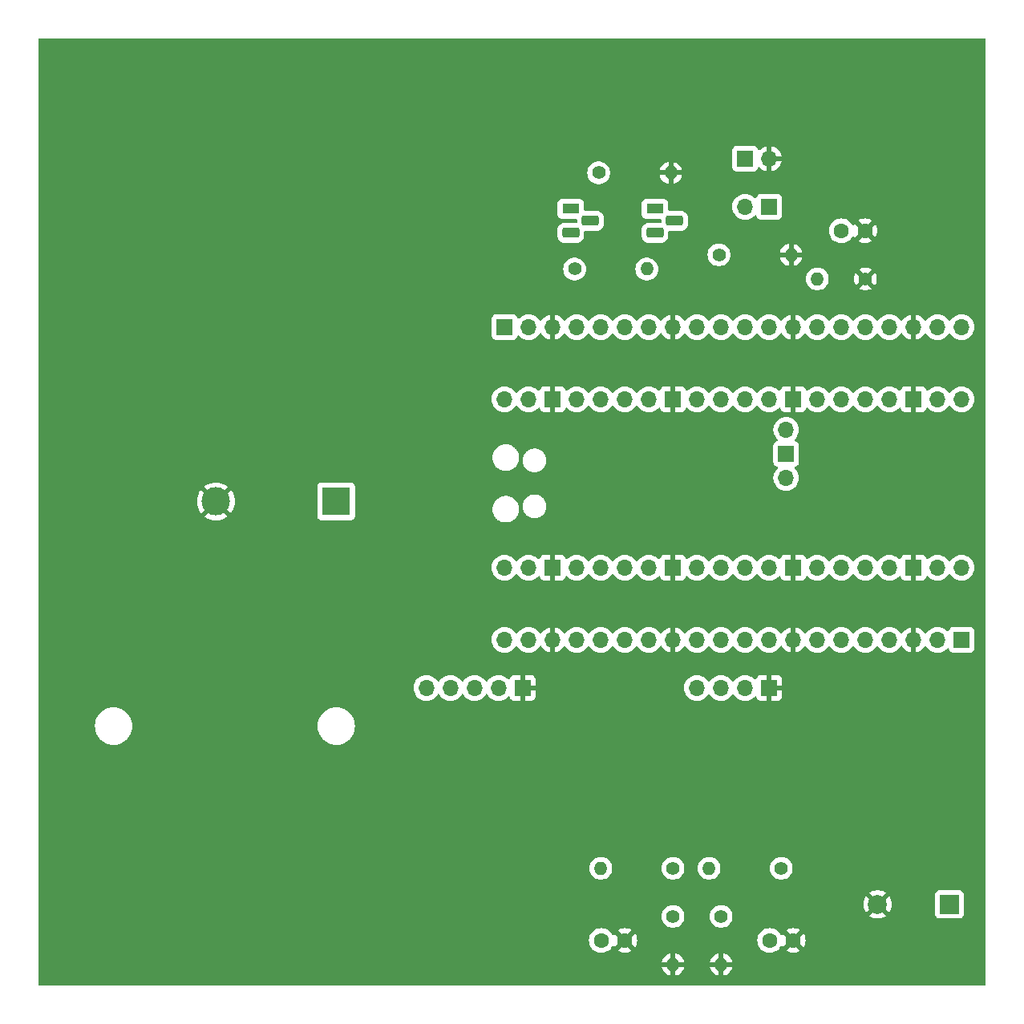
<source format=gbl>
G04 #@! TF.GenerationSoftware,KiCad,Pcbnew,7.0.7*
G04 #@! TF.CreationDate,2023-09-14T12:08:29+02:00*
G04 #@! TF.ProjectId,pulsoximeter,70756c73-6f78-4696-9d65-7465722e6b69,rev?*
G04 #@! TF.SameCoordinates,Original*
G04 #@! TF.FileFunction,Copper,L2,Bot*
G04 #@! TF.FilePolarity,Positive*
%FSLAX46Y46*%
G04 Gerber Fmt 4.6, Leading zero omitted, Abs format (unit mm)*
G04 Created by KiCad (PCBNEW 7.0.7) date 2023-09-14 12:08:29*
%MOMM*%
%LPD*%
G01*
G04 APERTURE LIST*
G04 Aperture macros list*
%AMRoundRect*
0 Rectangle with rounded corners*
0 $1 Rounding radius*
0 $2 $3 $4 $5 $6 $7 $8 $9 X,Y pos of 4 corners*
0 Add a 4 corners polygon primitive as box body*
4,1,4,$2,$3,$4,$5,$6,$7,$8,$9,$2,$3,0*
0 Add four circle primitives for the rounded corners*
1,1,$1+$1,$2,$3*
1,1,$1+$1,$4,$5*
1,1,$1+$1,$6,$7*
1,1,$1+$1,$8,$9*
0 Add four rect primitives between the rounded corners*
20,1,$1+$1,$2,$3,$4,$5,0*
20,1,$1+$1,$4,$5,$6,$7,0*
20,1,$1+$1,$6,$7,$8,$9,0*
20,1,$1+$1,$8,$9,$2,$3,0*%
G04 Aperture macros list end*
G04 #@! TA.AperFunction,ComponentPad*
%ADD10R,1.700000X1.700000*%
G04 #@! TD*
G04 #@! TA.AperFunction,ComponentPad*
%ADD11O,1.700000X1.700000*%
G04 #@! TD*
G04 #@! TA.AperFunction,ComponentPad*
%ADD12C,1.400000*%
G04 #@! TD*
G04 #@! TA.AperFunction,ComponentPad*
%ADD13O,1.400000X1.400000*%
G04 #@! TD*
G04 #@! TA.AperFunction,ComponentPad*
%ADD14C,1.600000*%
G04 #@! TD*
G04 #@! TA.AperFunction,ComponentPad*
%ADD15R,1.800000X1.100000*%
G04 #@! TD*
G04 #@! TA.AperFunction,ComponentPad*
%ADD16RoundRect,0.275000X-0.625000X0.275000X-0.625000X-0.275000X0.625000X-0.275000X0.625000X0.275000X0*%
G04 #@! TD*
G04 #@! TA.AperFunction,ComponentPad*
%ADD17R,2.000000X2.000000*%
G04 #@! TD*
G04 #@! TA.AperFunction,ComponentPad*
%ADD18C,2.000000*%
G04 #@! TD*
G04 #@! TA.AperFunction,ComponentPad*
%ADD19R,3.000000X3.000000*%
G04 #@! TD*
G04 #@! TA.AperFunction,ComponentPad*
%ADD20C,3.000000*%
G04 #@! TD*
G04 APERTURE END LIST*
D10*
X93345000Y-119380000D03*
D11*
X90805000Y-119380000D03*
X88265000Y-119380000D03*
X85725000Y-119380000D03*
X83185000Y-119380000D03*
D10*
X139700000Y-114300000D03*
D11*
X137160000Y-114300000D03*
X134620000Y-114300000D03*
X132080000Y-114300000D03*
X129540000Y-114300000D03*
X127000000Y-114300000D03*
X124460000Y-114300000D03*
X121920000Y-114300000D03*
X119380000Y-114300000D03*
X116840000Y-114300000D03*
X114300000Y-114300000D03*
X111760000Y-114300000D03*
X109220000Y-114300000D03*
X106680000Y-114300000D03*
X104140000Y-114300000D03*
X101600000Y-114300000D03*
X99060000Y-114300000D03*
X96520000Y-114300000D03*
X93980000Y-114300000D03*
X91440000Y-114300000D03*
D12*
X109220000Y-138430000D03*
D13*
X101600000Y-138430000D03*
D12*
X98835000Y-75155000D03*
D13*
X106455000Y-75155000D03*
D12*
X114075000Y-73660000D03*
D13*
X121695000Y-73660000D03*
D12*
X114300000Y-143510000D03*
D13*
X114300000Y-148590000D03*
D14*
X101640000Y-146050000D03*
X104140000Y-146050000D03*
D12*
X109220000Y-143510000D03*
D13*
X109220000Y-148590000D03*
D11*
X91440000Y-106680000D03*
X93980000Y-106680000D03*
D10*
X96520000Y-106680000D03*
D11*
X99060000Y-106680000D03*
X101600000Y-106680000D03*
X104140000Y-106680000D03*
X106680000Y-106680000D03*
D10*
X109220000Y-106680000D03*
D11*
X111760000Y-106680000D03*
X114300000Y-106680000D03*
X116840000Y-106680000D03*
X119380000Y-106680000D03*
D10*
X121920000Y-106680000D03*
D11*
X124460000Y-106680000D03*
X127000000Y-106680000D03*
X129540000Y-106680000D03*
X132080000Y-106680000D03*
D10*
X134620000Y-106680000D03*
D11*
X137160000Y-106680000D03*
X139700000Y-106680000D03*
X139700000Y-88900000D03*
X137160000Y-88900000D03*
D10*
X134620000Y-88900000D03*
D11*
X132080000Y-88900000D03*
X129540000Y-88900000D03*
X127000000Y-88900000D03*
X124460000Y-88900000D03*
D10*
X121920000Y-88900000D03*
D11*
X119380000Y-88900000D03*
X116840000Y-88900000D03*
X114300000Y-88900000D03*
X111760000Y-88900000D03*
D10*
X109220000Y-88900000D03*
D11*
X106680000Y-88900000D03*
X104140000Y-88900000D03*
X101600000Y-88900000D03*
X99060000Y-88900000D03*
D10*
X96520000Y-88900000D03*
D11*
X93980000Y-88900000D03*
X91440000Y-88900000D03*
X121170000Y-97205900D03*
D10*
X121170000Y-94665900D03*
D11*
X121170000Y-92125900D03*
D10*
X91440000Y-81280000D03*
D11*
X93980000Y-81280000D03*
X96520000Y-81280000D03*
X99060000Y-81280000D03*
X101600000Y-81280000D03*
X104140000Y-81280000D03*
X106680000Y-81280000D03*
X109220000Y-81280000D03*
X111760000Y-81280000D03*
X114300000Y-81280000D03*
X116840000Y-81280000D03*
X119380000Y-81280000D03*
X121920000Y-81280000D03*
X124460000Y-81280000D03*
X127000000Y-81280000D03*
X129540000Y-81280000D03*
X132080000Y-81280000D03*
X134620000Y-81280000D03*
X137160000Y-81280000D03*
X139700000Y-81280000D03*
D10*
X119380000Y-68580000D03*
D11*
X116840000Y-68580000D03*
D14*
X129500000Y-71120000D03*
X127000000Y-71120000D03*
X119420000Y-146050000D03*
X121920000Y-146050000D03*
D15*
X98435000Y-68805000D03*
D16*
X100505000Y-70075000D03*
X98435000Y-71345000D03*
D17*
X138420000Y-142240000D03*
D18*
X130820000Y-142240000D03*
D12*
X120650000Y-138430000D03*
D13*
X113030000Y-138430000D03*
D10*
X116840000Y-63500000D03*
D11*
X119380000Y-63500000D03*
D12*
X101375000Y-64995000D03*
D13*
X108995000Y-64995000D03*
D12*
X129540000Y-76200000D03*
D13*
X124460000Y-76200000D03*
D10*
X119380000Y-119380000D03*
D11*
X116840000Y-119380000D03*
X114300000Y-119380000D03*
X111760000Y-119380000D03*
D15*
X107325000Y-68805000D03*
D16*
X109395000Y-70075000D03*
X107325000Y-71345000D03*
D19*
X73660000Y-99695000D03*
D20*
X60960000Y-99695000D03*
G04 #@! TA.AperFunction,Conductor*
G36*
X142182539Y-50820185D02*
G01*
X142228294Y-50872989D01*
X142239500Y-50924500D01*
X142239500Y-150675500D01*
X142219815Y-150742539D01*
X142167011Y-150788294D01*
X142115500Y-150799500D01*
X42364500Y-150799500D01*
X42297461Y-150779815D01*
X42251706Y-150727011D01*
X42240500Y-150675500D01*
X42240500Y-148840000D01*
X108043505Y-148840000D01*
X108096239Y-149025349D01*
X108195368Y-149224425D01*
X108329391Y-149401900D01*
X108493738Y-149551721D01*
X108682820Y-149668797D01*
X108682822Y-149668798D01*
X108890195Y-149749135D01*
X108970000Y-149764052D01*
X108970000Y-149047898D01*
X108989685Y-148980859D01*
X109042489Y-148935104D01*
X109111647Y-148925160D01*
X109134259Y-148930615D01*
X109161595Y-148940000D01*
X109249004Y-148940000D01*
X109249005Y-148940000D01*
X109325590Y-148927220D01*
X109394955Y-148935602D01*
X109448777Y-148980155D01*
X109469968Y-149046733D01*
X109470000Y-149049529D01*
X109470000Y-149764052D01*
X109549804Y-149749135D01*
X109757177Y-149668798D01*
X109757179Y-149668797D01*
X109946261Y-149551721D01*
X110110608Y-149401900D01*
X110244631Y-149224425D01*
X110343760Y-149025349D01*
X110396495Y-148840000D01*
X113123505Y-148840000D01*
X113176239Y-149025349D01*
X113275368Y-149224425D01*
X113409391Y-149401900D01*
X113573738Y-149551721D01*
X113762820Y-149668797D01*
X113762822Y-149668798D01*
X113970195Y-149749134D01*
X114049999Y-149764052D01*
X114049999Y-149047898D01*
X114069684Y-148980859D01*
X114122488Y-148935104D01*
X114191646Y-148925160D01*
X114214263Y-148930617D01*
X114241594Y-148940000D01*
X114241595Y-148940000D01*
X114329004Y-148940000D01*
X114329005Y-148940000D01*
X114405590Y-148927220D01*
X114474955Y-148935602D01*
X114528777Y-148980155D01*
X114549968Y-149046733D01*
X114550000Y-149049529D01*
X114550000Y-149764052D01*
X114629804Y-149749135D01*
X114837177Y-149668798D01*
X114837179Y-149668797D01*
X115026261Y-149551721D01*
X115190608Y-149401900D01*
X115324631Y-149224425D01*
X115423760Y-149025349D01*
X115476495Y-148840000D01*
X114762047Y-148840000D01*
X114695008Y-148820315D01*
X114649253Y-148767511D01*
X114639309Y-148698353D01*
X114641842Y-148685557D01*
X114643979Y-148677114D01*
X114643982Y-148677108D01*
X114653628Y-148560698D01*
X114636849Y-148494438D01*
X114639475Y-148424619D01*
X114679431Y-148367302D01*
X114744032Y-148340686D01*
X114757055Y-148340000D01*
X115476495Y-148340000D01*
X115423760Y-148154650D01*
X115324631Y-147955574D01*
X115190608Y-147778099D01*
X115026261Y-147628278D01*
X114837179Y-147511202D01*
X114837177Y-147511201D01*
X114629799Y-147430864D01*
X114550000Y-147415946D01*
X114550000Y-148132101D01*
X114530315Y-148199140D01*
X114477511Y-148244895D01*
X114408353Y-148254839D01*
X114385738Y-148249383D01*
X114358406Y-148240000D01*
X114358405Y-148240000D01*
X114270995Y-148240000D01*
X114270994Y-148240000D01*
X114194407Y-148252779D01*
X114125042Y-148244396D01*
X114071221Y-148199843D01*
X114050030Y-148133264D01*
X114049999Y-148130470D01*
X114049999Y-147415946D01*
X114049997Y-147415945D01*
X113970207Y-147430861D01*
X113970202Y-147430863D01*
X113762822Y-147511201D01*
X113762820Y-147511202D01*
X113573738Y-147628278D01*
X113409391Y-147778099D01*
X113275368Y-147955574D01*
X113176239Y-148154650D01*
X113123505Y-148340000D01*
X113837953Y-148340000D01*
X113904992Y-148359685D01*
X113950747Y-148412489D01*
X113960691Y-148481647D01*
X113958158Y-148494443D01*
X113956017Y-148502896D01*
X113946371Y-148619299D01*
X113946371Y-148619302D01*
X113946372Y-148619302D01*
X113961010Y-148677108D01*
X113963151Y-148685560D01*
X113960525Y-148755381D01*
X113920569Y-148812698D01*
X113855968Y-148839314D01*
X113842945Y-148840000D01*
X113123505Y-148840000D01*
X110396495Y-148840000D01*
X109682047Y-148840000D01*
X109615008Y-148820315D01*
X109569253Y-148767511D01*
X109559309Y-148698353D01*
X109561842Y-148685557D01*
X109563979Y-148677114D01*
X109563982Y-148677108D01*
X109573628Y-148560698D01*
X109556849Y-148494438D01*
X109559475Y-148424619D01*
X109599431Y-148367302D01*
X109664032Y-148340686D01*
X109677055Y-148340000D01*
X110396495Y-148340000D01*
X110343760Y-148154650D01*
X110244631Y-147955574D01*
X110110608Y-147778099D01*
X109946261Y-147628278D01*
X109757179Y-147511202D01*
X109757177Y-147511201D01*
X109549799Y-147430864D01*
X109470000Y-147415946D01*
X109470000Y-148132101D01*
X109450315Y-148199140D01*
X109397511Y-148244895D01*
X109328353Y-148254839D01*
X109305738Y-148249383D01*
X109278406Y-148240000D01*
X109278405Y-148240000D01*
X109190995Y-148240000D01*
X109190994Y-148240000D01*
X109114408Y-148252779D01*
X109045043Y-148244396D01*
X108991222Y-148199843D01*
X108970031Y-148133264D01*
X108970000Y-148130470D01*
X108970000Y-147415946D01*
X108890200Y-147430864D01*
X108682822Y-147511201D01*
X108682820Y-147511202D01*
X108493738Y-147628278D01*
X108329391Y-147778099D01*
X108195368Y-147955574D01*
X108096239Y-148154650D01*
X108043505Y-148340000D01*
X108757953Y-148340000D01*
X108824992Y-148359685D01*
X108870747Y-148412489D01*
X108880691Y-148481647D01*
X108878158Y-148494443D01*
X108876017Y-148502896D01*
X108866371Y-148619299D01*
X108866371Y-148619302D01*
X108866372Y-148619302D01*
X108881010Y-148677108D01*
X108883151Y-148685560D01*
X108880525Y-148755381D01*
X108840569Y-148812698D01*
X108775968Y-148839314D01*
X108762945Y-148840000D01*
X108043505Y-148840000D01*
X42240500Y-148840000D01*
X42240500Y-146050001D01*
X100334532Y-146050001D01*
X100354364Y-146276686D01*
X100354366Y-146276697D01*
X100413258Y-146496488D01*
X100413261Y-146496497D01*
X100509431Y-146702732D01*
X100509432Y-146702734D01*
X100639954Y-146889141D01*
X100800858Y-147050045D01*
X100800861Y-147050047D01*
X100987266Y-147180568D01*
X101193504Y-147276739D01*
X101413308Y-147335635D01*
X101575230Y-147349801D01*
X101639998Y-147355468D01*
X101640000Y-147355468D01*
X101640002Y-147355468D01*
X101696672Y-147350509D01*
X101866692Y-147335635D01*
X102086496Y-147276739D01*
X102292734Y-147180568D01*
X102479139Y-147050047D01*
X102640047Y-146889139D01*
X102770568Y-146702734D01*
X102777893Y-146687023D01*
X102824062Y-146634586D01*
X102891254Y-146615432D01*
X102958136Y-146635645D01*
X103002657Y-146687023D01*
X103009865Y-146702481D01*
X103009866Y-146702483D01*
X103060973Y-146775471D01*
X103060973Y-146775472D01*
X103602580Y-146233865D01*
X103663903Y-146200380D01*
X103733594Y-146205364D01*
X103789528Y-146247235D01*
X103800742Y-146265246D01*
X103806527Y-146276599D01*
X103812358Y-146288044D01*
X103812363Y-146288050D01*
X103901949Y-146377636D01*
X103901951Y-146377637D01*
X103901955Y-146377641D01*
X103924747Y-146389254D01*
X103975542Y-146437228D01*
X103992337Y-146505049D01*
X103969799Y-146571184D01*
X103956132Y-146587419D01*
X103414526Y-147129025D01*
X103414526Y-147129026D01*
X103487512Y-147180131D01*
X103487516Y-147180133D01*
X103693673Y-147276265D01*
X103693682Y-147276269D01*
X103913389Y-147335139D01*
X103913400Y-147335141D01*
X104139998Y-147354966D01*
X104140002Y-147354966D01*
X104366599Y-147335141D01*
X104366610Y-147335139D01*
X104586317Y-147276269D01*
X104586331Y-147276264D01*
X104792478Y-147180136D01*
X104865472Y-147129025D01*
X104323866Y-146587419D01*
X104290381Y-146526096D01*
X104295365Y-146456404D01*
X104337237Y-146400471D01*
X104355245Y-146389258D01*
X104378045Y-146377641D01*
X104467641Y-146288045D01*
X104479254Y-146265252D01*
X104527225Y-146214458D01*
X104595046Y-146197661D01*
X104661181Y-146220197D01*
X104677419Y-146233866D01*
X105219025Y-146775472D01*
X105270136Y-146702478D01*
X105366264Y-146496331D01*
X105366269Y-146496317D01*
X105425139Y-146276610D01*
X105425141Y-146276599D01*
X105444966Y-146050002D01*
X105444966Y-146050001D01*
X118114532Y-146050001D01*
X118134364Y-146276686D01*
X118134366Y-146276697D01*
X118193258Y-146496488D01*
X118193261Y-146496497D01*
X118289431Y-146702732D01*
X118289432Y-146702734D01*
X118419954Y-146889141D01*
X118580858Y-147050045D01*
X118580861Y-147050047D01*
X118767266Y-147180568D01*
X118973504Y-147276739D01*
X119193308Y-147335635D01*
X119355230Y-147349801D01*
X119419998Y-147355468D01*
X119420000Y-147355468D01*
X119420002Y-147355468D01*
X119476673Y-147350509D01*
X119646692Y-147335635D01*
X119866496Y-147276739D01*
X120072734Y-147180568D01*
X120259139Y-147050047D01*
X120420047Y-146889139D01*
X120550568Y-146702734D01*
X120557893Y-146687023D01*
X120604062Y-146634586D01*
X120671254Y-146615432D01*
X120738136Y-146635645D01*
X120782657Y-146687023D01*
X120789865Y-146702481D01*
X120789866Y-146702483D01*
X120840973Y-146775471D01*
X120840973Y-146775472D01*
X121382580Y-146233865D01*
X121443903Y-146200380D01*
X121513594Y-146205364D01*
X121569528Y-146247235D01*
X121580742Y-146265246D01*
X121586527Y-146276599D01*
X121592358Y-146288044D01*
X121592363Y-146288050D01*
X121681949Y-146377636D01*
X121681951Y-146377637D01*
X121681955Y-146377641D01*
X121704747Y-146389254D01*
X121755542Y-146437228D01*
X121772337Y-146505049D01*
X121749799Y-146571184D01*
X121736132Y-146587419D01*
X121194526Y-147129025D01*
X121194526Y-147129026D01*
X121267512Y-147180131D01*
X121267516Y-147180133D01*
X121473673Y-147276265D01*
X121473682Y-147276269D01*
X121693389Y-147335139D01*
X121693400Y-147335141D01*
X121919998Y-147354966D01*
X121920002Y-147354966D01*
X122146599Y-147335141D01*
X122146610Y-147335139D01*
X122366317Y-147276269D01*
X122366331Y-147276264D01*
X122572478Y-147180136D01*
X122645472Y-147129025D01*
X122103866Y-146587419D01*
X122070381Y-146526096D01*
X122075365Y-146456404D01*
X122117237Y-146400471D01*
X122135245Y-146389258D01*
X122158045Y-146377641D01*
X122247641Y-146288045D01*
X122259254Y-146265252D01*
X122307225Y-146214458D01*
X122375046Y-146197661D01*
X122441181Y-146220197D01*
X122457419Y-146233866D01*
X122999025Y-146775472D01*
X123050136Y-146702478D01*
X123146264Y-146496331D01*
X123146269Y-146496317D01*
X123205139Y-146276610D01*
X123205141Y-146276599D01*
X123224966Y-146050002D01*
X123224966Y-146049997D01*
X123205141Y-145823400D01*
X123205139Y-145823389D01*
X123146269Y-145603682D01*
X123146265Y-145603673D01*
X123050133Y-145397516D01*
X123050131Y-145397512D01*
X122999026Y-145324526D01*
X122999025Y-145324526D01*
X122457419Y-145866132D01*
X122396096Y-145899617D01*
X122326404Y-145894633D01*
X122270471Y-145852761D01*
X122259256Y-145834751D01*
X122247641Y-145811955D01*
X122247637Y-145811951D01*
X122247636Y-145811949D01*
X122158050Y-145722363D01*
X122158044Y-145722358D01*
X122148109Y-145717296D01*
X122135250Y-145710744D01*
X122084456Y-145662773D01*
X122067660Y-145594952D01*
X122090197Y-145528817D01*
X122103865Y-145512580D01*
X122645472Y-144970973D01*
X122572483Y-144919866D01*
X122572481Y-144919865D01*
X122366326Y-144823734D01*
X122366317Y-144823730D01*
X122146610Y-144764860D01*
X122146599Y-144764858D01*
X121920002Y-144745034D01*
X121919998Y-144745034D01*
X121693400Y-144764858D01*
X121693389Y-144764860D01*
X121473682Y-144823730D01*
X121473673Y-144823734D01*
X121267513Y-144919868D01*
X121194526Y-144970973D01*
X121736133Y-145512580D01*
X121769618Y-145573903D01*
X121764634Y-145643595D01*
X121722762Y-145699528D01*
X121704748Y-145710745D01*
X121681956Y-145722358D01*
X121681949Y-145722363D01*
X121592363Y-145811949D01*
X121592358Y-145811956D01*
X121580745Y-145834748D01*
X121532770Y-145885544D01*
X121464949Y-145902338D01*
X121398814Y-145879800D01*
X121382580Y-145866133D01*
X120840973Y-145324526D01*
X120789868Y-145397512D01*
X120782656Y-145412979D01*
X120736482Y-145465417D01*
X120669288Y-145484567D01*
X120602407Y-145464350D01*
X120557893Y-145412976D01*
X120550568Y-145397266D01*
X120420047Y-145210861D01*
X120420045Y-145210858D01*
X120259141Y-145049954D01*
X120072734Y-144919432D01*
X120072732Y-144919431D01*
X119866497Y-144823261D01*
X119866488Y-144823258D01*
X119646697Y-144764366D01*
X119646693Y-144764365D01*
X119646692Y-144764365D01*
X119646691Y-144764364D01*
X119646686Y-144764364D01*
X119420002Y-144744532D01*
X119419998Y-144744532D01*
X119193313Y-144764364D01*
X119193302Y-144764366D01*
X118973511Y-144823258D01*
X118973502Y-144823261D01*
X118767267Y-144919431D01*
X118767265Y-144919432D01*
X118580858Y-145049954D01*
X118419954Y-145210858D01*
X118289432Y-145397265D01*
X118289431Y-145397267D01*
X118193261Y-145603502D01*
X118193258Y-145603511D01*
X118134366Y-145823302D01*
X118134364Y-145823313D01*
X118114532Y-146049998D01*
X118114532Y-146050001D01*
X105444966Y-146050001D01*
X105444966Y-146049997D01*
X105425141Y-145823400D01*
X105425139Y-145823389D01*
X105366269Y-145603682D01*
X105366265Y-145603673D01*
X105270133Y-145397516D01*
X105270131Y-145397512D01*
X105219026Y-145324526D01*
X105219025Y-145324526D01*
X104677419Y-145866132D01*
X104616096Y-145899617D01*
X104546404Y-145894633D01*
X104490471Y-145852761D01*
X104479256Y-145834751D01*
X104467641Y-145811955D01*
X104467637Y-145811951D01*
X104467636Y-145811949D01*
X104378050Y-145722363D01*
X104378044Y-145722358D01*
X104368109Y-145717296D01*
X104355250Y-145710744D01*
X104304456Y-145662773D01*
X104287660Y-145594952D01*
X104310197Y-145528817D01*
X104323865Y-145512580D01*
X104865472Y-144970973D01*
X104792483Y-144919866D01*
X104792481Y-144919865D01*
X104586326Y-144823734D01*
X104586317Y-144823730D01*
X104366610Y-144764860D01*
X104366599Y-144764858D01*
X104140002Y-144745034D01*
X104139998Y-144745034D01*
X103913400Y-144764858D01*
X103913389Y-144764860D01*
X103693682Y-144823730D01*
X103693673Y-144823734D01*
X103487513Y-144919868D01*
X103414526Y-144970973D01*
X103956133Y-145512580D01*
X103989618Y-145573903D01*
X103984634Y-145643595D01*
X103942762Y-145699528D01*
X103924748Y-145710745D01*
X103901956Y-145722358D01*
X103901949Y-145722363D01*
X103812363Y-145811949D01*
X103812358Y-145811956D01*
X103800745Y-145834748D01*
X103752770Y-145885544D01*
X103684949Y-145902338D01*
X103618814Y-145879800D01*
X103602580Y-145866133D01*
X103060973Y-145324526D01*
X103009868Y-145397512D01*
X103002656Y-145412979D01*
X102956482Y-145465417D01*
X102889288Y-145484567D01*
X102822407Y-145464350D01*
X102777893Y-145412976D01*
X102770568Y-145397266D01*
X102640047Y-145210861D01*
X102640045Y-145210858D01*
X102479141Y-145049954D01*
X102292734Y-144919432D01*
X102292732Y-144919431D01*
X102086497Y-144823261D01*
X102086488Y-144823258D01*
X101866697Y-144764366D01*
X101866693Y-144764365D01*
X101866692Y-144764365D01*
X101866691Y-144764364D01*
X101866686Y-144764364D01*
X101640002Y-144744532D01*
X101639998Y-144744532D01*
X101413313Y-144764364D01*
X101413302Y-144764366D01*
X101193511Y-144823258D01*
X101193502Y-144823261D01*
X100987267Y-144919431D01*
X100987265Y-144919432D01*
X100800858Y-145049954D01*
X100639954Y-145210858D01*
X100509432Y-145397265D01*
X100509431Y-145397267D01*
X100413261Y-145603502D01*
X100413258Y-145603511D01*
X100354366Y-145823302D01*
X100354364Y-145823313D01*
X100334532Y-146049998D01*
X100334532Y-146050001D01*
X42240500Y-146050001D01*
X42240500Y-143510000D01*
X108014357Y-143510000D01*
X108034884Y-143731535D01*
X108034885Y-143731537D01*
X108095769Y-143945523D01*
X108095775Y-143945538D01*
X108194938Y-144144683D01*
X108194943Y-144144691D01*
X108329020Y-144322238D01*
X108493437Y-144472123D01*
X108493439Y-144472125D01*
X108682595Y-144589245D01*
X108682596Y-144589245D01*
X108682599Y-144589247D01*
X108890060Y-144669618D01*
X109108757Y-144710500D01*
X109108759Y-144710500D01*
X109331241Y-144710500D01*
X109331243Y-144710500D01*
X109549940Y-144669618D01*
X109757401Y-144589247D01*
X109946562Y-144472124D01*
X110110981Y-144322236D01*
X110245058Y-144144689D01*
X110344229Y-143945528D01*
X110405115Y-143731536D01*
X110425643Y-143510000D01*
X113094357Y-143510000D01*
X113114884Y-143731535D01*
X113114885Y-143731537D01*
X113175769Y-143945523D01*
X113175775Y-143945538D01*
X113274938Y-144144683D01*
X113274943Y-144144691D01*
X113409020Y-144322238D01*
X113573437Y-144472123D01*
X113573439Y-144472125D01*
X113762595Y-144589245D01*
X113762596Y-144589245D01*
X113762599Y-144589247D01*
X113970060Y-144669618D01*
X114188757Y-144710500D01*
X114188759Y-144710500D01*
X114411241Y-144710500D01*
X114411243Y-144710500D01*
X114629940Y-144669618D01*
X114837401Y-144589247D01*
X115026562Y-144472124D01*
X115190981Y-144322236D01*
X115325058Y-144144689D01*
X115424229Y-143945528D01*
X115485115Y-143731536D01*
X115505643Y-143510000D01*
X115504721Y-143500055D01*
X115485115Y-143288464D01*
X115485114Y-143288462D01*
X115484949Y-143287883D01*
X115424229Y-143074472D01*
X115424224Y-143074461D01*
X115325061Y-142875316D01*
X115325056Y-142875308D01*
X115190979Y-142697761D01*
X115026562Y-142547876D01*
X115026560Y-142547874D01*
X114837404Y-142430754D01*
X114837398Y-142430752D01*
X114629940Y-142350382D01*
X114411243Y-142309500D01*
X114188757Y-142309500D01*
X113970060Y-142350382D01*
X113838864Y-142401207D01*
X113762601Y-142430752D01*
X113762595Y-142430754D01*
X113573439Y-142547874D01*
X113573437Y-142547876D01*
X113409020Y-142697761D01*
X113274943Y-142875308D01*
X113274938Y-142875316D01*
X113175775Y-143074461D01*
X113175769Y-143074476D01*
X113114885Y-143288462D01*
X113114884Y-143288464D01*
X113094357Y-143509999D01*
X113094357Y-143510000D01*
X110425643Y-143510000D01*
X110424721Y-143500055D01*
X110405115Y-143288464D01*
X110405114Y-143288462D01*
X110404949Y-143287883D01*
X110344229Y-143074472D01*
X110344224Y-143074461D01*
X110245061Y-142875316D01*
X110245056Y-142875308D01*
X110110979Y-142697761D01*
X109946562Y-142547876D01*
X109946560Y-142547874D01*
X109757404Y-142430754D01*
X109757398Y-142430752D01*
X109549940Y-142350382D01*
X109331243Y-142309500D01*
X109108757Y-142309500D01*
X108890060Y-142350382D01*
X108758864Y-142401207D01*
X108682601Y-142430752D01*
X108682595Y-142430754D01*
X108493439Y-142547874D01*
X108493437Y-142547876D01*
X108329020Y-142697761D01*
X108194943Y-142875308D01*
X108194938Y-142875316D01*
X108095775Y-143074461D01*
X108095769Y-143074476D01*
X108034885Y-143288462D01*
X108034884Y-143288464D01*
X108014357Y-143509999D01*
X108014357Y-143510000D01*
X42240500Y-143510000D01*
X42240500Y-142240005D01*
X129314858Y-142240005D01*
X129335385Y-142487729D01*
X129335387Y-142487738D01*
X129396412Y-142728717D01*
X129496266Y-142956364D01*
X129596564Y-143109882D01*
X130211050Y-142495395D01*
X130272373Y-142461910D01*
X130342064Y-142466894D01*
X130397998Y-142508765D01*
X130403039Y-142516025D01*
X130403048Y-142516039D01*
X130438239Y-142570798D01*
X130553602Y-142670759D01*
X130551293Y-142673422D01*
X130586006Y-142713499D01*
X130595935Y-142782660D01*
X130566898Y-142846210D01*
X130560882Y-142852669D01*
X129949942Y-143463609D01*
X129996768Y-143500055D01*
X129996770Y-143500056D01*
X130215385Y-143618364D01*
X130215396Y-143618369D01*
X130450506Y-143699083D01*
X130695707Y-143740000D01*
X130944293Y-143740000D01*
X131189493Y-143699083D01*
X131424603Y-143618369D01*
X131424614Y-143618364D01*
X131643228Y-143500057D01*
X131643231Y-143500055D01*
X131690056Y-143463609D01*
X131514317Y-143287870D01*
X136919500Y-143287870D01*
X136919501Y-143287876D01*
X136925908Y-143347483D01*
X136976202Y-143482328D01*
X136976206Y-143482335D01*
X137062452Y-143597544D01*
X137062455Y-143597547D01*
X137177664Y-143683793D01*
X137177671Y-143683797D01*
X137312517Y-143734091D01*
X137312516Y-143734091D01*
X137319444Y-143734835D01*
X137372127Y-143740500D01*
X139467872Y-143740499D01*
X139527483Y-143734091D01*
X139662331Y-143683796D01*
X139777546Y-143597546D01*
X139863796Y-143482331D01*
X139914091Y-143347483D01*
X139920500Y-143287873D01*
X139920499Y-141192128D01*
X139914091Y-141132517D01*
X139870778Y-141016390D01*
X139863797Y-140997671D01*
X139863793Y-140997664D01*
X139777547Y-140882455D01*
X139777544Y-140882452D01*
X139662335Y-140796206D01*
X139662328Y-140796202D01*
X139527482Y-140745908D01*
X139527483Y-140745908D01*
X139467883Y-140739501D01*
X139467881Y-140739500D01*
X139467873Y-140739500D01*
X139467864Y-140739500D01*
X137372129Y-140739500D01*
X137372123Y-140739501D01*
X137312516Y-140745908D01*
X137177671Y-140796202D01*
X137177664Y-140796206D01*
X137062455Y-140882452D01*
X137062452Y-140882455D01*
X136976206Y-140997664D01*
X136976202Y-140997671D01*
X136925908Y-141132517D01*
X136919501Y-141192116D01*
X136919501Y-141192123D01*
X136919500Y-141192135D01*
X136919500Y-143287870D01*
X131514317Y-143287870D01*
X131079116Y-142852669D01*
X131045631Y-142791346D01*
X131050615Y-142721654D01*
X131087641Y-142672193D01*
X131086398Y-142670759D01*
X131093100Y-142664952D01*
X131201761Y-142570798D01*
X131236954Y-142516037D01*
X131289755Y-142470283D01*
X131358914Y-142460339D01*
X131422470Y-142489363D01*
X131428949Y-142495396D01*
X132043434Y-143109882D01*
X132143731Y-142956369D01*
X132243587Y-142728717D01*
X132304612Y-142487738D01*
X132304614Y-142487729D01*
X132325141Y-142240005D01*
X132325141Y-142239994D01*
X132304614Y-141992270D01*
X132304612Y-141992261D01*
X132243587Y-141751282D01*
X132143731Y-141523630D01*
X132043434Y-141370116D01*
X131428949Y-141984602D01*
X131367626Y-142018087D01*
X131297934Y-142013103D01*
X131242001Y-141971231D01*
X131236953Y-141963961D01*
X131201761Y-141909202D01*
X131086398Y-141809241D01*
X131088698Y-141806585D01*
X131053960Y-141766428D01*
X131044074Y-141697261D01*
X131073152Y-141633729D01*
X131079116Y-141627329D01*
X131690056Y-141016389D01*
X131643229Y-140979943D01*
X131424614Y-140861635D01*
X131424603Y-140861630D01*
X131189493Y-140780916D01*
X130944293Y-140740000D01*
X130695707Y-140740000D01*
X130450506Y-140780916D01*
X130215396Y-140861630D01*
X130215390Y-140861632D01*
X129996761Y-140979949D01*
X129949942Y-141016388D01*
X129949942Y-141016390D01*
X130560883Y-141627330D01*
X130594368Y-141688653D01*
X130589384Y-141758344D01*
X130552358Y-141807805D01*
X130553602Y-141809241D01*
X130438238Y-141909202D01*
X130403046Y-141963962D01*
X130350242Y-142009717D01*
X130281083Y-142019660D01*
X130217528Y-141990634D01*
X130211050Y-141984603D01*
X129596564Y-141370116D01*
X129496267Y-141523632D01*
X129396412Y-141751282D01*
X129335387Y-141992261D01*
X129335385Y-141992270D01*
X129314858Y-142239994D01*
X129314858Y-142240005D01*
X42240500Y-142240005D01*
X42240500Y-138430000D01*
X100394357Y-138430000D01*
X100414884Y-138651535D01*
X100414885Y-138651537D01*
X100475769Y-138865523D01*
X100475775Y-138865538D01*
X100574938Y-139064683D01*
X100574943Y-139064691D01*
X100709020Y-139242238D01*
X100873437Y-139392123D01*
X100873439Y-139392125D01*
X101062595Y-139509245D01*
X101062596Y-139509245D01*
X101062599Y-139509247D01*
X101270060Y-139589618D01*
X101488757Y-139630500D01*
X101488759Y-139630500D01*
X101711241Y-139630500D01*
X101711243Y-139630500D01*
X101929940Y-139589618D01*
X102137401Y-139509247D01*
X102326562Y-139392124D01*
X102490981Y-139242236D01*
X102625058Y-139064689D01*
X102724229Y-138865528D01*
X102785115Y-138651536D01*
X102805643Y-138430000D01*
X108014357Y-138430000D01*
X108034884Y-138651535D01*
X108034885Y-138651537D01*
X108095769Y-138865523D01*
X108095775Y-138865538D01*
X108194938Y-139064683D01*
X108194943Y-139064691D01*
X108329020Y-139242238D01*
X108493437Y-139392123D01*
X108493439Y-139392125D01*
X108682595Y-139509245D01*
X108682596Y-139509245D01*
X108682599Y-139509247D01*
X108890060Y-139589618D01*
X109108757Y-139630500D01*
X109108759Y-139630500D01*
X109331241Y-139630500D01*
X109331243Y-139630500D01*
X109549940Y-139589618D01*
X109757401Y-139509247D01*
X109946562Y-139392124D01*
X110110981Y-139242236D01*
X110245058Y-139064689D01*
X110344229Y-138865528D01*
X110405115Y-138651536D01*
X110425643Y-138430000D01*
X111824357Y-138430000D01*
X111844884Y-138651535D01*
X111844885Y-138651537D01*
X111905769Y-138865523D01*
X111905775Y-138865538D01*
X112004938Y-139064683D01*
X112004943Y-139064691D01*
X112139020Y-139242238D01*
X112303437Y-139392123D01*
X112303439Y-139392125D01*
X112492595Y-139509245D01*
X112492596Y-139509245D01*
X112492599Y-139509247D01*
X112700060Y-139589618D01*
X112918757Y-139630500D01*
X112918759Y-139630500D01*
X113141241Y-139630500D01*
X113141243Y-139630500D01*
X113359940Y-139589618D01*
X113567401Y-139509247D01*
X113756562Y-139392124D01*
X113920981Y-139242236D01*
X114055058Y-139064689D01*
X114154229Y-138865528D01*
X114215115Y-138651536D01*
X114235643Y-138430000D01*
X119444357Y-138430000D01*
X119464884Y-138651535D01*
X119464885Y-138651537D01*
X119525769Y-138865523D01*
X119525775Y-138865538D01*
X119624938Y-139064683D01*
X119624943Y-139064691D01*
X119759020Y-139242238D01*
X119923437Y-139392123D01*
X119923439Y-139392125D01*
X120112595Y-139509245D01*
X120112596Y-139509245D01*
X120112599Y-139509247D01*
X120320060Y-139589618D01*
X120538757Y-139630500D01*
X120538759Y-139630500D01*
X120761241Y-139630500D01*
X120761243Y-139630500D01*
X120979940Y-139589618D01*
X121187401Y-139509247D01*
X121376562Y-139392124D01*
X121540981Y-139242236D01*
X121675058Y-139064689D01*
X121774229Y-138865528D01*
X121835115Y-138651536D01*
X121855643Y-138430000D01*
X121835115Y-138208464D01*
X121774229Y-137994472D01*
X121774224Y-137994461D01*
X121675061Y-137795316D01*
X121675056Y-137795308D01*
X121540979Y-137617761D01*
X121376562Y-137467876D01*
X121376560Y-137467874D01*
X121187404Y-137350754D01*
X121187398Y-137350752D01*
X120979940Y-137270382D01*
X120761243Y-137229500D01*
X120538757Y-137229500D01*
X120320060Y-137270382D01*
X120188864Y-137321207D01*
X120112601Y-137350752D01*
X120112595Y-137350754D01*
X119923439Y-137467874D01*
X119923437Y-137467876D01*
X119759020Y-137617761D01*
X119624943Y-137795308D01*
X119624938Y-137795316D01*
X119525775Y-137994461D01*
X119525769Y-137994476D01*
X119464885Y-138208462D01*
X119464884Y-138208464D01*
X119444357Y-138429999D01*
X119444357Y-138430000D01*
X114235643Y-138430000D01*
X114215115Y-138208464D01*
X114154229Y-137994472D01*
X114154224Y-137994461D01*
X114055061Y-137795316D01*
X114055056Y-137795308D01*
X113920979Y-137617761D01*
X113756562Y-137467876D01*
X113756560Y-137467874D01*
X113567404Y-137350754D01*
X113567398Y-137350752D01*
X113359940Y-137270382D01*
X113141243Y-137229500D01*
X112918757Y-137229500D01*
X112700060Y-137270382D01*
X112568864Y-137321207D01*
X112492601Y-137350752D01*
X112492595Y-137350754D01*
X112303439Y-137467874D01*
X112303437Y-137467876D01*
X112139020Y-137617761D01*
X112004943Y-137795308D01*
X112004938Y-137795316D01*
X111905775Y-137994461D01*
X111905769Y-137994476D01*
X111844885Y-138208462D01*
X111844884Y-138208464D01*
X111824357Y-138429999D01*
X111824357Y-138430000D01*
X110425643Y-138430000D01*
X110405115Y-138208464D01*
X110344229Y-137994472D01*
X110344224Y-137994461D01*
X110245061Y-137795316D01*
X110245056Y-137795308D01*
X110110979Y-137617761D01*
X109946562Y-137467876D01*
X109946560Y-137467874D01*
X109757404Y-137350754D01*
X109757398Y-137350752D01*
X109549940Y-137270382D01*
X109331243Y-137229500D01*
X109108757Y-137229500D01*
X108890060Y-137270382D01*
X108758864Y-137321207D01*
X108682601Y-137350752D01*
X108682595Y-137350754D01*
X108493439Y-137467874D01*
X108493437Y-137467876D01*
X108329020Y-137617761D01*
X108194943Y-137795308D01*
X108194938Y-137795316D01*
X108095775Y-137994461D01*
X108095769Y-137994476D01*
X108034885Y-138208462D01*
X108034884Y-138208464D01*
X108014357Y-138429999D01*
X108014357Y-138430000D01*
X102805643Y-138430000D01*
X102785115Y-138208464D01*
X102724229Y-137994472D01*
X102724224Y-137994461D01*
X102625061Y-137795316D01*
X102625056Y-137795308D01*
X102490979Y-137617761D01*
X102326562Y-137467876D01*
X102326560Y-137467874D01*
X102137404Y-137350754D01*
X102137398Y-137350752D01*
X101929940Y-137270382D01*
X101711243Y-137229500D01*
X101488757Y-137229500D01*
X101270060Y-137270382D01*
X101138864Y-137321207D01*
X101062601Y-137350752D01*
X101062595Y-137350754D01*
X100873439Y-137467874D01*
X100873437Y-137467876D01*
X100709020Y-137617761D01*
X100574943Y-137795308D01*
X100574938Y-137795316D01*
X100475775Y-137994461D01*
X100475769Y-137994476D01*
X100414885Y-138208462D01*
X100414884Y-138208464D01*
X100394357Y-138429999D01*
X100394357Y-138430000D01*
X42240500Y-138430000D01*
X42240500Y-123415001D01*
X48179454Y-123415001D01*
X48199613Y-123696866D01*
X48259678Y-123972977D01*
X48259680Y-123972984D01*
X48320993Y-124137372D01*
X48358432Y-124237750D01*
X48358434Y-124237754D01*
X48493855Y-124485758D01*
X48493860Y-124485766D01*
X48663196Y-124711974D01*
X48663212Y-124711992D01*
X48863007Y-124911787D01*
X48863025Y-124911803D01*
X49089233Y-125081139D01*
X49089241Y-125081144D01*
X49337245Y-125216565D01*
X49337249Y-125216567D01*
X49337251Y-125216568D01*
X49602016Y-125315320D01*
X49740077Y-125345353D01*
X49878133Y-125375386D01*
X49878135Y-125375386D01*
X49878139Y-125375387D01*
X50089447Y-125390500D01*
X50230553Y-125390500D01*
X50441861Y-125375387D01*
X50717984Y-125315320D01*
X50982749Y-125216568D01*
X51230764Y-125081141D01*
X51456982Y-124911797D01*
X51656797Y-124711982D01*
X51826141Y-124485764D01*
X51961568Y-124237749D01*
X52060320Y-123972984D01*
X52120387Y-123696861D01*
X52140546Y-123415001D01*
X71679454Y-123415001D01*
X71699613Y-123696866D01*
X71759678Y-123972977D01*
X71759680Y-123972984D01*
X71820993Y-124137372D01*
X71858432Y-124237750D01*
X71858434Y-124237754D01*
X71993855Y-124485758D01*
X71993860Y-124485766D01*
X72163196Y-124711974D01*
X72163212Y-124711992D01*
X72363007Y-124911787D01*
X72363025Y-124911803D01*
X72589233Y-125081139D01*
X72589241Y-125081144D01*
X72837245Y-125216565D01*
X72837249Y-125216567D01*
X72837251Y-125216568D01*
X73102016Y-125315320D01*
X73240077Y-125345353D01*
X73378133Y-125375386D01*
X73378135Y-125375386D01*
X73378139Y-125375387D01*
X73589447Y-125390500D01*
X73730553Y-125390500D01*
X73941861Y-125375387D01*
X74217984Y-125315320D01*
X74482749Y-125216568D01*
X74730764Y-125081141D01*
X74956982Y-124911797D01*
X75156797Y-124711982D01*
X75326141Y-124485764D01*
X75461568Y-124237749D01*
X75560320Y-123972984D01*
X75620387Y-123696861D01*
X75640546Y-123415000D01*
X75620387Y-123133139D01*
X75560320Y-122857016D01*
X75461568Y-122592251D01*
X75326141Y-122344236D01*
X75326139Y-122344233D01*
X75156803Y-122118025D01*
X75156787Y-122118007D01*
X74956992Y-121918212D01*
X74956974Y-121918196D01*
X74730766Y-121748860D01*
X74730758Y-121748855D01*
X74482754Y-121613434D01*
X74482750Y-121613432D01*
X74382372Y-121575993D01*
X74217984Y-121514680D01*
X74217980Y-121514679D01*
X74217977Y-121514678D01*
X73941866Y-121454613D01*
X73730553Y-121439500D01*
X73589447Y-121439500D01*
X73378133Y-121454613D01*
X73102022Y-121514678D01*
X73102017Y-121514679D01*
X73102016Y-121514680D01*
X73038003Y-121538555D01*
X72837249Y-121613432D01*
X72837245Y-121613434D01*
X72589241Y-121748855D01*
X72589233Y-121748860D01*
X72363025Y-121918196D01*
X72363007Y-121918212D01*
X72163212Y-122118007D01*
X72163196Y-122118025D01*
X71993860Y-122344233D01*
X71993855Y-122344241D01*
X71858434Y-122592245D01*
X71858432Y-122592249D01*
X71759678Y-122857022D01*
X71699613Y-123133133D01*
X71679454Y-123414998D01*
X71679454Y-123415001D01*
X52140546Y-123415001D01*
X52140546Y-123415000D01*
X52120387Y-123133139D01*
X52060320Y-122857016D01*
X51961568Y-122592251D01*
X51826141Y-122344236D01*
X51826139Y-122344233D01*
X51656803Y-122118025D01*
X51656787Y-122118007D01*
X51456992Y-121918212D01*
X51456974Y-121918196D01*
X51230766Y-121748860D01*
X51230758Y-121748855D01*
X50982754Y-121613434D01*
X50982750Y-121613432D01*
X50882372Y-121575993D01*
X50717984Y-121514680D01*
X50717980Y-121514679D01*
X50717977Y-121514678D01*
X50441866Y-121454613D01*
X50230553Y-121439500D01*
X50089447Y-121439500D01*
X49878133Y-121454613D01*
X49602022Y-121514678D01*
X49602017Y-121514679D01*
X49602016Y-121514680D01*
X49538003Y-121538555D01*
X49337249Y-121613432D01*
X49337245Y-121613434D01*
X49089241Y-121748855D01*
X49089233Y-121748860D01*
X48863025Y-121918196D01*
X48863007Y-121918212D01*
X48663212Y-122118007D01*
X48663196Y-122118025D01*
X48493860Y-122344233D01*
X48493855Y-122344241D01*
X48358434Y-122592245D01*
X48358432Y-122592249D01*
X48259678Y-122857022D01*
X48199613Y-123133133D01*
X48179454Y-123414998D01*
X48179454Y-123415001D01*
X42240500Y-123415001D01*
X42240500Y-119380000D01*
X81829341Y-119380000D01*
X81849936Y-119615403D01*
X81849938Y-119615413D01*
X81911094Y-119843655D01*
X81911096Y-119843659D01*
X81911097Y-119843663D01*
X81980408Y-119992301D01*
X82010965Y-120057830D01*
X82010967Y-120057834D01*
X82119281Y-120212521D01*
X82146505Y-120251401D01*
X82313599Y-120418495D01*
X82390135Y-120472086D01*
X82507165Y-120554032D01*
X82507167Y-120554033D01*
X82507170Y-120554035D01*
X82721337Y-120653903D01*
X82949592Y-120715063D01*
X83120319Y-120730000D01*
X83184999Y-120735659D01*
X83185000Y-120735659D01*
X83185001Y-120735659D01*
X83249681Y-120730000D01*
X83420408Y-120715063D01*
X83648663Y-120653903D01*
X83862830Y-120554035D01*
X84056401Y-120418495D01*
X84223495Y-120251401D01*
X84353426Y-120065841D01*
X84408002Y-120022217D01*
X84477500Y-120015023D01*
X84539855Y-120046546D01*
X84556575Y-120065842D01*
X84686500Y-120251395D01*
X84686505Y-120251401D01*
X84853599Y-120418495D01*
X84930135Y-120472086D01*
X85047165Y-120554032D01*
X85047167Y-120554033D01*
X85047170Y-120554035D01*
X85261337Y-120653903D01*
X85489592Y-120715063D01*
X85660319Y-120730000D01*
X85724999Y-120735659D01*
X85725000Y-120735659D01*
X85725001Y-120735659D01*
X85789681Y-120730000D01*
X85960408Y-120715063D01*
X86188663Y-120653903D01*
X86402830Y-120554035D01*
X86596401Y-120418495D01*
X86763495Y-120251401D01*
X86893426Y-120065841D01*
X86948002Y-120022217D01*
X87017500Y-120015023D01*
X87079855Y-120046546D01*
X87096575Y-120065842D01*
X87226500Y-120251395D01*
X87226505Y-120251401D01*
X87393599Y-120418495D01*
X87470135Y-120472086D01*
X87587165Y-120554032D01*
X87587167Y-120554033D01*
X87587170Y-120554035D01*
X87801337Y-120653903D01*
X88029592Y-120715063D01*
X88200319Y-120730000D01*
X88264999Y-120735659D01*
X88265000Y-120735659D01*
X88265001Y-120735659D01*
X88329681Y-120730000D01*
X88500408Y-120715063D01*
X88728663Y-120653903D01*
X88942830Y-120554035D01*
X89136401Y-120418495D01*
X89303495Y-120251401D01*
X89433426Y-120065841D01*
X89488002Y-120022217D01*
X89557500Y-120015023D01*
X89619855Y-120046546D01*
X89636575Y-120065842D01*
X89766500Y-120251395D01*
X89766505Y-120251401D01*
X89933599Y-120418495D01*
X90010135Y-120472086D01*
X90127165Y-120554032D01*
X90127167Y-120554033D01*
X90127170Y-120554035D01*
X90341337Y-120653903D01*
X90569592Y-120715063D01*
X90740319Y-120730000D01*
X90804999Y-120735659D01*
X90805000Y-120735659D01*
X90805001Y-120735659D01*
X90869681Y-120730000D01*
X91040408Y-120715063D01*
X91268663Y-120653903D01*
X91482830Y-120554035D01*
X91676401Y-120418495D01*
X91798717Y-120296178D01*
X91860036Y-120262696D01*
X91929728Y-120267680D01*
X91985662Y-120309551D01*
X92002577Y-120340528D01*
X92051646Y-120472088D01*
X92051649Y-120472093D01*
X92137809Y-120587187D01*
X92137812Y-120587190D01*
X92252906Y-120673350D01*
X92252913Y-120673354D01*
X92387620Y-120723596D01*
X92387627Y-120723598D01*
X92447155Y-120729999D01*
X92447172Y-120730000D01*
X93095000Y-120730000D01*
X93095000Y-119992301D01*
X93114685Y-119925262D01*
X93167489Y-119879507D01*
X93236647Y-119869563D01*
X93309237Y-119880000D01*
X93309238Y-119880000D01*
X93380762Y-119880000D01*
X93380763Y-119880000D01*
X93453353Y-119869563D01*
X93522512Y-119879507D01*
X93575315Y-119925262D01*
X93595000Y-119992301D01*
X93595000Y-120730000D01*
X94242828Y-120730000D01*
X94242844Y-120729999D01*
X94302372Y-120723598D01*
X94302379Y-120723596D01*
X94437086Y-120673354D01*
X94437093Y-120673350D01*
X94552187Y-120587190D01*
X94552190Y-120587187D01*
X94638350Y-120472093D01*
X94638354Y-120472086D01*
X94688596Y-120337379D01*
X94688598Y-120337372D01*
X94694999Y-120277844D01*
X94695000Y-120277827D01*
X94695000Y-119630000D01*
X93958347Y-119630000D01*
X93891308Y-119610315D01*
X93845553Y-119557511D01*
X93835609Y-119488353D01*
X93839369Y-119471067D01*
X93845000Y-119451888D01*
X93845000Y-119380000D01*
X110404341Y-119380000D01*
X110424936Y-119615403D01*
X110424938Y-119615413D01*
X110486094Y-119843655D01*
X110486096Y-119843659D01*
X110486097Y-119843663D01*
X110555408Y-119992301D01*
X110585965Y-120057830D01*
X110585967Y-120057834D01*
X110694281Y-120212521D01*
X110721505Y-120251401D01*
X110888599Y-120418495D01*
X110965135Y-120472086D01*
X111082165Y-120554032D01*
X111082167Y-120554033D01*
X111082170Y-120554035D01*
X111296337Y-120653903D01*
X111524592Y-120715063D01*
X111695319Y-120730000D01*
X111759999Y-120735659D01*
X111760000Y-120735659D01*
X111760001Y-120735659D01*
X111824681Y-120730000D01*
X111995408Y-120715063D01*
X112223663Y-120653903D01*
X112437830Y-120554035D01*
X112631401Y-120418495D01*
X112798495Y-120251401D01*
X112928426Y-120065840D01*
X112983001Y-120022217D01*
X113052499Y-120015023D01*
X113114854Y-120046546D01*
X113131574Y-120065841D01*
X113261505Y-120251401D01*
X113428599Y-120418495D01*
X113505135Y-120472086D01*
X113622165Y-120554032D01*
X113622167Y-120554033D01*
X113622170Y-120554035D01*
X113836337Y-120653903D01*
X114064592Y-120715063D01*
X114235319Y-120730000D01*
X114299999Y-120735659D01*
X114300000Y-120735659D01*
X114300001Y-120735659D01*
X114364681Y-120730000D01*
X114535408Y-120715063D01*
X114763663Y-120653903D01*
X114977830Y-120554035D01*
X115171401Y-120418495D01*
X115338495Y-120251401D01*
X115468426Y-120065841D01*
X115523002Y-120022217D01*
X115592500Y-120015023D01*
X115654855Y-120046546D01*
X115671575Y-120065842D01*
X115801500Y-120251395D01*
X115801505Y-120251401D01*
X115968599Y-120418495D01*
X116045135Y-120472086D01*
X116162165Y-120554032D01*
X116162167Y-120554033D01*
X116162170Y-120554035D01*
X116376337Y-120653903D01*
X116604592Y-120715063D01*
X116775319Y-120730000D01*
X116839999Y-120735659D01*
X116840000Y-120735659D01*
X116840001Y-120735659D01*
X116904681Y-120730000D01*
X117075408Y-120715063D01*
X117303663Y-120653903D01*
X117517830Y-120554035D01*
X117711401Y-120418495D01*
X117833717Y-120296178D01*
X117895036Y-120262696D01*
X117964728Y-120267680D01*
X118020662Y-120309551D01*
X118037577Y-120340528D01*
X118086646Y-120472088D01*
X118086649Y-120472093D01*
X118172809Y-120587187D01*
X118172812Y-120587190D01*
X118287906Y-120673350D01*
X118287913Y-120673354D01*
X118422620Y-120723596D01*
X118422627Y-120723598D01*
X118482155Y-120729999D01*
X118482172Y-120730000D01*
X119130000Y-120730000D01*
X119130000Y-119992301D01*
X119149685Y-119925262D01*
X119202489Y-119879507D01*
X119271647Y-119869563D01*
X119344237Y-119880000D01*
X119344238Y-119880000D01*
X119415762Y-119880000D01*
X119415763Y-119880000D01*
X119488353Y-119869563D01*
X119557512Y-119879507D01*
X119610315Y-119925262D01*
X119630000Y-119992301D01*
X119630000Y-120730000D01*
X120277828Y-120730000D01*
X120277844Y-120729999D01*
X120337372Y-120723598D01*
X120337379Y-120723596D01*
X120472086Y-120673354D01*
X120472093Y-120673350D01*
X120587187Y-120587190D01*
X120587190Y-120587187D01*
X120673350Y-120472093D01*
X120673354Y-120472086D01*
X120723596Y-120337379D01*
X120723598Y-120337372D01*
X120729999Y-120277844D01*
X120730000Y-120277827D01*
X120730000Y-119630000D01*
X119993347Y-119630000D01*
X119926308Y-119610315D01*
X119880553Y-119557511D01*
X119870609Y-119488353D01*
X119874369Y-119471067D01*
X119880000Y-119451888D01*
X119880000Y-119308111D01*
X119874369Y-119288933D01*
X119874370Y-119219064D01*
X119912145Y-119160286D01*
X119975701Y-119131262D01*
X119993347Y-119130000D01*
X120730000Y-119130000D01*
X120730000Y-118482172D01*
X120729999Y-118482155D01*
X120723598Y-118422627D01*
X120723596Y-118422620D01*
X120673354Y-118287913D01*
X120673350Y-118287906D01*
X120587190Y-118172812D01*
X120587187Y-118172809D01*
X120472093Y-118086649D01*
X120472086Y-118086645D01*
X120337379Y-118036403D01*
X120337372Y-118036401D01*
X120277844Y-118030000D01*
X119630000Y-118030000D01*
X119630000Y-118767698D01*
X119610315Y-118834737D01*
X119557511Y-118880492D01*
X119488355Y-118890436D01*
X119415766Y-118880000D01*
X119415763Y-118880000D01*
X119344237Y-118880000D01*
X119344233Y-118880000D01*
X119271644Y-118890436D01*
X119202486Y-118880492D01*
X119149683Y-118834736D01*
X119129999Y-118767698D01*
X119130000Y-118030000D01*
X118482155Y-118030000D01*
X118422627Y-118036401D01*
X118422620Y-118036403D01*
X118287913Y-118086645D01*
X118287906Y-118086649D01*
X118172812Y-118172809D01*
X118172809Y-118172812D01*
X118086649Y-118287906D01*
X118086645Y-118287913D01*
X118037578Y-118419470D01*
X117995707Y-118475404D01*
X117930242Y-118499821D01*
X117861969Y-118484969D01*
X117833715Y-118463819D01*
X117789366Y-118419470D01*
X117711401Y-118341505D01*
X117711397Y-118341502D01*
X117711396Y-118341501D01*
X117517834Y-118205967D01*
X117517830Y-118205965D01*
X117446727Y-118172809D01*
X117303663Y-118106097D01*
X117303659Y-118106096D01*
X117303655Y-118106094D01*
X117075413Y-118044938D01*
X117075403Y-118044936D01*
X116840001Y-118024341D01*
X116839999Y-118024341D01*
X116604596Y-118044936D01*
X116604586Y-118044938D01*
X116376344Y-118106094D01*
X116376335Y-118106098D01*
X116162171Y-118205964D01*
X116162169Y-118205965D01*
X115968597Y-118341505D01*
X115801505Y-118508597D01*
X115671575Y-118694158D01*
X115616998Y-118737783D01*
X115547500Y-118744977D01*
X115485145Y-118713454D01*
X115468425Y-118694158D01*
X115338494Y-118508597D01*
X115171402Y-118341506D01*
X115171395Y-118341501D01*
X114977834Y-118205967D01*
X114977830Y-118205965D01*
X114906727Y-118172809D01*
X114763663Y-118106097D01*
X114763659Y-118106096D01*
X114763655Y-118106094D01*
X114535413Y-118044938D01*
X114535403Y-118044936D01*
X114300001Y-118024341D01*
X114299999Y-118024341D01*
X114064596Y-118044936D01*
X114064586Y-118044938D01*
X113836344Y-118106094D01*
X113836335Y-118106098D01*
X113622171Y-118205964D01*
X113622169Y-118205965D01*
X113428597Y-118341505D01*
X113261505Y-118508597D01*
X113131575Y-118694158D01*
X113076998Y-118737783D01*
X113007500Y-118744977D01*
X112945145Y-118713454D01*
X112928425Y-118694158D01*
X112798494Y-118508597D01*
X112631402Y-118341506D01*
X112631395Y-118341501D01*
X112437834Y-118205967D01*
X112437830Y-118205965D01*
X112366727Y-118172809D01*
X112223663Y-118106097D01*
X112223659Y-118106096D01*
X112223655Y-118106094D01*
X111995413Y-118044938D01*
X111995403Y-118044936D01*
X111760001Y-118024341D01*
X111759999Y-118024341D01*
X111524596Y-118044936D01*
X111524586Y-118044938D01*
X111296344Y-118106094D01*
X111296335Y-118106098D01*
X111082171Y-118205964D01*
X111082169Y-118205965D01*
X110888597Y-118341505D01*
X110721505Y-118508597D01*
X110585965Y-118702169D01*
X110585964Y-118702171D01*
X110486098Y-118916335D01*
X110486094Y-118916344D01*
X110424938Y-119144586D01*
X110424936Y-119144596D01*
X110404341Y-119379999D01*
X110404341Y-119380000D01*
X93845000Y-119380000D01*
X93845000Y-119308111D01*
X93839369Y-119288933D01*
X93839370Y-119219064D01*
X93877145Y-119160286D01*
X93940701Y-119131262D01*
X93958347Y-119130000D01*
X94694999Y-119130000D01*
X94695000Y-118482172D01*
X94694999Y-118482155D01*
X94688598Y-118422627D01*
X94688596Y-118422620D01*
X94638354Y-118287913D01*
X94638350Y-118287906D01*
X94552190Y-118172812D01*
X94552187Y-118172809D01*
X94437093Y-118086649D01*
X94437086Y-118086645D01*
X94302379Y-118036403D01*
X94302372Y-118036401D01*
X94242844Y-118030000D01*
X93595000Y-118030000D01*
X93595000Y-118767698D01*
X93575315Y-118834737D01*
X93522511Y-118880492D01*
X93453355Y-118890436D01*
X93380766Y-118880000D01*
X93380763Y-118880000D01*
X93309237Y-118880000D01*
X93309233Y-118880000D01*
X93236644Y-118890436D01*
X93167486Y-118880492D01*
X93114683Y-118834736D01*
X93094999Y-118767698D01*
X93095000Y-118030000D01*
X92447155Y-118030000D01*
X92387627Y-118036401D01*
X92387620Y-118036403D01*
X92252913Y-118086645D01*
X92252906Y-118086649D01*
X92137812Y-118172809D01*
X92137809Y-118172812D01*
X92051649Y-118287906D01*
X92051645Y-118287913D01*
X92002578Y-118419470D01*
X91960707Y-118475404D01*
X91895242Y-118499821D01*
X91826969Y-118484969D01*
X91798715Y-118463819D01*
X91754366Y-118419470D01*
X91676401Y-118341505D01*
X91676397Y-118341502D01*
X91676396Y-118341501D01*
X91482834Y-118205967D01*
X91482830Y-118205965D01*
X91411727Y-118172809D01*
X91268663Y-118106097D01*
X91268659Y-118106096D01*
X91268655Y-118106094D01*
X91040413Y-118044938D01*
X91040403Y-118044936D01*
X90805001Y-118024341D01*
X90804999Y-118024341D01*
X90569596Y-118044936D01*
X90569586Y-118044938D01*
X90341344Y-118106094D01*
X90341335Y-118106098D01*
X90127171Y-118205964D01*
X90127169Y-118205965D01*
X89933597Y-118341505D01*
X89766508Y-118508594D01*
X89636574Y-118694159D01*
X89581997Y-118737784D01*
X89512498Y-118744976D01*
X89450144Y-118713454D01*
X89433424Y-118694158D01*
X89303494Y-118508597D01*
X89136402Y-118341506D01*
X89136395Y-118341501D01*
X88942834Y-118205967D01*
X88942830Y-118205965D01*
X88871727Y-118172809D01*
X88728663Y-118106097D01*
X88728659Y-118106096D01*
X88728655Y-118106094D01*
X88500413Y-118044938D01*
X88500403Y-118044936D01*
X88265001Y-118024341D01*
X88264999Y-118024341D01*
X88029596Y-118044936D01*
X88029586Y-118044938D01*
X87801344Y-118106094D01*
X87801335Y-118106098D01*
X87587171Y-118205964D01*
X87587169Y-118205965D01*
X87393597Y-118341505D01*
X87226505Y-118508597D01*
X87096575Y-118694158D01*
X87041998Y-118737783D01*
X86972500Y-118744977D01*
X86910145Y-118713454D01*
X86893425Y-118694158D01*
X86763494Y-118508597D01*
X86596402Y-118341506D01*
X86596395Y-118341501D01*
X86402834Y-118205967D01*
X86402830Y-118205965D01*
X86331727Y-118172809D01*
X86188663Y-118106097D01*
X86188659Y-118106096D01*
X86188655Y-118106094D01*
X85960413Y-118044938D01*
X85960403Y-118044936D01*
X85725001Y-118024341D01*
X85724999Y-118024341D01*
X85489596Y-118044936D01*
X85489586Y-118044938D01*
X85261344Y-118106094D01*
X85261335Y-118106098D01*
X85047171Y-118205964D01*
X85047169Y-118205965D01*
X84853597Y-118341505D01*
X84686505Y-118508597D01*
X84556575Y-118694158D01*
X84501998Y-118737783D01*
X84432500Y-118744977D01*
X84370145Y-118713454D01*
X84353425Y-118694158D01*
X84223494Y-118508597D01*
X84056402Y-118341506D01*
X84056395Y-118341501D01*
X83862834Y-118205967D01*
X83862830Y-118205965D01*
X83791727Y-118172809D01*
X83648663Y-118106097D01*
X83648659Y-118106096D01*
X83648655Y-118106094D01*
X83420413Y-118044938D01*
X83420403Y-118044936D01*
X83185001Y-118024341D01*
X83184999Y-118024341D01*
X82949596Y-118044936D01*
X82949586Y-118044938D01*
X82721344Y-118106094D01*
X82721335Y-118106098D01*
X82507171Y-118205964D01*
X82507169Y-118205965D01*
X82313597Y-118341505D01*
X82146505Y-118508597D01*
X82010965Y-118702169D01*
X82010964Y-118702171D01*
X81911098Y-118916335D01*
X81911094Y-118916344D01*
X81849938Y-119144586D01*
X81849936Y-119144596D01*
X81829341Y-119379999D01*
X81829341Y-119380000D01*
X42240500Y-119380000D01*
X42240500Y-114300000D01*
X90084341Y-114300000D01*
X90104936Y-114535403D01*
X90104938Y-114535413D01*
X90166094Y-114763655D01*
X90166096Y-114763659D01*
X90166097Y-114763663D01*
X90245801Y-114934588D01*
X90265965Y-114977830D01*
X90265967Y-114977834D01*
X90374281Y-115132521D01*
X90401505Y-115171401D01*
X90568599Y-115338495D01*
X90665384Y-115406265D01*
X90762165Y-115474032D01*
X90762167Y-115474033D01*
X90762170Y-115474035D01*
X90976337Y-115573903D01*
X91204592Y-115635063D01*
X91381034Y-115650500D01*
X91439999Y-115655659D01*
X91440000Y-115655659D01*
X91440001Y-115655659D01*
X91498966Y-115650500D01*
X91675408Y-115635063D01*
X91903663Y-115573903D01*
X92117830Y-115474035D01*
X92311401Y-115338495D01*
X92478495Y-115171401D01*
X92608426Y-114985840D01*
X92663001Y-114942217D01*
X92732499Y-114935023D01*
X92794854Y-114966546D01*
X92811574Y-114985841D01*
X92941505Y-115171401D01*
X93108599Y-115338495D01*
X93205384Y-115406265D01*
X93302165Y-115474032D01*
X93302167Y-115474033D01*
X93302170Y-115474035D01*
X93516337Y-115573903D01*
X93744592Y-115635063D01*
X93921034Y-115650500D01*
X93979999Y-115655659D01*
X93980000Y-115655659D01*
X93980001Y-115655659D01*
X94038966Y-115650500D01*
X94215408Y-115635063D01*
X94443663Y-115573903D01*
X94657830Y-115474035D01*
X94851401Y-115338495D01*
X95018495Y-115171401D01*
X95148730Y-114985405D01*
X95203307Y-114941781D01*
X95272805Y-114934587D01*
X95335160Y-114966110D01*
X95351879Y-114985405D01*
X95481890Y-115171078D01*
X95648917Y-115338105D01*
X95842421Y-115473600D01*
X96056507Y-115573429D01*
X96056516Y-115573433D01*
X96270000Y-115630634D01*
X96270000Y-114912301D01*
X96289685Y-114845262D01*
X96342489Y-114799507D01*
X96411647Y-114789563D01*
X96484237Y-114800000D01*
X96484238Y-114800000D01*
X96555762Y-114800000D01*
X96555763Y-114800000D01*
X96628353Y-114789563D01*
X96697512Y-114799507D01*
X96750315Y-114845262D01*
X96770000Y-114912301D01*
X96770000Y-115630633D01*
X96983483Y-115573433D01*
X96983492Y-115573429D01*
X97197578Y-115473600D01*
X97391082Y-115338105D01*
X97558105Y-115171082D01*
X97688119Y-114985405D01*
X97742696Y-114941781D01*
X97812195Y-114934588D01*
X97874549Y-114966110D01*
X97891269Y-114985405D01*
X98021505Y-115171401D01*
X98188599Y-115338495D01*
X98285384Y-115406265D01*
X98382165Y-115474032D01*
X98382167Y-115474033D01*
X98382170Y-115474035D01*
X98596337Y-115573903D01*
X98824592Y-115635063D01*
X99001034Y-115650500D01*
X99059999Y-115655659D01*
X99060000Y-115655659D01*
X99060001Y-115655659D01*
X99118966Y-115650500D01*
X99295408Y-115635063D01*
X99523663Y-115573903D01*
X99737830Y-115474035D01*
X99931401Y-115338495D01*
X100098495Y-115171401D01*
X100228426Y-114985841D01*
X100283002Y-114942217D01*
X100352500Y-114935023D01*
X100414855Y-114966546D01*
X100431575Y-114985842D01*
X100561500Y-115171395D01*
X100561505Y-115171401D01*
X100728599Y-115338495D01*
X100825384Y-115406265D01*
X100922165Y-115474032D01*
X100922167Y-115474033D01*
X100922170Y-115474035D01*
X101136337Y-115573903D01*
X101364592Y-115635063D01*
X101541034Y-115650500D01*
X101599999Y-115655659D01*
X101600000Y-115655659D01*
X101600001Y-115655659D01*
X101658966Y-115650500D01*
X101835408Y-115635063D01*
X102063663Y-115573903D01*
X102277830Y-115474035D01*
X102471401Y-115338495D01*
X102638495Y-115171401D01*
X102768426Y-114985840D01*
X102823001Y-114942217D01*
X102892499Y-114935023D01*
X102954854Y-114966546D01*
X102971574Y-114985841D01*
X103101505Y-115171401D01*
X103268599Y-115338495D01*
X103365384Y-115406264D01*
X103462165Y-115474032D01*
X103462167Y-115474033D01*
X103462170Y-115474035D01*
X103676337Y-115573903D01*
X103904592Y-115635063D01*
X104081034Y-115650500D01*
X104139999Y-115655659D01*
X104140000Y-115655659D01*
X104140001Y-115655659D01*
X104198966Y-115650500D01*
X104375408Y-115635063D01*
X104603663Y-115573903D01*
X104817830Y-115474035D01*
X105011401Y-115338495D01*
X105178495Y-115171401D01*
X105308426Y-114985841D01*
X105363002Y-114942217D01*
X105432500Y-114935023D01*
X105494855Y-114966546D01*
X105511575Y-114985842D01*
X105641500Y-115171395D01*
X105641505Y-115171401D01*
X105808599Y-115338495D01*
X105905384Y-115406264D01*
X106002165Y-115474032D01*
X106002167Y-115474033D01*
X106002170Y-115474035D01*
X106216337Y-115573903D01*
X106444592Y-115635063D01*
X106621034Y-115650500D01*
X106679999Y-115655659D01*
X106680000Y-115655659D01*
X106680001Y-115655659D01*
X106738966Y-115650500D01*
X106915408Y-115635063D01*
X107143663Y-115573903D01*
X107357830Y-115474035D01*
X107551401Y-115338495D01*
X107718495Y-115171401D01*
X107848730Y-114985405D01*
X107903307Y-114941781D01*
X107972805Y-114934587D01*
X108035160Y-114966110D01*
X108051879Y-114985405D01*
X108181890Y-115171078D01*
X108348917Y-115338105D01*
X108542421Y-115473600D01*
X108756507Y-115573429D01*
X108756516Y-115573433D01*
X108970000Y-115630634D01*
X108970000Y-114912301D01*
X108989685Y-114845262D01*
X109042489Y-114799507D01*
X109111647Y-114789563D01*
X109184237Y-114800000D01*
X109184238Y-114800000D01*
X109255762Y-114800000D01*
X109255763Y-114800000D01*
X109328353Y-114789563D01*
X109397512Y-114799507D01*
X109450315Y-114845262D01*
X109470000Y-114912301D01*
X109470000Y-115630633D01*
X109683483Y-115573433D01*
X109683492Y-115573429D01*
X109897578Y-115473600D01*
X110091082Y-115338105D01*
X110258105Y-115171082D01*
X110388119Y-114985405D01*
X110442696Y-114941781D01*
X110512195Y-114934588D01*
X110574549Y-114966110D01*
X110591269Y-114985405D01*
X110721505Y-115171401D01*
X110888599Y-115338495D01*
X110985384Y-115406264D01*
X111082165Y-115474032D01*
X111082167Y-115474033D01*
X111082170Y-115474035D01*
X111296337Y-115573903D01*
X111524592Y-115635063D01*
X111701034Y-115650500D01*
X111759999Y-115655659D01*
X111760000Y-115655659D01*
X111760001Y-115655659D01*
X111818966Y-115650500D01*
X111995408Y-115635063D01*
X112223663Y-115573903D01*
X112437830Y-115474035D01*
X112631401Y-115338495D01*
X112798495Y-115171401D01*
X112928426Y-114985840D01*
X112983001Y-114942217D01*
X113052499Y-114935023D01*
X113114854Y-114966546D01*
X113131574Y-114985841D01*
X113261505Y-115171401D01*
X113428599Y-115338495D01*
X113525384Y-115406264D01*
X113622165Y-115474032D01*
X113622167Y-115474033D01*
X113622170Y-115474035D01*
X113836337Y-115573903D01*
X114064592Y-115635063D01*
X114241034Y-115650500D01*
X114299999Y-115655659D01*
X114300000Y-115655659D01*
X114300001Y-115655659D01*
X114358966Y-115650500D01*
X114535408Y-115635063D01*
X114763663Y-115573903D01*
X114977830Y-115474035D01*
X115171401Y-115338495D01*
X115338495Y-115171401D01*
X115468426Y-114985841D01*
X115523002Y-114942217D01*
X115592500Y-114935023D01*
X115654855Y-114966546D01*
X115671575Y-114985842D01*
X115801500Y-115171395D01*
X115801505Y-115171401D01*
X115968599Y-115338495D01*
X116065384Y-115406264D01*
X116162165Y-115474032D01*
X116162167Y-115474033D01*
X116162170Y-115474035D01*
X116376337Y-115573903D01*
X116604592Y-115635063D01*
X116781034Y-115650500D01*
X116839999Y-115655659D01*
X116840000Y-115655659D01*
X116840001Y-115655659D01*
X116898966Y-115650500D01*
X117075408Y-115635063D01*
X117303663Y-115573903D01*
X117517830Y-115474035D01*
X117711401Y-115338495D01*
X117878495Y-115171401D01*
X118008426Y-114985840D01*
X118063001Y-114942217D01*
X118132499Y-114935023D01*
X118194854Y-114966546D01*
X118211574Y-114985841D01*
X118341505Y-115171401D01*
X118508599Y-115338495D01*
X118605384Y-115406264D01*
X118702165Y-115474032D01*
X118702167Y-115474033D01*
X118702170Y-115474035D01*
X118916337Y-115573903D01*
X119144592Y-115635063D01*
X119321034Y-115650500D01*
X119379999Y-115655659D01*
X119380000Y-115655659D01*
X119380001Y-115655659D01*
X119438966Y-115650500D01*
X119615408Y-115635063D01*
X119843663Y-115573903D01*
X120057830Y-115474035D01*
X120251401Y-115338495D01*
X120418495Y-115171401D01*
X120548730Y-114985405D01*
X120603307Y-114941781D01*
X120672805Y-114934587D01*
X120735160Y-114966110D01*
X120751879Y-114985405D01*
X120881890Y-115171078D01*
X121048917Y-115338105D01*
X121242421Y-115473600D01*
X121456507Y-115573429D01*
X121456516Y-115573433D01*
X121670000Y-115630634D01*
X121670000Y-114912301D01*
X121689685Y-114845262D01*
X121742489Y-114799507D01*
X121811647Y-114789563D01*
X121884237Y-114800000D01*
X121884238Y-114800000D01*
X121955762Y-114800000D01*
X121955763Y-114800000D01*
X122028353Y-114789563D01*
X122097512Y-114799507D01*
X122150315Y-114845262D01*
X122170000Y-114912301D01*
X122170000Y-115630634D01*
X122383483Y-115573433D01*
X122383492Y-115573429D01*
X122597578Y-115473600D01*
X122791082Y-115338105D01*
X122958105Y-115171082D01*
X123088119Y-114985405D01*
X123142696Y-114941781D01*
X123212195Y-114934588D01*
X123274549Y-114966110D01*
X123291269Y-114985405D01*
X123421505Y-115171401D01*
X123588599Y-115338495D01*
X123685384Y-115406264D01*
X123782165Y-115474032D01*
X123782167Y-115474033D01*
X123782170Y-115474035D01*
X123996337Y-115573903D01*
X124224592Y-115635063D01*
X124401034Y-115650500D01*
X124459999Y-115655659D01*
X124460000Y-115655659D01*
X124460001Y-115655659D01*
X124518966Y-115650500D01*
X124695408Y-115635063D01*
X124923663Y-115573903D01*
X125137830Y-115474035D01*
X125331401Y-115338495D01*
X125498495Y-115171401D01*
X125628426Y-114985841D01*
X125683002Y-114942217D01*
X125752500Y-114935023D01*
X125814855Y-114966546D01*
X125831575Y-114985842D01*
X125961500Y-115171395D01*
X125961505Y-115171401D01*
X126128599Y-115338495D01*
X126225384Y-115406264D01*
X126322165Y-115474032D01*
X126322167Y-115474033D01*
X126322170Y-115474035D01*
X126536337Y-115573903D01*
X126764592Y-115635063D01*
X126941034Y-115650500D01*
X126999999Y-115655659D01*
X127000000Y-115655659D01*
X127000001Y-115655659D01*
X127058966Y-115650500D01*
X127235408Y-115635063D01*
X127463663Y-115573903D01*
X127677830Y-115474035D01*
X127871401Y-115338495D01*
X128038495Y-115171401D01*
X128168426Y-114985840D01*
X128223001Y-114942217D01*
X128292499Y-114935023D01*
X128354854Y-114966546D01*
X128371574Y-114985841D01*
X128501505Y-115171401D01*
X128668599Y-115338495D01*
X128765384Y-115406264D01*
X128862165Y-115474032D01*
X128862167Y-115474033D01*
X128862170Y-115474035D01*
X129076337Y-115573903D01*
X129304592Y-115635063D01*
X129481034Y-115650500D01*
X129539999Y-115655659D01*
X129540000Y-115655659D01*
X129540001Y-115655659D01*
X129598966Y-115650500D01*
X129775408Y-115635063D01*
X130003663Y-115573903D01*
X130217830Y-115474035D01*
X130411401Y-115338495D01*
X130578495Y-115171401D01*
X130708426Y-114985841D01*
X130763002Y-114942217D01*
X130832500Y-114935023D01*
X130894855Y-114966546D01*
X130911575Y-114985842D01*
X131041500Y-115171395D01*
X131041505Y-115171401D01*
X131208599Y-115338495D01*
X131305384Y-115406264D01*
X131402165Y-115474032D01*
X131402167Y-115474033D01*
X131402170Y-115474035D01*
X131616337Y-115573903D01*
X131844592Y-115635063D01*
X132021034Y-115650500D01*
X132079999Y-115655659D01*
X132080000Y-115655659D01*
X132080001Y-115655659D01*
X132138966Y-115650500D01*
X132315408Y-115635063D01*
X132543663Y-115573903D01*
X132757830Y-115474035D01*
X132951401Y-115338495D01*
X133118495Y-115171401D01*
X133248730Y-114985405D01*
X133303307Y-114941781D01*
X133372805Y-114934587D01*
X133435160Y-114966110D01*
X133451879Y-114985405D01*
X133581890Y-115171078D01*
X133748917Y-115338105D01*
X133942421Y-115473600D01*
X134156507Y-115573429D01*
X134156516Y-115573433D01*
X134370000Y-115630634D01*
X134370000Y-114912301D01*
X134389685Y-114845262D01*
X134442489Y-114799507D01*
X134511647Y-114789563D01*
X134584237Y-114800000D01*
X134584238Y-114800000D01*
X134655762Y-114800000D01*
X134655763Y-114800000D01*
X134728353Y-114789563D01*
X134797512Y-114799507D01*
X134850315Y-114845262D01*
X134870000Y-114912301D01*
X134870000Y-115630633D01*
X135083483Y-115573433D01*
X135083492Y-115573429D01*
X135297578Y-115473600D01*
X135491082Y-115338105D01*
X135658105Y-115171082D01*
X135788119Y-114985405D01*
X135842696Y-114941781D01*
X135912195Y-114934588D01*
X135974549Y-114966110D01*
X135991269Y-114985405D01*
X136121505Y-115171401D01*
X136288599Y-115338495D01*
X136385384Y-115406264D01*
X136482165Y-115474032D01*
X136482167Y-115474033D01*
X136482170Y-115474035D01*
X136696337Y-115573903D01*
X136924592Y-115635063D01*
X137101034Y-115650500D01*
X137159999Y-115655659D01*
X137160000Y-115655659D01*
X137160001Y-115655659D01*
X137218966Y-115650500D01*
X137395408Y-115635063D01*
X137623663Y-115573903D01*
X137837830Y-115474035D01*
X138031401Y-115338495D01*
X138153329Y-115216566D01*
X138214648Y-115183084D01*
X138284340Y-115188068D01*
X138340274Y-115229939D01*
X138357189Y-115260917D01*
X138406202Y-115392328D01*
X138406206Y-115392335D01*
X138492452Y-115507544D01*
X138492455Y-115507547D01*
X138607664Y-115593793D01*
X138607671Y-115593797D01*
X138742517Y-115644091D01*
X138742516Y-115644091D01*
X138749444Y-115644835D01*
X138802127Y-115650500D01*
X140597872Y-115650499D01*
X140657483Y-115644091D01*
X140792331Y-115593796D01*
X140907546Y-115507546D01*
X140993796Y-115392331D01*
X141044091Y-115257483D01*
X141050500Y-115197873D01*
X141050499Y-113402128D01*
X141044091Y-113342517D01*
X141042810Y-113339083D01*
X140993797Y-113207671D01*
X140993793Y-113207664D01*
X140907547Y-113092455D01*
X140907544Y-113092452D01*
X140792335Y-113006206D01*
X140792328Y-113006202D01*
X140657482Y-112955908D01*
X140657483Y-112955908D01*
X140597883Y-112949501D01*
X140597881Y-112949500D01*
X140597873Y-112949500D01*
X140597864Y-112949500D01*
X138802129Y-112949500D01*
X138802123Y-112949501D01*
X138742516Y-112955908D01*
X138607671Y-113006202D01*
X138607664Y-113006206D01*
X138492455Y-113092452D01*
X138492452Y-113092455D01*
X138406206Y-113207664D01*
X138406203Y-113207669D01*
X138357189Y-113339083D01*
X138315317Y-113395016D01*
X138249853Y-113419433D01*
X138181580Y-113404581D01*
X138153326Y-113383430D01*
X138031402Y-113261506D01*
X138031395Y-113261501D01*
X137837834Y-113125967D01*
X137837830Y-113125965D01*
X137837828Y-113125964D01*
X137623663Y-113026097D01*
X137623659Y-113026096D01*
X137623655Y-113026094D01*
X137395413Y-112964938D01*
X137395403Y-112964936D01*
X137160001Y-112944341D01*
X137159999Y-112944341D01*
X136924596Y-112964936D01*
X136924586Y-112964938D01*
X136696344Y-113026094D01*
X136696335Y-113026098D01*
X136482171Y-113125964D01*
X136482169Y-113125965D01*
X136288597Y-113261505D01*
X136121508Y-113428594D01*
X135991269Y-113614595D01*
X135936692Y-113658219D01*
X135867193Y-113665412D01*
X135804839Y-113633890D01*
X135788119Y-113614594D01*
X135658113Y-113428926D01*
X135658108Y-113428920D01*
X135491082Y-113261894D01*
X135297578Y-113126399D01*
X135083492Y-113026570D01*
X135083486Y-113026567D01*
X134870000Y-112969364D01*
X134870000Y-113687698D01*
X134850315Y-113754737D01*
X134797511Y-113800492D01*
X134728355Y-113810436D01*
X134655766Y-113800000D01*
X134655763Y-113800000D01*
X134584237Y-113800000D01*
X134584233Y-113800000D01*
X134511645Y-113810436D01*
X134442487Y-113800492D01*
X134389684Y-113754736D01*
X134370000Y-113687698D01*
X134370000Y-112969364D01*
X134369999Y-112969364D01*
X134156513Y-113026567D01*
X134156507Y-113026570D01*
X133942422Y-113126399D01*
X133942420Y-113126400D01*
X133748926Y-113261886D01*
X133748920Y-113261891D01*
X133581891Y-113428920D01*
X133581890Y-113428922D01*
X133451880Y-113614595D01*
X133397303Y-113658219D01*
X133327804Y-113665412D01*
X133265450Y-113633890D01*
X133248730Y-113614594D01*
X133118494Y-113428597D01*
X132951402Y-113261506D01*
X132951395Y-113261501D01*
X132757834Y-113125967D01*
X132757830Y-113125965D01*
X132757828Y-113125964D01*
X132543663Y-113026097D01*
X132543659Y-113026096D01*
X132543655Y-113026094D01*
X132315413Y-112964938D01*
X132315403Y-112964936D01*
X132080001Y-112944341D01*
X132079999Y-112944341D01*
X131844596Y-112964936D01*
X131844586Y-112964938D01*
X131616344Y-113026094D01*
X131616335Y-113026098D01*
X131402171Y-113125964D01*
X131402169Y-113125965D01*
X131208597Y-113261505D01*
X131041505Y-113428597D01*
X130911575Y-113614158D01*
X130856998Y-113657783D01*
X130787500Y-113664977D01*
X130725145Y-113633454D01*
X130708425Y-113614158D01*
X130578494Y-113428597D01*
X130411402Y-113261506D01*
X130411395Y-113261501D01*
X130217834Y-113125967D01*
X130217830Y-113125965D01*
X130217828Y-113125964D01*
X130003663Y-113026097D01*
X130003659Y-113026096D01*
X130003655Y-113026094D01*
X129775413Y-112964938D01*
X129775403Y-112964936D01*
X129540001Y-112944341D01*
X129539999Y-112944341D01*
X129304596Y-112964936D01*
X129304586Y-112964938D01*
X129076344Y-113026094D01*
X129076335Y-113026098D01*
X128862171Y-113125964D01*
X128862169Y-113125965D01*
X128668597Y-113261505D01*
X128501505Y-113428597D01*
X128371575Y-113614158D01*
X128316998Y-113657783D01*
X128247500Y-113664977D01*
X128185145Y-113633454D01*
X128168425Y-113614158D01*
X128038494Y-113428597D01*
X127871402Y-113261506D01*
X127871395Y-113261501D01*
X127677834Y-113125967D01*
X127677830Y-113125965D01*
X127677828Y-113125964D01*
X127463663Y-113026097D01*
X127463659Y-113026096D01*
X127463655Y-113026094D01*
X127235413Y-112964938D01*
X127235403Y-112964936D01*
X127000001Y-112944341D01*
X126999999Y-112944341D01*
X126764596Y-112964936D01*
X126764586Y-112964938D01*
X126536344Y-113026094D01*
X126536335Y-113026098D01*
X126322171Y-113125964D01*
X126322169Y-113125965D01*
X126128597Y-113261505D01*
X125961505Y-113428597D01*
X125831575Y-113614158D01*
X125776998Y-113657783D01*
X125707500Y-113664977D01*
X125645145Y-113633454D01*
X125628425Y-113614158D01*
X125498494Y-113428597D01*
X125331402Y-113261506D01*
X125331395Y-113261501D01*
X125137834Y-113125967D01*
X125137830Y-113125965D01*
X125137828Y-113125964D01*
X124923663Y-113026097D01*
X124923659Y-113026096D01*
X124923655Y-113026094D01*
X124695413Y-112964938D01*
X124695403Y-112964936D01*
X124460001Y-112944341D01*
X124459999Y-112944341D01*
X124224596Y-112964936D01*
X124224586Y-112964938D01*
X123996344Y-113026094D01*
X123996335Y-113026098D01*
X123782171Y-113125964D01*
X123782169Y-113125965D01*
X123588597Y-113261505D01*
X123421508Y-113428594D01*
X123291269Y-113614595D01*
X123236692Y-113658219D01*
X123167193Y-113665412D01*
X123104839Y-113633890D01*
X123088119Y-113614594D01*
X122958113Y-113428926D01*
X122958108Y-113428920D01*
X122791082Y-113261894D01*
X122597578Y-113126399D01*
X122383492Y-113026570D01*
X122383486Y-113026567D01*
X122170000Y-112969364D01*
X122169999Y-112969364D01*
X122170000Y-113687698D01*
X122150315Y-113754737D01*
X122097511Y-113800492D01*
X122028355Y-113810436D01*
X121955766Y-113800000D01*
X121955763Y-113800000D01*
X121884237Y-113800000D01*
X121884233Y-113800000D01*
X121811645Y-113810436D01*
X121742487Y-113800492D01*
X121689684Y-113754736D01*
X121670000Y-113687698D01*
X121670000Y-112969364D01*
X121669999Y-112969364D01*
X121456513Y-113026567D01*
X121456507Y-113026570D01*
X121242422Y-113126399D01*
X121242420Y-113126400D01*
X121048926Y-113261886D01*
X121048920Y-113261891D01*
X120881891Y-113428920D01*
X120881890Y-113428922D01*
X120751880Y-113614595D01*
X120697303Y-113658219D01*
X120627804Y-113665412D01*
X120565450Y-113633890D01*
X120548730Y-113614594D01*
X120418494Y-113428597D01*
X120251402Y-113261506D01*
X120251395Y-113261501D01*
X120057834Y-113125967D01*
X120057830Y-113125965D01*
X120057828Y-113125964D01*
X119843663Y-113026097D01*
X119843659Y-113026096D01*
X119843655Y-113026094D01*
X119615413Y-112964938D01*
X119615403Y-112964936D01*
X119380001Y-112944341D01*
X119379999Y-112944341D01*
X119144596Y-112964936D01*
X119144586Y-112964938D01*
X118916344Y-113026094D01*
X118916335Y-113026098D01*
X118702171Y-113125964D01*
X118702169Y-113125965D01*
X118508597Y-113261505D01*
X118341505Y-113428597D01*
X118211575Y-113614158D01*
X118156998Y-113657783D01*
X118087500Y-113664977D01*
X118025145Y-113633454D01*
X118008425Y-113614158D01*
X117878494Y-113428597D01*
X117711402Y-113261506D01*
X117711395Y-113261501D01*
X117517834Y-113125967D01*
X117517830Y-113125965D01*
X117517828Y-113125964D01*
X117303663Y-113026097D01*
X117303659Y-113026096D01*
X117303655Y-113026094D01*
X117075413Y-112964938D01*
X117075403Y-112964936D01*
X116840001Y-112944341D01*
X116839999Y-112944341D01*
X116604596Y-112964936D01*
X116604586Y-112964938D01*
X116376344Y-113026094D01*
X116376335Y-113026098D01*
X116162171Y-113125964D01*
X116162169Y-113125965D01*
X115968597Y-113261505D01*
X115801505Y-113428597D01*
X115671575Y-113614158D01*
X115616998Y-113657783D01*
X115547500Y-113664977D01*
X115485145Y-113633454D01*
X115468425Y-113614158D01*
X115338494Y-113428597D01*
X115171402Y-113261506D01*
X115171395Y-113261501D01*
X114977834Y-113125967D01*
X114977830Y-113125965D01*
X114977828Y-113125964D01*
X114763663Y-113026097D01*
X114763659Y-113026096D01*
X114763655Y-113026094D01*
X114535413Y-112964938D01*
X114535403Y-112964936D01*
X114300001Y-112944341D01*
X114299999Y-112944341D01*
X114064596Y-112964936D01*
X114064586Y-112964938D01*
X113836344Y-113026094D01*
X113836335Y-113026098D01*
X113622171Y-113125964D01*
X113622169Y-113125965D01*
X113428597Y-113261505D01*
X113261505Y-113428597D01*
X113131575Y-113614158D01*
X113076998Y-113657783D01*
X113007500Y-113664977D01*
X112945145Y-113633454D01*
X112928425Y-113614158D01*
X112798494Y-113428597D01*
X112631402Y-113261506D01*
X112631395Y-113261501D01*
X112437834Y-113125967D01*
X112437830Y-113125965D01*
X112437828Y-113125964D01*
X112223663Y-113026097D01*
X112223659Y-113026096D01*
X112223655Y-113026094D01*
X111995413Y-112964938D01*
X111995403Y-112964936D01*
X111760001Y-112944341D01*
X111759999Y-112944341D01*
X111524596Y-112964936D01*
X111524586Y-112964938D01*
X111296344Y-113026094D01*
X111296335Y-113026098D01*
X111082171Y-113125964D01*
X111082169Y-113125965D01*
X110888597Y-113261505D01*
X110721508Y-113428594D01*
X110591269Y-113614595D01*
X110536692Y-113658219D01*
X110467193Y-113665412D01*
X110404839Y-113633890D01*
X110388119Y-113614594D01*
X110258113Y-113428926D01*
X110258108Y-113428920D01*
X110091082Y-113261894D01*
X109897578Y-113126399D01*
X109683492Y-113026570D01*
X109683486Y-113026567D01*
X109470000Y-112969364D01*
X109470000Y-113687698D01*
X109450315Y-113754737D01*
X109397511Y-113800492D01*
X109328355Y-113810436D01*
X109255766Y-113800000D01*
X109255763Y-113800000D01*
X109184237Y-113800000D01*
X109184233Y-113800000D01*
X109111645Y-113810436D01*
X109042487Y-113800492D01*
X108989684Y-113754736D01*
X108970000Y-113687698D01*
X108970000Y-112969364D01*
X108969999Y-112969364D01*
X108756513Y-113026567D01*
X108756507Y-113026570D01*
X108542422Y-113126399D01*
X108542420Y-113126400D01*
X108348926Y-113261886D01*
X108348920Y-113261891D01*
X108181891Y-113428920D01*
X108181890Y-113428922D01*
X108051880Y-113614595D01*
X107997303Y-113658219D01*
X107927804Y-113665412D01*
X107865450Y-113633890D01*
X107848730Y-113614594D01*
X107718494Y-113428597D01*
X107551402Y-113261506D01*
X107551395Y-113261501D01*
X107357834Y-113125967D01*
X107357830Y-113125965D01*
X107357828Y-113125964D01*
X107143663Y-113026097D01*
X107143659Y-113026096D01*
X107143655Y-113026094D01*
X106915413Y-112964938D01*
X106915403Y-112964936D01*
X106680001Y-112944341D01*
X106679999Y-112944341D01*
X106444596Y-112964936D01*
X106444586Y-112964938D01*
X106216344Y-113026094D01*
X106216335Y-113026098D01*
X106002171Y-113125964D01*
X106002169Y-113125965D01*
X105808597Y-113261505D01*
X105641505Y-113428597D01*
X105511575Y-113614158D01*
X105456998Y-113657783D01*
X105387500Y-113664977D01*
X105325145Y-113633454D01*
X105308425Y-113614158D01*
X105178494Y-113428597D01*
X105011402Y-113261506D01*
X105011395Y-113261501D01*
X104817834Y-113125967D01*
X104817830Y-113125965D01*
X104817828Y-113125964D01*
X104603663Y-113026097D01*
X104603659Y-113026096D01*
X104603655Y-113026094D01*
X104375413Y-112964938D01*
X104375403Y-112964936D01*
X104140001Y-112944341D01*
X104139999Y-112944341D01*
X103904596Y-112964936D01*
X103904586Y-112964938D01*
X103676344Y-113026094D01*
X103676335Y-113026098D01*
X103462171Y-113125964D01*
X103462169Y-113125965D01*
X103268597Y-113261505D01*
X103101505Y-113428597D01*
X102971575Y-113614158D01*
X102916998Y-113657783D01*
X102847500Y-113664977D01*
X102785145Y-113633454D01*
X102768425Y-113614158D01*
X102638494Y-113428597D01*
X102471402Y-113261506D01*
X102471395Y-113261501D01*
X102277834Y-113125967D01*
X102277830Y-113125965D01*
X102277828Y-113125964D01*
X102063663Y-113026097D01*
X102063659Y-113026096D01*
X102063655Y-113026094D01*
X101835413Y-112964938D01*
X101835403Y-112964936D01*
X101600001Y-112944341D01*
X101599999Y-112944341D01*
X101364596Y-112964936D01*
X101364586Y-112964938D01*
X101136344Y-113026094D01*
X101136335Y-113026098D01*
X100922171Y-113125964D01*
X100922169Y-113125965D01*
X100728597Y-113261505D01*
X100561505Y-113428597D01*
X100431575Y-113614158D01*
X100376998Y-113657783D01*
X100307500Y-113664977D01*
X100245145Y-113633454D01*
X100228425Y-113614158D01*
X100098494Y-113428597D01*
X99931402Y-113261506D01*
X99931395Y-113261501D01*
X99737834Y-113125967D01*
X99737830Y-113125965D01*
X99737828Y-113125964D01*
X99523663Y-113026097D01*
X99523659Y-113026096D01*
X99523655Y-113026094D01*
X99295413Y-112964938D01*
X99295403Y-112964936D01*
X99060001Y-112944341D01*
X99059999Y-112944341D01*
X98824596Y-112964936D01*
X98824586Y-112964938D01*
X98596344Y-113026094D01*
X98596335Y-113026098D01*
X98382171Y-113125964D01*
X98382169Y-113125965D01*
X98188597Y-113261505D01*
X98021508Y-113428594D01*
X97891269Y-113614595D01*
X97836692Y-113658219D01*
X97767193Y-113665412D01*
X97704839Y-113633890D01*
X97688119Y-113614594D01*
X97558113Y-113428926D01*
X97558108Y-113428920D01*
X97391082Y-113261894D01*
X97197578Y-113126399D01*
X96983492Y-113026570D01*
X96983486Y-113026567D01*
X96770000Y-112969364D01*
X96770000Y-113687698D01*
X96750315Y-113754737D01*
X96697511Y-113800492D01*
X96628355Y-113810436D01*
X96555766Y-113800000D01*
X96555763Y-113800000D01*
X96484237Y-113800000D01*
X96484233Y-113800000D01*
X96411645Y-113810436D01*
X96342487Y-113800492D01*
X96289684Y-113754736D01*
X96270000Y-113687698D01*
X96270000Y-112969364D01*
X96269999Y-112969364D01*
X96056513Y-113026567D01*
X96056507Y-113026570D01*
X95842422Y-113126399D01*
X95842420Y-113126400D01*
X95648926Y-113261886D01*
X95648920Y-113261891D01*
X95481891Y-113428920D01*
X95481890Y-113428922D01*
X95351880Y-113614595D01*
X95297303Y-113658219D01*
X95227804Y-113665412D01*
X95165450Y-113633890D01*
X95148730Y-113614594D01*
X95018494Y-113428597D01*
X94851402Y-113261506D01*
X94851395Y-113261501D01*
X94657834Y-113125967D01*
X94657830Y-113125965D01*
X94657828Y-113125964D01*
X94443663Y-113026097D01*
X94443659Y-113026096D01*
X94443655Y-113026094D01*
X94215413Y-112964938D01*
X94215403Y-112964936D01*
X93980001Y-112944341D01*
X93979999Y-112944341D01*
X93744596Y-112964936D01*
X93744586Y-112964938D01*
X93516344Y-113026094D01*
X93516335Y-113026098D01*
X93302171Y-113125964D01*
X93302169Y-113125965D01*
X93108597Y-113261505D01*
X92941505Y-113428597D01*
X92811575Y-113614158D01*
X92756998Y-113657783D01*
X92687500Y-113664977D01*
X92625145Y-113633454D01*
X92608425Y-113614158D01*
X92478494Y-113428597D01*
X92311402Y-113261506D01*
X92311395Y-113261501D01*
X92117834Y-113125967D01*
X92117830Y-113125965D01*
X92117828Y-113125964D01*
X91903663Y-113026097D01*
X91903659Y-113026096D01*
X91903655Y-113026094D01*
X91675413Y-112964938D01*
X91675403Y-112964936D01*
X91440001Y-112944341D01*
X91439999Y-112944341D01*
X91204596Y-112964936D01*
X91204586Y-112964938D01*
X90976344Y-113026094D01*
X90976335Y-113026098D01*
X90762171Y-113125964D01*
X90762169Y-113125965D01*
X90568597Y-113261505D01*
X90401505Y-113428597D01*
X90265965Y-113622169D01*
X90265964Y-113622171D01*
X90166098Y-113836335D01*
X90166094Y-113836344D01*
X90104938Y-114064586D01*
X90104936Y-114064596D01*
X90084341Y-114299999D01*
X90084341Y-114300000D01*
X42240500Y-114300000D01*
X42240500Y-106680000D01*
X90084341Y-106680000D01*
X90104936Y-106915403D01*
X90104938Y-106915413D01*
X90166094Y-107143655D01*
X90166096Y-107143659D01*
X90166097Y-107143663D01*
X90208858Y-107235364D01*
X90265965Y-107357830D01*
X90265967Y-107357834D01*
X90374281Y-107512521D01*
X90401505Y-107551401D01*
X90568599Y-107718495D01*
X90645135Y-107772086D01*
X90762165Y-107854032D01*
X90762167Y-107854033D01*
X90762170Y-107854035D01*
X90976337Y-107953903D01*
X91204592Y-108015063D01*
X91375319Y-108030000D01*
X91439999Y-108035659D01*
X91440000Y-108035659D01*
X91440001Y-108035659D01*
X91504681Y-108030000D01*
X91675408Y-108015063D01*
X91903663Y-107953903D01*
X92117830Y-107854035D01*
X92311401Y-107718495D01*
X92478495Y-107551401D01*
X92608426Y-107365841D01*
X92663002Y-107322217D01*
X92732500Y-107315023D01*
X92794855Y-107346546D01*
X92811575Y-107365842D01*
X92941500Y-107551395D01*
X92941505Y-107551401D01*
X93108599Y-107718495D01*
X93185135Y-107772086D01*
X93302165Y-107854032D01*
X93302167Y-107854033D01*
X93302170Y-107854035D01*
X93516337Y-107953903D01*
X93744592Y-108015063D01*
X93915319Y-108030000D01*
X93979999Y-108035659D01*
X93980000Y-108035659D01*
X93980001Y-108035659D01*
X94044681Y-108030000D01*
X94215408Y-108015063D01*
X94443663Y-107953903D01*
X94657830Y-107854035D01*
X94851401Y-107718495D01*
X94973717Y-107596178D01*
X95035036Y-107562696D01*
X95104728Y-107567680D01*
X95160662Y-107609551D01*
X95177577Y-107640528D01*
X95226646Y-107772088D01*
X95226649Y-107772093D01*
X95312809Y-107887187D01*
X95312812Y-107887190D01*
X95427906Y-107973350D01*
X95427913Y-107973354D01*
X95562620Y-108023596D01*
X95562627Y-108023598D01*
X95622155Y-108029999D01*
X95622172Y-108030000D01*
X96270000Y-108030000D01*
X96270000Y-107302403D01*
X96289685Y-107235364D01*
X96342489Y-107189609D01*
X96411646Y-107179665D01*
X96483527Y-107190000D01*
X96483530Y-107190000D01*
X96556470Y-107190000D01*
X96556473Y-107190000D01*
X96628353Y-107179665D01*
X96697512Y-107189609D01*
X96750316Y-107235364D01*
X96770000Y-107302403D01*
X96770000Y-108030000D01*
X97417828Y-108030000D01*
X97417844Y-108029999D01*
X97477372Y-108023598D01*
X97477379Y-108023596D01*
X97612086Y-107973354D01*
X97612093Y-107973350D01*
X97727187Y-107887190D01*
X97727190Y-107887187D01*
X97813350Y-107772093D01*
X97813354Y-107772086D01*
X97862422Y-107640529D01*
X97904293Y-107584595D01*
X97969757Y-107560178D01*
X98038030Y-107575030D01*
X98066284Y-107596180D01*
X98188599Y-107718495D01*
X98265135Y-107772086D01*
X98382165Y-107854032D01*
X98382167Y-107854033D01*
X98382170Y-107854035D01*
X98596337Y-107953903D01*
X98824592Y-108015063D01*
X98995319Y-108030000D01*
X99059999Y-108035659D01*
X99060000Y-108035659D01*
X99060001Y-108035659D01*
X99124681Y-108030000D01*
X99295408Y-108015063D01*
X99523663Y-107953903D01*
X99737830Y-107854035D01*
X99931401Y-107718495D01*
X100098495Y-107551401D01*
X100228426Y-107365840D01*
X100283001Y-107322217D01*
X100352499Y-107315023D01*
X100414854Y-107346546D01*
X100431574Y-107365841D01*
X100561505Y-107551401D01*
X100728599Y-107718495D01*
X100805135Y-107772086D01*
X100922165Y-107854032D01*
X100922167Y-107854033D01*
X100922170Y-107854035D01*
X101136337Y-107953903D01*
X101364592Y-108015063D01*
X101535319Y-108030000D01*
X101599999Y-108035659D01*
X101600000Y-108035659D01*
X101600001Y-108035659D01*
X101664681Y-108030000D01*
X101835408Y-108015063D01*
X102063663Y-107953903D01*
X102277830Y-107854035D01*
X102471401Y-107718495D01*
X102638495Y-107551401D01*
X102768426Y-107365841D01*
X102823002Y-107322217D01*
X102892500Y-107315023D01*
X102954855Y-107346546D01*
X102971575Y-107365842D01*
X103101500Y-107551395D01*
X103101505Y-107551401D01*
X103268599Y-107718495D01*
X103345135Y-107772086D01*
X103462165Y-107854032D01*
X103462167Y-107854033D01*
X103462170Y-107854035D01*
X103676337Y-107953903D01*
X103904592Y-108015063D01*
X104075319Y-108030000D01*
X104139999Y-108035659D01*
X104140000Y-108035659D01*
X104140001Y-108035659D01*
X104204681Y-108030000D01*
X104375408Y-108015063D01*
X104603663Y-107953903D01*
X104817830Y-107854035D01*
X105011401Y-107718495D01*
X105178495Y-107551401D01*
X105308426Y-107365840D01*
X105363001Y-107322217D01*
X105432499Y-107315023D01*
X105494854Y-107346546D01*
X105511574Y-107365841D01*
X105641505Y-107551401D01*
X105808599Y-107718495D01*
X105885135Y-107772086D01*
X106002165Y-107854032D01*
X106002167Y-107854033D01*
X106002170Y-107854035D01*
X106216337Y-107953903D01*
X106444592Y-108015063D01*
X106615319Y-108030000D01*
X106679999Y-108035659D01*
X106680000Y-108035659D01*
X106680001Y-108035659D01*
X106744681Y-108030000D01*
X106915408Y-108015063D01*
X107143663Y-107953903D01*
X107357830Y-107854035D01*
X107551401Y-107718495D01*
X107673717Y-107596178D01*
X107735036Y-107562696D01*
X107804728Y-107567680D01*
X107860662Y-107609551D01*
X107877577Y-107640528D01*
X107926646Y-107772088D01*
X107926649Y-107772093D01*
X108012809Y-107887187D01*
X108012812Y-107887190D01*
X108127906Y-107973350D01*
X108127913Y-107973354D01*
X108262620Y-108023596D01*
X108262627Y-108023598D01*
X108322155Y-108029999D01*
X108322172Y-108030000D01*
X108970000Y-108030000D01*
X108970000Y-107302403D01*
X108989685Y-107235364D01*
X109042489Y-107189609D01*
X109111646Y-107179665D01*
X109183527Y-107190000D01*
X109183530Y-107190000D01*
X109256470Y-107190000D01*
X109256473Y-107190000D01*
X109328353Y-107179665D01*
X109397512Y-107189609D01*
X109450316Y-107235364D01*
X109470000Y-107302403D01*
X109470000Y-108030000D01*
X110117828Y-108030000D01*
X110117844Y-108029999D01*
X110177372Y-108023598D01*
X110177379Y-108023596D01*
X110312086Y-107973354D01*
X110312093Y-107973350D01*
X110427187Y-107887190D01*
X110427190Y-107887187D01*
X110513350Y-107772093D01*
X110513354Y-107772086D01*
X110562422Y-107640529D01*
X110604293Y-107584595D01*
X110669757Y-107560178D01*
X110738030Y-107575030D01*
X110766285Y-107596181D01*
X110888599Y-107718495D01*
X110965135Y-107772086D01*
X111082165Y-107854032D01*
X111082167Y-107854033D01*
X111082170Y-107854035D01*
X111296337Y-107953903D01*
X111524592Y-108015063D01*
X111695319Y-108030000D01*
X111759999Y-108035659D01*
X111760000Y-108035659D01*
X111760001Y-108035659D01*
X111824681Y-108030000D01*
X111995408Y-108015063D01*
X112223663Y-107953903D01*
X112437830Y-107854035D01*
X112631401Y-107718495D01*
X112798495Y-107551401D01*
X112928426Y-107365841D01*
X112983002Y-107322217D01*
X113052500Y-107315023D01*
X113114855Y-107346546D01*
X113131575Y-107365842D01*
X113261500Y-107551395D01*
X113261505Y-107551401D01*
X113428599Y-107718495D01*
X113505135Y-107772086D01*
X113622165Y-107854032D01*
X113622167Y-107854033D01*
X113622170Y-107854035D01*
X113836337Y-107953903D01*
X114064592Y-108015063D01*
X114235319Y-108030000D01*
X114299999Y-108035659D01*
X114300000Y-108035659D01*
X114300001Y-108035659D01*
X114364681Y-108030000D01*
X114535408Y-108015063D01*
X114763663Y-107953903D01*
X114977830Y-107854035D01*
X115171401Y-107718495D01*
X115338495Y-107551401D01*
X115468426Y-107365840D01*
X115523001Y-107322217D01*
X115592499Y-107315023D01*
X115654854Y-107346546D01*
X115671574Y-107365841D01*
X115801505Y-107551401D01*
X115968599Y-107718495D01*
X116045135Y-107772086D01*
X116162165Y-107854032D01*
X116162167Y-107854033D01*
X116162170Y-107854035D01*
X116376337Y-107953903D01*
X116604592Y-108015063D01*
X116775319Y-108030000D01*
X116839999Y-108035659D01*
X116840000Y-108035659D01*
X116840001Y-108035659D01*
X116904681Y-108030000D01*
X117075408Y-108015063D01*
X117303663Y-107953903D01*
X117517830Y-107854035D01*
X117711401Y-107718495D01*
X117878495Y-107551401D01*
X118008426Y-107365841D01*
X118063002Y-107322217D01*
X118132500Y-107315023D01*
X118194855Y-107346546D01*
X118211575Y-107365842D01*
X118341500Y-107551395D01*
X118341505Y-107551401D01*
X118508599Y-107718495D01*
X118585135Y-107772086D01*
X118702165Y-107854032D01*
X118702167Y-107854033D01*
X118702170Y-107854035D01*
X118916337Y-107953903D01*
X119144592Y-108015063D01*
X119315319Y-108030000D01*
X119379999Y-108035659D01*
X119380000Y-108035659D01*
X119380001Y-108035659D01*
X119444681Y-108030000D01*
X119615408Y-108015063D01*
X119843663Y-107953903D01*
X120057830Y-107854035D01*
X120251401Y-107718495D01*
X120373717Y-107596178D01*
X120435036Y-107562696D01*
X120504728Y-107567680D01*
X120560662Y-107609551D01*
X120577577Y-107640528D01*
X120626646Y-107772088D01*
X120626649Y-107772093D01*
X120712809Y-107887187D01*
X120712812Y-107887190D01*
X120827906Y-107973350D01*
X120827913Y-107973354D01*
X120962620Y-108023596D01*
X120962627Y-108023598D01*
X121022155Y-108029999D01*
X121022172Y-108030000D01*
X121670000Y-108030000D01*
X121670000Y-107302403D01*
X121689685Y-107235364D01*
X121742489Y-107189609D01*
X121811646Y-107179665D01*
X121883527Y-107190000D01*
X121883530Y-107190000D01*
X121956470Y-107190000D01*
X121956473Y-107190000D01*
X122028353Y-107179665D01*
X122097512Y-107189609D01*
X122150316Y-107235364D01*
X122170000Y-107302403D01*
X122170000Y-108030000D01*
X122817828Y-108030000D01*
X122817844Y-108029999D01*
X122877372Y-108023598D01*
X122877379Y-108023596D01*
X123012086Y-107973354D01*
X123012093Y-107973350D01*
X123127187Y-107887190D01*
X123127190Y-107887187D01*
X123213350Y-107772093D01*
X123213354Y-107772086D01*
X123262422Y-107640529D01*
X123304293Y-107584595D01*
X123369757Y-107560178D01*
X123438030Y-107575030D01*
X123466285Y-107596181D01*
X123588599Y-107718495D01*
X123665135Y-107772086D01*
X123782165Y-107854032D01*
X123782167Y-107854033D01*
X123782170Y-107854035D01*
X123996337Y-107953903D01*
X124224592Y-108015063D01*
X124395319Y-108030000D01*
X124459999Y-108035659D01*
X124460000Y-108035659D01*
X124460001Y-108035659D01*
X124524681Y-108030000D01*
X124695408Y-108015063D01*
X124923663Y-107953903D01*
X125137830Y-107854035D01*
X125331401Y-107718495D01*
X125498495Y-107551401D01*
X125628426Y-107365840D01*
X125683001Y-107322217D01*
X125752499Y-107315023D01*
X125814854Y-107346546D01*
X125831574Y-107365841D01*
X125961505Y-107551401D01*
X126128599Y-107718495D01*
X126205135Y-107772086D01*
X126322165Y-107854032D01*
X126322167Y-107854033D01*
X126322170Y-107854035D01*
X126536337Y-107953903D01*
X126764592Y-108015063D01*
X126935319Y-108030000D01*
X126999999Y-108035659D01*
X127000000Y-108035659D01*
X127000001Y-108035659D01*
X127064681Y-108030000D01*
X127235408Y-108015063D01*
X127463663Y-107953903D01*
X127677830Y-107854035D01*
X127871401Y-107718495D01*
X128038495Y-107551401D01*
X128168426Y-107365841D01*
X128223002Y-107322217D01*
X128292500Y-107315023D01*
X128354855Y-107346546D01*
X128371575Y-107365842D01*
X128501500Y-107551395D01*
X128501505Y-107551401D01*
X128668599Y-107718495D01*
X128745135Y-107772086D01*
X128862165Y-107854032D01*
X128862167Y-107854033D01*
X128862170Y-107854035D01*
X129076337Y-107953903D01*
X129304592Y-108015063D01*
X129475319Y-108030000D01*
X129539999Y-108035659D01*
X129540000Y-108035659D01*
X129540001Y-108035659D01*
X129604681Y-108030000D01*
X129775408Y-108015063D01*
X130003663Y-107953903D01*
X130217830Y-107854035D01*
X130411401Y-107718495D01*
X130578495Y-107551401D01*
X130708426Y-107365840D01*
X130763001Y-107322217D01*
X130832499Y-107315023D01*
X130894854Y-107346546D01*
X130911574Y-107365841D01*
X131041505Y-107551401D01*
X131208599Y-107718495D01*
X131285135Y-107772086D01*
X131402165Y-107854032D01*
X131402167Y-107854033D01*
X131402170Y-107854035D01*
X131616337Y-107953903D01*
X131844592Y-108015063D01*
X132015319Y-108030000D01*
X132079999Y-108035659D01*
X132080000Y-108035659D01*
X132080001Y-108035659D01*
X132144681Y-108030000D01*
X132315408Y-108015063D01*
X132543663Y-107953903D01*
X132757830Y-107854035D01*
X132951401Y-107718495D01*
X133073717Y-107596178D01*
X133135036Y-107562696D01*
X133204728Y-107567680D01*
X133260662Y-107609551D01*
X133277577Y-107640528D01*
X133326646Y-107772088D01*
X133326649Y-107772093D01*
X133412809Y-107887187D01*
X133412812Y-107887190D01*
X133527906Y-107973350D01*
X133527913Y-107973354D01*
X133662620Y-108023596D01*
X133662627Y-108023598D01*
X133722155Y-108029999D01*
X133722172Y-108030000D01*
X134370000Y-108030000D01*
X134370000Y-107302403D01*
X134389685Y-107235364D01*
X134442489Y-107189609D01*
X134511646Y-107179665D01*
X134583527Y-107190000D01*
X134583530Y-107190000D01*
X134656470Y-107190000D01*
X134656473Y-107190000D01*
X134728353Y-107179665D01*
X134797512Y-107189609D01*
X134850316Y-107235364D01*
X134870000Y-107302403D01*
X134870000Y-108030000D01*
X135517828Y-108030000D01*
X135517844Y-108029999D01*
X135577372Y-108023598D01*
X135577379Y-108023596D01*
X135712086Y-107973354D01*
X135712093Y-107973350D01*
X135827187Y-107887190D01*
X135827190Y-107887187D01*
X135913350Y-107772093D01*
X135913354Y-107772086D01*
X135962422Y-107640529D01*
X136004293Y-107584595D01*
X136069757Y-107560178D01*
X136138030Y-107575030D01*
X136166285Y-107596181D01*
X136288599Y-107718495D01*
X136365135Y-107772086D01*
X136482165Y-107854032D01*
X136482167Y-107854033D01*
X136482170Y-107854035D01*
X136696337Y-107953903D01*
X136924592Y-108015063D01*
X137095319Y-108030000D01*
X137159999Y-108035659D01*
X137160000Y-108035659D01*
X137160001Y-108035659D01*
X137224681Y-108030000D01*
X137395408Y-108015063D01*
X137623663Y-107953903D01*
X137837830Y-107854035D01*
X138031401Y-107718495D01*
X138198495Y-107551401D01*
X138328426Y-107365841D01*
X138383002Y-107322217D01*
X138452500Y-107315023D01*
X138514855Y-107346546D01*
X138531575Y-107365842D01*
X138661500Y-107551395D01*
X138661505Y-107551401D01*
X138828599Y-107718495D01*
X138905135Y-107772086D01*
X139022165Y-107854032D01*
X139022167Y-107854033D01*
X139022170Y-107854035D01*
X139236337Y-107953903D01*
X139464592Y-108015063D01*
X139635319Y-108030000D01*
X139699999Y-108035659D01*
X139700000Y-108035659D01*
X139700001Y-108035659D01*
X139764681Y-108030000D01*
X139935408Y-108015063D01*
X140163663Y-107953903D01*
X140377830Y-107854035D01*
X140571401Y-107718495D01*
X140738495Y-107551401D01*
X140874035Y-107357830D01*
X140973903Y-107143663D01*
X141035063Y-106915408D01*
X141055659Y-106680000D01*
X141035063Y-106444592D01*
X140973903Y-106216337D01*
X140874035Y-106002171D01*
X140868425Y-105994158D01*
X140738494Y-105808597D01*
X140571402Y-105641506D01*
X140571395Y-105641501D01*
X140377834Y-105505967D01*
X140377830Y-105505965D01*
X140306727Y-105472809D01*
X140163663Y-105406097D01*
X140163659Y-105406096D01*
X140163655Y-105406094D01*
X139935413Y-105344938D01*
X139935403Y-105344936D01*
X139700001Y-105324341D01*
X139699999Y-105324341D01*
X139464596Y-105344936D01*
X139464586Y-105344938D01*
X139236344Y-105406094D01*
X139236335Y-105406098D01*
X139022171Y-105505964D01*
X139022169Y-105505965D01*
X138828597Y-105641505D01*
X138661505Y-105808597D01*
X138531575Y-105994158D01*
X138476998Y-106037783D01*
X138407500Y-106044977D01*
X138345145Y-106013454D01*
X138328425Y-105994158D01*
X138198494Y-105808597D01*
X138031402Y-105641506D01*
X138031395Y-105641501D01*
X137837834Y-105505967D01*
X137837830Y-105505965D01*
X137766727Y-105472809D01*
X137623663Y-105406097D01*
X137623659Y-105406096D01*
X137623655Y-105406094D01*
X137395413Y-105344938D01*
X137395403Y-105344936D01*
X137160001Y-105324341D01*
X137159999Y-105324341D01*
X136924596Y-105344936D01*
X136924586Y-105344938D01*
X136696344Y-105406094D01*
X136696335Y-105406098D01*
X136482171Y-105505964D01*
X136482169Y-105505965D01*
X136288600Y-105641503D01*
X136166284Y-105763819D01*
X136104961Y-105797303D01*
X136035269Y-105792319D01*
X135979336Y-105750447D01*
X135962421Y-105719470D01*
X135913354Y-105587913D01*
X135913350Y-105587906D01*
X135827190Y-105472812D01*
X135827187Y-105472809D01*
X135712093Y-105386649D01*
X135712086Y-105386645D01*
X135577379Y-105336403D01*
X135577372Y-105336401D01*
X135517844Y-105330000D01*
X134870000Y-105330000D01*
X134870000Y-106057596D01*
X134850315Y-106124635D01*
X134797511Y-106170390D01*
X134728355Y-106180334D01*
X134656476Y-106170000D01*
X134656473Y-106170000D01*
X134583527Y-106170000D01*
X134583523Y-106170000D01*
X134511645Y-106180334D01*
X134442487Y-106170390D01*
X134389684Y-106124634D01*
X134370000Y-106057596D01*
X134370000Y-105330000D01*
X133722155Y-105330000D01*
X133662627Y-105336401D01*
X133662620Y-105336403D01*
X133527913Y-105386645D01*
X133527906Y-105386649D01*
X133412812Y-105472809D01*
X133412809Y-105472812D01*
X133326649Y-105587906D01*
X133326645Y-105587913D01*
X133277578Y-105719470D01*
X133235707Y-105775404D01*
X133170242Y-105799821D01*
X133101969Y-105784969D01*
X133073715Y-105763819D01*
X133029366Y-105719470D01*
X132951401Y-105641505D01*
X132951397Y-105641502D01*
X132951396Y-105641501D01*
X132757834Y-105505967D01*
X132757830Y-105505965D01*
X132686727Y-105472809D01*
X132543663Y-105406097D01*
X132543659Y-105406096D01*
X132543655Y-105406094D01*
X132315413Y-105344938D01*
X132315403Y-105344936D01*
X132080001Y-105324341D01*
X132079999Y-105324341D01*
X131844596Y-105344936D01*
X131844586Y-105344938D01*
X131616344Y-105406094D01*
X131616335Y-105406098D01*
X131402171Y-105505964D01*
X131402169Y-105505965D01*
X131208597Y-105641505D01*
X131041505Y-105808597D01*
X130911575Y-105994158D01*
X130856998Y-106037783D01*
X130787500Y-106044977D01*
X130725145Y-106013454D01*
X130708425Y-105994158D01*
X130578494Y-105808597D01*
X130411402Y-105641506D01*
X130411395Y-105641501D01*
X130217834Y-105505967D01*
X130217830Y-105505965D01*
X130146727Y-105472809D01*
X130003663Y-105406097D01*
X130003659Y-105406096D01*
X130003655Y-105406094D01*
X129775413Y-105344938D01*
X129775403Y-105344936D01*
X129540001Y-105324341D01*
X129539999Y-105324341D01*
X129304596Y-105344936D01*
X129304586Y-105344938D01*
X129076344Y-105406094D01*
X129076335Y-105406098D01*
X128862171Y-105505964D01*
X128862169Y-105505965D01*
X128668597Y-105641505D01*
X128501505Y-105808597D01*
X128371575Y-105994158D01*
X128316998Y-106037783D01*
X128247500Y-106044977D01*
X128185145Y-106013454D01*
X128168425Y-105994158D01*
X128038494Y-105808597D01*
X127871402Y-105641506D01*
X127871395Y-105641501D01*
X127677834Y-105505967D01*
X127677830Y-105505965D01*
X127606727Y-105472809D01*
X127463663Y-105406097D01*
X127463659Y-105406096D01*
X127463655Y-105406094D01*
X127235413Y-105344938D01*
X127235403Y-105344936D01*
X127000001Y-105324341D01*
X126999999Y-105324341D01*
X126764596Y-105344936D01*
X126764586Y-105344938D01*
X126536344Y-105406094D01*
X126536335Y-105406098D01*
X126322171Y-105505964D01*
X126322169Y-105505965D01*
X126128597Y-105641505D01*
X125961508Y-105808594D01*
X125831574Y-105994159D01*
X125776997Y-106037784D01*
X125707498Y-106044976D01*
X125645144Y-106013454D01*
X125628424Y-105994158D01*
X125498494Y-105808597D01*
X125331402Y-105641506D01*
X125331395Y-105641501D01*
X125137834Y-105505967D01*
X125137830Y-105505965D01*
X125066727Y-105472809D01*
X124923663Y-105406097D01*
X124923659Y-105406096D01*
X124923655Y-105406094D01*
X124695413Y-105344938D01*
X124695403Y-105344936D01*
X124460001Y-105324341D01*
X124459999Y-105324341D01*
X124224596Y-105344936D01*
X124224586Y-105344938D01*
X123996344Y-105406094D01*
X123996335Y-105406098D01*
X123782171Y-105505964D01*
X123782169Y-105505965D01*
X123588600Y-105641503D01*
X123466284Y-105763819D01*
X123404961Y-105797303D01*
X123335269Y-105792319D01*
X123279336Y-105750447D01*
X123262421Y-105719470D01*
X123213354Y-105587913D01*
X123213350Y-105587906D01*
X123127190Y-105472812D01*
X123127187Y-105472809D01*
X123012093Y-105386649D01*
X123012086Y-105386645D01*
X122877379Y-105336403D01*
X122877372Y-105336401D01*
X122817844Y-105330000D01*
X122170000Y-105330000D01*
X122170000Y-106057596D01*
X122150315Y-106124635D01*
X122097511Y-106170390D01*
X122028355Y-106180334D01*
X121956476Y-106170000D01*
X121956473Y-106170000D01*
X121883527Y-106170000D01*
X121883523Y-106170000D01*
X121811645Y-106180334D01*
X121742487Y-106170390D01*
X121689684Y-106124634D01*
X121670000Y-106057596D01*
X121670000Y-105330000D01*
X121022155Y-105330000D01*
X120962627Y-105336401D01*
X120962620Y-105336403D01*
X120827913Y-105386645D01*
X120827906Y-105386649D01*
X120712812Y-105472809D01*
X120712809Y-105472812D01*
X120626649Y-105587906D01*
X120626645Y-105587913D01*
X120577578Y-105719470D01*
X120535707Y-105775404D01*
X120470242Y-105799821D01*
X120401969Y-105784969D01*
X120373715Y-105763819D01*
X120329366Y-105719470D01*
X120251401Y-105641505D01*
X120251397Y-105641502D01*
X120251396Y-105641501D01*
X120057834Y-105505967D01*
X120057830Y-105505965D01*
X119986727Y-105472809D01*
X119843663Y-105406097D01*
X119843659Y-105406096D01*
X119843655Y-105406094D01*
X119615413Y-105344938D01*
X119615403Y-105344936D01*
X119380001Y-105324341D01*
X119379999Y-105324341D01*
X119144596Y-105344936D01*
X119144586Y-105344938D01*
X118916344Y-105406094D01*
X118916335Y-105406098D01*
X118702171Y-105505964D01*
X118702169Y-105505965D01*
X118508597Y-105641505D01*
X118341508Y-105808594D01*
X118211574Y-105994159D01*
X118156997Y-106037784D01*
X118087498Y-106044976D01*
X118025144Y-106013454D01*
X118008424Y-105994158D01*
X117878494Y-105808597D01*
X117711402Y-105641506D01*
X117711395Y-105641501D01*
X117517834Y-105505967D01*
X117517830Y-105505965D01*
X117446727Y-105472809D01*
X117303663Y-105406097D01*
X117303659Y-105406096D01*
X117303655Y-105406094D01*
X117075413Y-105344938D01*
X117075403Y-105344936D01*
X116840001Y-105324341D01*
X116839999Y-105324341D01*
X116604596Y-105344936D01*
X116604586Y-105344938D01*
X116376344Y-105406094D01*
X116376335Y-105406098D01*
X116162171Y-105505964D01*
X116162169Y-105505965D01*
X115968597Y-105641505D01*
X115801505Y-105808597D01*
X115671575Y-105994158D01*
X115616998Y-106037783D01*
X115547500Y-106044977D01*
X115485145Y-106013454D01*
X115468425Y-105994158D01*
X115338494Y-105808597D01*
X115171402Y-105641506D01*
X115171395Y-105641501D01*
X114977834Y-105505967D01*
X114977830Y-105505965D01*
X114906727Y-105472809D01*
X114763663Y-105406097D01*
X114763659Y-105406096D01*
X114763655Y-105406094D01*
X114535413Y-105344938D01*
X114535403Y-105344936D01*
X114300001Y-105324341D01*
X114299999Y-105324341D01*
X114064596Y-105344936D01*
X114064586Y-105344938D01*
X113836344Y-105406094D01*
X113836335Y-105406098D01*
X113622171Y-105505964D01*
X113622169Y-105505965D01*
X113428597Y-105641505D01*
X113261505Y-105808597D01*
X113131575Y-105994158D01*
X113076998Y-106037783D01*
X113007500Y-106044977D01*
X112945145Y-106013454D01*
X112928425Y-105994158D01*
X112798494Y-105808597D01*
X112631402Y-105641506D01*
X112631395Y-105641501D01*
X112437834Y-105505967D01*
X112437830Y-105505965D01*
X112366727Y-105472809D01*
X112223663Y-105406097D01*
X112223659Y-105406096D01*
X112223655Y-105406094D01*
X111995413Y-105344938D01*
X111995403Y-105344936D01*
X111760001Y-105324341D01*
X111759999Y-105324341D01*
X111524596Y-105344936D01*
X111524586Y-105344938D01*
X111296344Y-105406094D01*
X111296335Y-105406098D01*
X111082171Y-105505964D01*
X111082169Y-105505965D01*
X110888600Y-105641503D01*
X110766284Y-105763819D01*
X110704961Y-105797303D01*
X110635269Y-105792319D01*
X110579336Y-105750447D01*
X110562421Y-105719470D01*
X110513354Y-105587913D01*
X110513350Y-105587906D01*
X110427190Y-105472812D01*
X110427187Y-105472809D01*
X110312093Y-105386649D01*
X110312086Y-105386645D01*
X110177379Y-105336403D01*
X110177372Y-105336401D01*
X110117844Y-105330000D01*
X109470000Y-105330000D01*
X109470000Y-106057596D01*
X109450315Y-106124635D01*
X109397511Y-106170390D01*
X109328355Y-106180334D01*
X109256476Y-106170000D01*
X109256473Y-106170000D01*
X109183527Y-106170000D01*
X109183523Y-106170000D01*
X109111645Y-106180334D01*
X109042487Y-106170390D01*
X108989684Y-106124634D01*
X108970000Y-106057596D01*
X108970000Y-105330000D01*
X108322155Y-105330000D01*
X108262627Y-105336401D01*
X108262620Y-105336403D01*
X108127913Y-105386645D01*
X108127906Y-105386649D01*
X108012812Y-105472809D01*
X108012809Y-105472812D01*
X107926649Y-105587906D01*
X107926645Y-105587913D01*
X107877578Y-105719470D01*
X107835707Y-105775404D01*
X107770242Y-105799821D01*
X107701969Y-105784969D01*
X107673715Y-105763819D01*
X107629366Y-105719470D01*
X107551401Y-105641505D01*
X107551397Y-105641502D01*
X107551396Y-105641501D01*
X107357834Y-105505967D01*
X107357830Y-105505965D01*
X107286727Y-105472809D01*
X107143663Y-105406097D01*
X107143659Y-105406096D01*
X107143655Y-105406094D01*
X106915413Y-105344938D01*
X106915403Y-105344936D01*
X106680001Y-105324341D01*
X106679999Y-105324341D01*
X106444596Y-105344936D01*
X106444586Y-105344938D01*
X106216344Y-105406094D01*
X106216335Y-105406098D01*
X106002171Y-105505964D01*
X106002169Y-105505965D01*
X105808597Y-105641505D01*
X105641508Y-105808594D01*
X105511574Y-105994159D01*
X105456997Y-106037784D01*
X105387498Y-106044976D01*
X105325144Y-106013454D01*
X105308424Y-105994158D01*
X105178494Y-105808597D01*
X105011402Y-105641506D01*
X105011395Y-105641501D01*
X104817834Y-105505967D01*
X104817830Y-105505965D01*
X104746727Y-105472809D01*
X104603663Y-105406097D01*
X104603659Y-105406096D01*
X104603655Y-105406094D01*
X104375413Y-105344938D01*
X104375403Y-105344936D01*
X104140001Y-105324341D01*
X104139999Y-105324341D01*
X103904596Y-105344936D01*
X103904586Y-105344938D01*
X103676344Y-105406094D01*
X103676335Y-105406098D01*
X103462171Y-105505964D01*
X103462169Y-105505965D01*
X103268597Y-105641505D01*
X103101505Y-105808597D01*
X102971575Y-105994158D01*
X102916998Y-106037783D01*
X102847500Y-106044977D01*
X102785145Y-106013454D01*
X102768425Y-105994158D01*
X102638494Y-105808597D01*
X102471402Y-105641506D01*
X102471395Y-105641501D01*
X102277834Y-105505967D01*
X102277830Y-105505965D01*
X102206727Y-105472809D01*
X102063663Y-105406097D01*
X102063659Y-105406096D01*
X102063655Y-105406094D01*
X101835413Y-105344938D01*
X101835403Y-105344936D01*
X101600001Y-105324341D01*
X101599999Y-105324341D01*
X101364596Y-105344936D01*
X101364586Y-105344938D01*
X101136344Y-105406094D01*
X101136335Y-105406098D01*
X100922171Y-105505964D01*
X100922169Y-105505965D01*
X100728597Y-105641505D01*
X100561505Y-105808597D01*
X100431575Y-105994158D01*
X100376998Y-106037783D01*
X100307500Y-106044977D01*
X100245145Y-106013454D01*
X100228425Y-105994158D01*
X100098494Y-105808597D01*
X99931402Y-105641506D01*
X99931395Y-105641501D01*
X99737834Y-105505967D01*
X99737830Y-105505965D01*
X99666727Y-105472809D01*
X99523663Y-105406097D01*
X99523659Y-105406096D01*
X99523655Y-105406094D01*
X99295413Y-105344938D01*
X99295403Y-105344936D01*
X99060001Y-105324341D01*
X99059999Y-105324341D01*
X98824596Y-105344936D01*
X98824586Y-105344938D01*
X98596344Y-105406094D01*
X98596335Y-105406098D01*
X98382171Y-105505964D01*
X98382169Y-105505965D01*
X98188600Y-105641503D01*
X98066284Y-105763819D01*
X98004961Y-105797303D01*
X97935269Y-105792319D01*
X97879336Y-105750447D01*
X97862421Y-105719470D01*
X97813354Y-105587913D01*
X97813350Y-105587906D01*
X97727190Y-105472812D01*
X97727187Y-105472809D01*
X97612093Y-105386649D01*
X97612086Y-105386645D01*
X97477379Y-105336403D01*
X97477372Y-105336401D01*
X97417844Y-105330000D01*
X96770000Y-105330000D01*
X96770000Y-106057596D01*
X96750315Y-106124635D01*
X96697511Y-106170390D01*
X96628355Y-106180334D01*
X96556476Y-106170000D01*
X96556473Y-106170000D01*
X96483527Y-106170000D01*
X96483523Y-106170000D01*
X96411645Y-106180334D01*
X96342487Y-106170390D01*
X96289684Y-106124634D01*
X96270000Y-106057596D01*
X96270000Y-105330000D01*
X95622155Y-105330000D01*
X95562627Y-105336401D01*
X95562620Y-105336403D01*
X95427913Y-105386645D01*
X95427906Y-105386649D01*
X95312812Y-105472809D01*
X95312809Y-105472812D01*
X95226649Y-105587906D01*
X95226645Y-105587913D01*
X95177578Y-105719470D01*
X95135707Y-105775404D01*
X95070242Y-105799821D01*
X95001969Y-105784969D01*
X94973715Y-105763819D01*
X94929366Y-105719470D01*
X94851401Y-105641505D01*
X94851397Y-105641502D01*
X94851396Y-105641501D01*
X94657834Y-105505967D01*
X94657830Y-105505965D01*
X94586727Y-105472809D01*
X94443663Y-105406097D01*
X94443659Y-105406096D01*
X94443655Y-105406094D01*
X94215413Y-105344938D01*
X94215403Y-105344936D01*
X93980001Y-105324341D01*
X93979999Y-105324341D01*
X93744596Y-105344936D01*
X93744586Y-105344938D01*
X93516344Y-105406094D01*
X93516335Y-105406098D01*
X93302171Y-105505964D01*
X93302169Y-105505965D01*
X93108597Y-105641505D01*
X92941505Y-105808597D01*
X92811575Y-105994158D01*
X92756998Y-106037783D01*
X92687500Y-106044977D01*
X92625145Y-106013454D01*
X92608425Y-105994158D01*
X92478494Y-105808597D01*
X92311402Y-105641506D01*
X92311395Y-105641501D01*
X92117834Y-105505967D01*
X92117830Y-105505965D01*
X92046727Y-105472809D01*
X91903663Y-105406097D01*
X91903659Y-105406096D01*
X91903655Y-105406094D01*
X91675413Y-105344938D01*
X91675403Y-105344936D01*
X91440001Y-105324341D01*
X91439999Y-105324341D01*
X91204596Y-105344936D01*
X91204586Y-105344938D01*
X90976344Y-105406094D01*
X90976335Y-105406098D01*
X90762171Y-105505964D01*
X90762169Y-105505965D01*
X90568597Y-105641505D01*
X90401505Y-105808597D01*
X90265965Y-106002169D01*
X90265964Y-106002171D01*
X90166098Y-106216335D01*
X90166094Y-106216344D01*
X90104938Y-106444586D01*
X90104936Y-106444596D01*
X90084341Y-106679999D01*
X90084341Y-106680000D01*
X42240500Y-106680000D01*
X42240500Y-99695001D01*
X58954891Y-99695001D01*
X58975300Y-99980362D01*
X59036109Y-100259895D01*
X59136091Y-100527958D01*
X59273191Y-100779038D01*
X59273196Y-100779046D01*
X59379882Y-100921561D01*
X59379883Y-100921562D01*
X60311482Y-99989963D01*
X60372805Y-99956478D01*
X60442496Y-99961462D01*
X60498430Y-100003334D01*
X60501513Y-100008249D01*
X60501549Y-100008225D01*
X60506441Y-100015156D01*
X60570658Y-100083915D01*
X60609638Y-100125652D01*
X60644698Y-100146973D01*
X60691749Y-100198623D01*
X60703407Y-100267513D01*
X60675970Y-100331770D01*
X60667950Y-100340601D01*
X59733436Y-101275114D01*
X59733436Y-101275115D01*
X59875960Y-101381807D01*
X59875961Y-101381808D01*
X60127042Y-101518908D01*
X60127041Y-101518908D01*
X60395104Y-101618890D01*
X60674637Y-101679699D01*
X60959999Y-101700109D01*
X60960001Y-101700109D01*
X61245362Y-101679699D01*
X61524895Y-101618890D01*
X61792958Y-101518908D01*
X62044047Y-101381803D01*
X62186561Y-101275116D01*
X62186562Y-101275115D01*
X62154317Y-101242870D01*
X71659500Y-101242870D01*
X71659501Y-101242876D01*
X71665908Y-101302483D01*
X71716202Y-101437328D01*
X71716206Y-101437335D01*
X71802452Y-101552544D01*
X71802455Y-101552547D01*
X71917664Y-101638793D01*
X71917671Y-101638797D01*
X72052517Y-101689091D01*
X72052516Y-101689091D01*
X72059444Y-101689835D01*
X72112127Y-101695500D01*
X75207872Y-101695499D01*
X75267483Y-101689091D01*
X75402331Y-101638796D01*
X75517546Y-101552546D01*
X75603796Y-101437331D01*
X75654091Y-101302483D01*
X75660500Y-101242873D01*
X75660500Y-100515000D01*
X90164700Y-100515000D01*
X90167359Y-100547097D01*
X90171955Y-100602567D01*
X90175819Y-100693523D01*
X90175820Y-100693534D01*
X90180939Y-100717284D01*
X90182120Y-100725233D01*
X90183865Y-100746301D01*
X90183865Y-100746304D01*
X90183866Y-100746305D01*
X90206205Y-100834520D01*
X90213677Y-100869191D01*
X90226046Y-100926582D01*
X90233883Y-100946084D01*
X90236458Y-100953987D01*
X90240844Y-100971303D01*
X90278655Y-101057504D01*
X90314934Y-101147787D01*
X90314935Y-101147788D01*
X90324232Y-101162888D01*
X90328218Y-101170495D01*
X90334076Y-101183850D01*
X90387275Y-101265277D01*
X90439930Y-101350794D01*
X90446543Y-101358308D01*
X90457263Y-101372402D01*
X90459738Y-101376189D01*
X90461021Y-101378153D01*
X90529027Y-101452028D01*
X90597436Y-101529755D01*
X90602564Y-101533895D01*
X90615882Y-101546377D01*
X90618216Y-101548913D01*
X90699933Y-101612515D01*
X90782920Y-101679523D01*
X90782922Y-101679524D01*
X90785678Y-101681064D01*
X90801360Y-101691460D01*
X90801367Y-101691465D01*
X90801371Y-101691467D01*
X90801374Y-101691470D01*
X90894885Y-101742075D01*
X90895162Y-101742225D01*
X90991046Y-101795790D01*
X90993849Y-101797058D01*
X91000695Y-101800097D01*
X91000794Y-101799873D01*
X91005490Y-101801932D01*
X91005497Y-101801936D01*
X91109276Y-101837563D01*
X91215829Y-101875211D01*
X91216398Y-101875308D01*
X91221129Y-101876312D01*
X91225007Y-101877294D01*
X91225019Y-101877298D01*
X91336324Y-101895870D01*
X91336324Y-101895871D01*
X91450791Y-101915499D01*
X91450800Y-101915500D01*
X91686044Y-101915500D01*
X91686049Y-101915500D01*
X91719073Y-101909988D01*
X91742469Y-101906085D01*
X91747407Y-101905463D01*
X91807541Y-101900346D01*
X91859615Y-101886786D01*
X91865017Y-101885634D01*
X91914981Y-101877298D01*
X91972186Y-101857658D01*
X91976663Y-101856309D01*
X92038249Y-101840275D01*
X92044249Y-101837563D01*
X92049262Y-101835296D01*
X92084297Y-101819459D01*
X92089681Y-101817322D01*
X92134503Y-101801936D01*
X92190554Y-101771601D01*
X92194527Y-101769632D01*
X92203156Y-101765730D01*
X92255486Y-101742077D01*
X92294647Y-101715608D01*
X92299820Y-101712469D01*
X92338626Y-101691470D01*
X92391532Y-101650290D01*
X92394850Y-101647881D01*
X92453003Y-101608579D01*
X92484770Y-101578131D01*
X92489548Y-101574002D01*
X92521784Y-101548913D01*
X92524109Y-101546388D01*
X92539420Y-101529755D01*
X92569389Y-101497198D01*
X92572101Y-101494432D01*
X92625118Y-101443621D01*
X92649329Y-101410883D01*
X92653540Y-101405785D01*
X92678979Y-101378153D01*
X92719206Y-101316578D01*
X92721241Y-101313652D01*
X92766879Y-101251947D01*
X92783733Y-101218517D01*
X92787170Y-101212552D01*
X92805924Y-101183849D01*
X92836805Y-101113445D01*
X92838174Y-101110538D01*
X92874207Y-101039074D01*
X92884208Y-101006413D01*
X92886701Y-100999694D01*
X92899157Y-100971300D01*
X92918827Y-100893621D01*
X92919635Y-100890732D01*
X92944016Y-100811123D01*
X92947936Y-100780508D01*
X92949330Y-100773170D01*
X92956134Y-100746305D01*
X92963132Y-100661845D01*
X92974298Y-100574654D01*
X92973126Y-100547079D01*
X92973281Y-100539355D01*
X92975300Y-100515000D01*
X92973592Y-100494392D01*
X92968044Y-100427432D01*
X92964403Y-100341718D01*
X92964180Y-100336468D01*
X92959059Y-100312709D01*
X92957879Y-100304762D01*
X92957286Y-100297602D01*
X92956134Y-100283695D01*
X92956133Y-100283692D01*
X92956133Y-100283688D01*
X92938739Y-100215003D01*
X93344723Y-100215003D01*
X93346688Y-100237470D01*
X93346862Y-100245660D01*
X93345709Y-100271324D01*
X93345710Y-100271328D01*
X93356641Y-100352031D01*
X93356966Y-100354949D01*
X93363792Y-100432972D01*
X93363795Y-100432987D01*
X93370482Y-100457941D01*
X93372034Y-100465670D01*
X93375924Y-100494381D01*
X93375926Y-100494392D01*
X93400075Y-100568713D01*
X93400997Y-100571825D01*
X93420423Y-100644324D01*
X93420427Y-100644336D01*
X93432736Y-100670732D01*
X93435512Y-100677779D01*
X93445483Y-100708464D01*
X93480970Y-100774411D01*
X93482558Y-100777576D01*
X93512898Y-100842639D01*
X93531490Y-100869191D01*
X93535303Y-100875378D01*
X93552146Y-100906678D01*
X93552152Y-100906687D01*
X93596792Y-100962663D01*
X93599106Y-100965758D01*
X93622854Y-100999672D01*
X93638402Y-101021877D01*
X93638405Y-101021880D01*
X93663646Y-101047121D01*
X93668283Y-101052309D01*
X93692492Y-101082666D01*
X93743959Y-101127632D01*
X93747008Y-101130483D01*
X93793116Y-101176592D01*
X93793122Y-101176597D01*
X93793123Y-101176598D01*
X93803479Y-101183849D01*
X93825055Y-101198957D01*
X93830290Y-101203057D01*
X93862004Y-101230765D01*
X93862013Y-101230771D01*
X93917849Y-101264131D01*
X93921613Y-101266568D01*
X93972359Y-101302101D01*
X93972364Y-101302104D01*
X93994917Y-101312620D01*
X94010677Y-101319969D01*
X94016271Y-101322935D01*
X94053349Y-101345088D01*
X94055236Y-101346215D01*
X94067437Y-101350794D01*
X94113083Y-101367925D01*
X94117503Y-101369782D01*
X94170670Y-101394575D01*
X94170674Y-101394577D01*
X94201069Y-101402720D01*
X94214677Y-101406366D01*
X94220413Y-101408207D01*
X94227581Y-101410897D01*
X94265976Y-101425307D01*
X94323545Y-101435754D01*
X94328511Y-101436868D01*
X94382023Y-101451207D01*
X94430689Y-101455464D01*
X94436306Y-101456218D01*
X94487453Y-101465500D01*
X94542691Y-101465500D01*
X94548092Y-101465735D01*
X94576548Y-101468225D01*
X94599998Y-101470277D01*
X94600000Y-101470277D01*
X94652992Y-101465640D01*
X94656121Y-101465500D01*
X94656155Y-101465500D01*
X94710172Y-101460638D01*
X94817977Y-101451207D01*
X94818000Y-101451200D01*
X94818475Y-101451117D01*
X94823713Y-101450419D01*
X94824188Y-101450377D01*
X94927997Y-101421726D01*
X95029330Y-101394575D01*
X95029337Y-101394571D01*
X95036254Y-101392053D01*
X95040948Y-101390554D01*
X95041170Y-101390493D01*
X95041181Y-101390487D01*
X95041183Y-101390487D01*
X95135454Y-101345088D01*
X95135453Y-101345087D01*
X95227639Y-101302102D01*
X95227644Y-101302097D01*
X95232327Y-101299395D01*
X95232400Y-101299522D01*
X95243164Y-101293218D01*
X95243973Y-101292829D01*
X95326156Y-101233118D01*
X95406877Y-101176598D01*
X95407747Y-101175727D01*
X95422550Y-101163084D01*
X95426078Y-101160522D01*
X95494131Y-101089343D01*
X95561598Y-101021877D01*
X95564285Y-101018039D01*
X95576239Y-101003465D01*
X95581629Y-100997828D01*
X95581628Y-100997828D01*
X95581632Y-100997825D01*
X95634164Y-100918241D01*
X95687102Y-100842639D01*
X95690543Y-100835259D01*
X95699432Y-100819364D01*
X95705635Y-100809968D01*
X95741889Y-100725146D01*
X95779575Y-100644330D01*
X95782570Y-100633148D01*
X95788325Y-100616505D01*
X95794103Y-100602988D01*
X95813936Y-100516092D01*
X95836207Y-100432977D01*
X95837887Y-100413766D01*
X95839206Y-100405377D01*
X95839445Y-100404325D01*
X95844191Y-100383537D01*
X95848050Y-100297602D01*
X95855277Y-100215000D01*
X95853310Y-100192528D01*
X95853137Y-100184334D01*
X95853810Y-100169349D01*
X95854290Y-100158670D01*
X95843353Y-100077939D01*
X95843034Y-100075067D01*
X95836207Y-99997023D01*
X95829515Y-99972053D01*
X95827963Y-99964322D01*
X95824076Y-99935618D01*
X95824075Y-99935616D01*
X95824075Y-99935613D01*
X95799921Y-99861276D01*
X95798998Y-99858161D01*
X95779576Y-99785673D01*
X95779574Y-99785669D01*
X95767266Y-99759274D01*
X95764488Y-99752222D01*
X95754519Y-99721541D01*
X95754517Y-99721537D01*
X95754517Y-99721536D01*
X95740236Y-99694998D01*
X95719027Y-99655583D01*
X95717432Y-99652405D01*
X95716315Y-99650010D01*
X95687102Y-99587362D01*
X95668512Y-99560813D01*
X95664698Y-99554625D01*
X95653718Y-99534221D01*
X95647852Y-99523319D01*
X95603192Y-99467318D01*
X95600896Y-99464247D01*
X95561598Y-99408123D01*
X95536353Y-99382878D01*
X95531715Y-99377689D01*
X95529446Y-99374844D01*
X95507508Y-99347334D01*
X95499866Y-99340657D01*
X95456039Y-99302366D01*
X95452990Y-99299515D01*
X95406878Y-99253402D01*
X95374940Y-99231039D01*
X95369705Y-99226939D01*
X95362508Y-99220651D01*
X95337996Y-99199235D01*
X95337994Y-99199233D01*
X95337992Y-99199232D01*
X95282149Y-99165868D01*
X95278386Y-99163431D01*
X95227641Y-99127899D01*
X95189333Y-99110035D01*
X95183735Y-99107067D01*
X95144769Y-99083787D01*
X95144767Y-99083786D01*
X95086928Y-99062079D01*
X95082515Y-99060226D01*
X95029330Y-99035425D01*
X94985321Y-99023632D01*
X94979581Y-99021790D01*
X94934025Y-99004692D01*
X94876456Y-98994245D01*
X94871480Y-98993128D01*
X94817977Y-98978793D01*
X94769327Y-98974536D01*
X94763659Y-98973775D01*
X94712551Y-98964500D01*
X94712547Y-98964500D01*
X94657309Y-98964500D01*
X94651907Y-98964264D01*
X94623451Y-98961774D01*
X94600002Y-98959723D01*
X94599997Y-98959723D01*
X94547050Y-98964355D01*
X94543862Y-98964499D01*
X94543851Y-98964500D01*
X94543845Y-98964500D01*
X94497671Y-98968655D01*
X94489826Y-98969361D01*
X94382020Y-98978793D01*
X94381468Y-98978891D01*
X94376275Y-98979581D01*
X94375812Y-98979622D01*
X94375809Y-98979623D01*
X94272002Y-99008273D01*
X94170659Y-99035428D01*
X94163739Y-99037946D01*
X94159050Y-99039444D01*
X94158849Y-99039499D01*
X94158832Y-99039505D01*
X94064528Y-99084919D01*
X93972358Y-99127899D01*
X93967670Y-99130606D01*
X93967598Y-99130481D01*
X93956871Y-99136764D01*
X93956030Y-99137168D01*
X93873831Y-99196889D01*
X93793123Y-99253401D01*
X93792241Y-99254284D01*
X93777461Y-99266906D01*
X93773928Y-99269472D01*
X93773916Y-99269483D01*
X93742477Y-99302366D01*
X93705868Y-99340656D01*
X93683379Y-99363144D01*
X93638403Y-99408120D01*
X93638402Y-99408121D01*
X93635711Y-99411965D01*
X93623773Y-99426521D01*
X93618368Y-99432174D01*
X93597476Y-99463822D01*
X93565828Y-99511768D01*
X93513587Y-99586378D01*
X93512898Y-99587362D01*
X93512891Y-99587374D01*
X93509457Y-99594738D01*
X93500572Y-99610628D01*
X93494362Y-99620035D01*
X93494362Y-99620036D01*
X93467129Y-99683752D01*
X93458108Y-99704858D01*
X93439266Y-99745264D01*
X93420425Y-99785669D01*
X93420424Y-99785671D01*
X93417425Y-99796860D01*
X93411681Y-99813475D01*
X93405899Y-99827005D01*
X93405896Y-99827016D01*
X93386063Y-99913907D01*
X93363793Y-99997022D01*
X93363793Y-99997023D01*
X93362112Y-100016226D01*
X93360793Y-100024619D01*
X93359492Y-100030323D01*
X93355809Y-100046459D01*
X93355809Y-100046464D01*
X93351949Y-100132397D01*
X93344723Y-100214996D01*
X93344723Y-100215003D01*
X92938739Y-100215003D01*
X92938738Y-100215000D01*
X92933794Y-100195479D01*
X92913954Y-100103419D01*
X92906115Y-100083912D01*
X92903541Y-100076015D01*
X92899157Y-100058700D01*
X92861344Y-99972495D01*
X92825064Y-99882210D01*
X92815768Y-99867112D01*
X92811779Y-99859500D01*
X92805924Y-99846151D01*
X92752724Y-99764721D01*
X92700071Y-99679208D01*
X92700070Y-99679207D01*
X92700069Y-99679205D01*
X92693451Y-99671686D01*
X92682727Y-99657584D01*
X92678978Y-99651845D01*
X92610972Y-99577971D01*
X92542565Y-99500246D01*
X92537439Y-99496107D01*
X92524117Y-99483621D01*
X92521785Y-99481088D01*
X92521783Y-99481086D01*
X92440066Y-99417484D01*
X92357080Y-99350477D01*
X92357073Y-99350472D01*
X92354311Y-99348929D01*
X92338643Y-99338542D01*
X92338634Y-99338535D01*
X92338628Y-99338532D01*
X92338626Y-99338530D01*
X92244837Y-99287774D01*
X92148954Y-99234210D01*
X92148953Y-99234209D01*
X92148952Y-99234209D01*
X92146381Y-99233047D01*
X92139284Y-99229898D01*
X92139188Y-99230119D01*
X92134506Y-99228065D01*
X92030723Y-99192436D01*
X91924168Y-99154788D01*
X91924160Y-99154786D01*
X91923612Y-99154692D01*
X91918889Y-99153691D01*
X91914989Y-99152703D01*
X91803675Y-99134128D01*
X91689209Y-99114500D01*
X91689200Y-99114500D01*
X91686049Y-99114500D01*
X91453951Y-99114500D01*
X91453950Y-99114500D01*
X91397533Y-99123913D01*
X91392587Y-99124535D01*
X91390099Y-99124747D01*
X91332469Y-99129652D01*
X91332461Y-99129653D01*
X91280397Y-99143208D01*
X91274981Y-99144363D01*
X91225013Y-99152703D01*
X91167840Y-99172331D01*
X91163330Y-99173690D01*
X91101749Y-99189725D01*
X91101744Y-99189727D01*
X91055711Y-99210535D01*
X91050304Y-99212680D01*
X91005503Y-99228060D01*
X91005498Y-99228063D01*
X90949448Y-99258395D01*
X90945478Y-99260363D01*
X90884514Y-99287922D01*
X90845359Y-99314385D01*
X90840149Y-99317544D01*
X90801379Y-99338526D01*
X90801367Y-99338533D01*
X90748487Y-99379692D01*
X90745124Y-99382133D01*
X90687001Y-99421417D01*
X90686994Y-99421422D01*
X90655248Y-99451847D01*
X90650430Y-99456011D01*
X90618218Y-99481085D01*
X90618209Y-99481093D01*
X90570613Y-99532795D01*
X90567900Y-99535564D01*
X90514882Y-99586378D01*
X90514880Y-99586380D01*
X90490681Y-99619098D01*
X90486448Y-99624223D01*
X90461022Y-99651845D01*
X90420797Y-99713412D01*
X90418741Y-99716367D01*
X90373124Y-99778047D01*
X90373120Y-99778054D01*
X90356268Y-99811475D01*
X90352811Y-99817472D01*
X90334076Y-99846149D01*
X90303219Y-99916496D01*
X90301803Y-99919503D01*
X90265790Y-99990931D01*
X90255792Y-100023573D01*
X90253288Y-100030323D01*
X90240845Y-100058691D01*
X90240845Y-100058692D01*
X90221178Y-100136347D01*
X90220358Y-100139279D01*
X90195984Y-100218876D01*
X90195983Y-100218879D01*
X90192063Y-100249485D01*
X90190668Y-100256830D01*
X90183867Y-100283688D01*
X90183864Y-100283705D01*
X90176867Y-100368154D01*
X90165702Y-100455344D01*
X90165701Y-100455344D01*
X90166872Y-100482900D01*
X90166716Y-100490655D01*
X90164700Y-100514995D01*
X90164700Y-100515000D01*
X75660500Y-100515000D01*
X75660499Y-98147128D01*
X75654091Y-98087517D01*
X75650278Y-98077295D01*
X75603797Y-97952671D01*
X75603793Y-97952664D01*
X75517547Y-97837455D01*
X75517544Y-97837452D01*
X75402335Y-97751206D01*
X75402328Y-97751202D01*
X75267482Y-97700908D01*
X75267483Y-97700908D01*
X75207883Y-97694501D01*
X75207881Y-97694500D01*
X75207873Y-97694500D01*
X75207864Y-97694500D01*
X72112129Y-97694500D01*
X72112123Y-97694501D01*
X72052516Y-97700908D01*
X71917671Y-97751202D01*
X71917664Y-97751206D01*
X71802455Y-97837452D01*
X71802452Y-97837455D01*
X71716206Y-97952664D01*
X71716202Y-97952671D01*
X71665908Y-98087517D01*
X71659501Y-98147116D01*
X71659501Y-98147123D01*
X71659500Y-98147135D01*
X71659500Y-101242870D01*
X62154317Y-101242870D01*
X61253165Y-100341718D01*
X61219680Y-100280395D01*
X61224664Y-100210703D01*
X61262588Y-100157853D01*
X61365739Y-100073934D01*
X61416052Y-100002655D01*
X61470793Y-99959239D01*
X61540318Y-99952310D01*
X61602553Y-99984068D01*
X61605037Y-99986484D01*
X62540115Y-100921562D01*
X62540116Y-100921561D01*
X62646803Y-100779047D01*
X62783908Y-100527958D01*
X62883890Y-100259895D01*
X62944699Y-99980362D01*
X62965109Y-99695001D01*
X62965109Y-99694998D01*
X62944699Y-99409637D01*
X62883889Y-99130100D01*
X62783908Y-98862041D01*
X62646808Y-98610961D01*
X62646807Y-98610960D01*
X62540115Y-98468436D01*
X62540114Y-98468436D01*
X61608517Y-99400034D01*
X61547194Y-99433519D01*
X61477502Y-99428535D01*
X61421569Y-99386663D01*
X61418486Y-99381750D01*
X61418451Y-99381775D01*
X61413558Y-99374843D01*
X61310360Y-99264346D01*
X61310358Y-99264345D01*
X61275300Y-99243026D01*
X61228248Y-99191375D01*
X61216590Y-99122485D01*
X61244027Y-99058228D01*
X61252047Y-99049397D01*
X62186562Y-98114883D01*
X62186561Y-98114882D01*
X62044046Y-98008196D01*
X62044038Y-98008191D01*
X61792957Y-97871091D01*
X61792958Y-97871091D01*
X61524895Y-97771109D01*
X61245362Y-97710300D01*
X60960001Y-97689891D01*
X60959999Y-97689891D01*
X60674637Y-97710300D01*
X60395104Y-97771109D01*
X60127041Y-97871091D01*
X59875961Y-98008191D01*
X59875953Y-98008196D01*
X59733436Y-98114882D01*
X59733436Y-98114883D01*
X60666833Y-99048280D01*
X60700318Y-99109603D01*
X60695334Y-99179295D01*
X60657408Y-99232148D01*
X60554262Y-99316064D01*
X60554258Y-99316069D01*
X60503947Y-99387343D01*
X60449204Y-99430760D01*
X60379679Y-99437689D01*
X60317444Y-99405930D01*
X60314962Y-99403515D01*
X59379883Y-98468436D01*
X59379882Y-98468436D01*
X59273196Y-98610953D01*
X59273191Y-98610961D01*
X59136091Y-98862041D01*
X59036111Y-99130100D01*
X58975300Y-99409637D01*
X58954891Y-99694998D01*
X58954891Y-99695001D01*
X42240500Y-99695001D01*
X42240500Y-97205900D01*
X119814341Y-97205900D01*
X119834936Y-97441303D01*
X119834938Y-97441313D01*
X119896094Y-97669555D01*
X119896096Y-97669559D01*
X119896097Y-97669563D01*
X119910714Y-97700909D01*
X119995965Y-97883730D01*
X119995967Y-97883734D01*
X120083117Y-98008196D01*
X120131505Y-98077301D01*
X120298599Y-98244395D01*
X120395384Y-98312164D01*
X120492165Y-98379932D01*
X120492167Y-98379933D01*
X120492170Y-98379935D01*
X120706337Y-98479803D01*
X120934592Y-98540963D01*
X121122918Y-98557439D01*
X121169999Y-98561559D01*
X121170000Y-98561559D01*
X121170001Y-98561559D01*
X121209234Y-98558126D01*
X121405408Y-98540963D01*
X121633663Y-98479803D01*
X121847830Y-98379935D01*
X122041401Y-98244395D01*
X122208495Y-98077301D01*
X122344035Y-97883730D01*
X122443903Y-97669563D01*
X122505063Y-97441308D01*
X122525659Y-97205900D01*
X122505063Y-96970492D01*
X122443903Y-96742237D01*
X122344035Y-96528071D01*
X122337518Y-96518764D01*
X122208496Y-96334500D01*
X122151628Y-96277632D01*
X122086567Y-96212571D01*
X122053084Y-96151251D01*
X122058068Y-96081559D01*
X122099939Y-96025625D01*
X122130915Y-96008710D01*
X122262331Y-95959696D01*
X122377546Y-95873446D01*
X122463796Y-95758231D01*
X122514091Y-95623383D01*
X122520500Y-95563773D01*
X122520499Y-93768028D01*
X122514091Y-93708417D01*
X122512737Y-93704788D01*
X122463797Y-93573571D01*
X122463793Y-93573564D01*
X122377547Y-93458355D01*
X122377544Y-93458352D01*
X122262335Y-93372106D01*
X122262328Y-93372102D01*
X122130917Y-93323089D01*
X122074983Y-93281218D01*
X122050566Y-93215753D01*
X122065418Y-93147480D01*
X122086563Y-93119232D01*
X122208495Y-92997301D01*
X122344035Y-92803730D01*
X122443903Y-92589563D01*
X122505063Y-92361308D01*
X122525659Y-92125900D01*
X122505063Y-91890492D01*
X122443903Y-91662237D01*
X122344035Y-91448071D01*
X122208495Y-91254499D01*
X122208494Y-91254497D01*
X122041402Y-91087406D01*
X122041395Y-91087401D01*
X121847834Y-90951867D01*
X121847830Y-90951865D01*
X121847830Y-90951864D01*
X121633663Y-90851997D01*
X121633659Y-90851996D01*
X121633655Y-90851994D01*
X121405413Y-90790838D01*
X121405403Y-90790836D01*
X121170001Y-90770241D01*
X121169999Y-90770241D01*
X120934596Y-90790836D01*
X120934586Y-90790838D01*
X120706344Y-90851994D01*
X120706335Y-90851998D01*
X120492171Y-90951864D01*
X120492169Y-90951865D01*
X120298597Y-91087405D01*
X120131505Y-91254497D01*
X119995965Y-91448069D01*
X119995964Y-91448071D01*
X119896098Y-91662235D01*
X119896094Y-91662244D01*
X119834938Y-91890486D01*
X119834936Y-91890496D01*
X119814341Y-92125899D01*
X119814341Y-92125900D01*
X119834936Y-92361303D01*
X119834938Y-92361313D01*
X119896094Y-92589555D01*
X119896096Y-92589559D01*
X119896097Y-92589563D01*
X119995965Y-92803729D01*
X119995965Y-92803730D01*
X119995967Y-92803734D01*
X120104281Y-92958421D01*
X120131501Y-92997296D01*
X120131506Y-92997302D01*
X120253430Y-93119226D01*
X120286915Y-93180549D01*
X120281931Y-93250241D01*
X120240059Y-93306174D01*
X120209083Y-93323089D01*
X120077669Y-93372103D01*
X120077664Y-93372106D01*
X119962455Y-93458352D01*
X119962452Y-93458355D01*
X119876206Y-93573564D01*
X119876202Y-93573571D01*
X119825908Y-93708417D01*
X119820176Y-93761737D01*
X119819501Y-93768023D01*
X119819500Y-93768035D01*
X119819500Y-95563770D01*
X119819501Y-95563776D01*
X119825908Y-95623383D01*
X119876202Y-95758228D01*
X119876206Y-95758235D01*
X119962452Y-95873444D01*
X119962455Y-95873447D01*
X120077664Y-95959693D01*
X120077671Y-95959697D01*
X120209081Y-96008710D01*
X120265015Y-96050581D01*
X120289432Y-96116045D01*
X120274580Y-96184318D01*
X120253430Y-96212573D01*
X120131503Y-96334500D01*
X119995965Y-96528069D01*
X119995964Y-96528071D01*
X119896098Y-96742235D01*
X119896094Y-96742244D01*
X119834938Y-96970486D01*
X119834936Y-96970496D01*
X119814341Y-97205899D01*
X119814341Y-97205900D01*
X42240500Y-97205900D01*
X42240500Y-95065000D01*
X90164700Y-95065000D01*
X90169642Y-95124653D01*
X90171955Y-95152567D01*
X90175819Y-95243523D01*
X90175820Y-95243534D01*
X90180939Y-95267284D01*
X90182120Y-95275233D01*
X90183865Y-95296301D01*
X90206205Y-95384519D01*
X90226046Y-95476582D01*
X90233883Y-95496084D01*
X90236458Y-95503987D01*
X90240844Y-95521303D01*
X90278655Y-95607504D01*
X90314934Y-95697787D01*
X90314935Y-95697788D01*
X90324232Y-95712888D01*
X90328218Y-95720495D01*
X90334076Y-95733850D01*
X90387275Y-95815277D01*
X90439930Y-95900794D01*
X90446543Y-95908308D01*
X90457263Y-95922402D01*
X90458576Y-95924411D01*
X90461021Y-95928153D01*
X90529027Y-96002028D01*
X90597436Y-96079755D01*
X90602564Y-96083895D01*
X90615882Y-96096377D01*
X90618216Y-96098913D01*
X90699933Y-96162515D01*
X90782920Y-96229523D01*
X90782922Y-96229524D01*
X90785678Y-96231064D01*
X90801360Y-96241460D01*
X90801367Y-96241465D01*
X90801371Y-96241467D01*
X90801374Y-96241470D01*
X90894885Y-96292075D01*
X90895162Y-96292225D01*
X90991046Y-96345790D01*
X90993849Y-96347058D01*
X91000695Y-96350097D01*
X91000794Y-96349873D01*
X91005490Y-96351932D01*
X91005497Y-96351936D01*
X91109276Y-96387563D01*
X91215829Y-96425211D01*
X91216398Y-96425308D01*
X91221129Y-96426312D01*
X91225007Y-96427294D01*
X91225019Y-96427298D01*
X91336323Y-96445871D01*
X91336324Y-96445871D01*
X91450791Y-96465499D01*
X91450800Y-96465500D01*
X91686044Y-96465500D01*
X91686049Y-96465500D01*
X91719073Y-96459988D01*
X91742469Y-96456085D01*
X91747407Y-96455463D01*
X91807541Y-96450346D01*
X91859615Y-96436786D01*
X91865017Y-96435634D01*
X91914981Y-96427298D01*
X91972186Y-96407658D01*
X91976663Y-96406309D01*
X92038249Y-96390275D01*
X92044249Y-96387563D01*
X92054082Y-96383118D01*
X92084297Y-96369459D01*
X92089681Y-96367322D01*
X92134503Y-96351936D01*
X92190554Y-96321601D01*
X92194527Y-96319632D01*
X92203156Y-96315730D01*
X92255486Y-96292077D01*
X92294647Y-96265608D01*
X92299820Y-96262469D01*
X92338626Y-96241470D01*
X92391532Y-96200290D01*
X92394850Y-96197881D01*
X92453003Y-96158579D01*
X92484770Y-96128131D01*
X92489548Y-96124002D01*
X92521784Y-96098913D01*
X92524109Y-96096388D01*
X92539420Y-96079755D01*
X92569389Y-96047198D01*
X92572101Y-96044432D01*
X92625118Y-95993621D01*
X92649329Y-95960883D01*
X92653540Y-95955785D01*
X92678979Y-95928153D01*
X92679348Y-95927589D01*
X92719205Y-95866581D01*
X92721241Y-95863652D01*
X92766879Y-95801947D01*
X92783733Y-95768517D01*
X92787170Y-95762552D01*
X92805924Y-95733849D01*
X92836805Y-95663445D01*
X92838174Y-95660538D01*
X92874207Y-95589074D01*
X92884208Y-95556413D01*
X92886701Y-95549694D01*
X92899157Y-95521300D01*
X92918827Y-95443621D01*
X92919635Y-95440732D01*
X92942828Y-95365003D01*
X93344723Y-95365003D01*
X93346688Y-95387470D01*
X93346862Y-95395660D01*
X93345709Y-95421324D01*
X93345710Y-95421328D01*
X93356641Y-95502031D01*
X93356966Y-95504949D01*
X93363792Y-95582972D01*
X93363795Y-95582987D01*
X93370482Y-95607941D01*
X93372034Y-95615670D01*
X93375924Y-95644381D01*
X93375926Y-95644392D01*
X93400075Y-95718713D01*
X93400997Y-95721825D01*
X93420423Y-95794324D01*
X93420427Y-95794336D01*
X93432736Y-95820732D01*
X93435512Y-95827779D01*
X93445483Y-95858464D01*
X93480970Y-95924411D01*
X93482558Y-95927576D01*
X93512898Y-95992639D01*
X93524151Y-96008710D01*
X93531490Y-96019191D01*
X93535303Y-96025378D01*
X93552146Y-96056678D01*
X93552152Y-96056687D01*
X93596792Y-96112663D01*
X93599106Y-96115758D01*
X93630296Y-96160301D01*
X93638402Y-96171877D01*
X93638405Y-96171880D01*
X93663646Y-96197121D01*
X93668283Y-96202309D01*
X93692492Y-96232666D01*
X93743959Y-96277632D01*
X93747008Y-96280483D01*
X93793116Y-96326592D01*
X93793122Y-96326597D01*
X93793123Y-96326598D01*
X93804407Y-96334499D01*
X93825055Y-96348957D01*
X93830290Y-96353057D01*
X93862004Y-96380765D01*
X93862013Y-96380771D01*
X93917849Y-96414131D01*
X93921613Y-96416568D01*
X93972359Y-96452101D01*
X93972364Y-96452104D01*
X93980902Y-96456085D01*
X94010677Y-96469969D01*
X94016271Y-96472935D01*
X94053349Y-96495088D01*
X94055236Y-96496215D01*
X94073828Y-96503192D01*
X94113083Y-96517925D01*
X94117503Y-96519782D01*
X94170670Y-96544575D01*
X94170674Y-96544577D01*
X94201069Y-96552720D01*
X94214677Y-96556366D01*
X94220413Y-96558207D01*
X94237264Y-96564531D01*
X94265976Y-96575307D01*
X94323545Y-96585754D01*
X94328511Y-96586868D01*
X94382023Y-96601207D01*
X94430689Y-96605464D01*
X94436306Y-96606218D01*
X94487453Y-96615500D01*
X94542691Y-96615500D01*
X94548092Y-96615735D01*
X94576548Y-96618225D01*
X94599998Y-96620277D01*
X94600000Y-96620277D01*
X94652992Y-96615640D01*
X94656121Y-96615500D01*
X94656155Y-96615500D01*
X94710172Y-96610638D01*
X94817977Y-96601207D01*
X94818000Y-96601200D01*
X94818475Y-96601117D01*
X94823713Y-96600419D01*
X94824188Y-96600377D01*
X94927997Y-96571726D01*
X95029330Y-96544575D01*
X95029337Y-96544571D01*
X95036254Y-96542053D01*
X95040948Y-96540554D01*
X95041170Y-96540493D01*
X95041181Y-96540487D01*
X95041183Y-96540487D01*
X95135454Y-96495088D01*
X95135453Y-96495088D01*
X95227639Y-96452102D01*
X95227644Y-96452097D01*
X95232327Y-96449395D01*
X95232400Y-96449522D01*
X95243164Y-96443218D01*
X95243973Y-96442829D01*
X95326156Y-96383118D01*
X95406877Y-96326598D01*
X95407747Y-96325727D01*
X95422550Y-96313084D01*
X95426078Y-96310522D01*
X95443572Y-96292225D01*
X95494131Y-96239343D01*
X95561592Y-96171883D01*
X95561592Y-96171882D01*
X95561598Y-96171877D01*
X95564285Y-96168039D01*
X95576239Y-96153465D01*
X95581629Y-96147828D01*
X95581628Y-96147828D01*
X95581632Y-96147825D01*
X95634164Y-96068241D01*
X95687102Y-95992639D01*
X95690543Y-95985259D01*
X95699432Y-95969364D01*
X95705635Y-95959968D01*
X95741889Y-95875146D01*
X95779575Y-95794330D01*
X95782570Y-95783148D01*
X95788325Y-95766505D01*
X95791860Y-95758235D01*
X95794103Y-95752988D01*
X95813936Y-95666092D01*
X95836207Y-95582977D01*
X95837887Y-95563766D01*
X95839206Y-95555377D01*
X95840508Y-95549672D01*
X95844191Y-95533537D01*
X95848050Y-95447602D01*
X95855277Y-95365000D01*
X95853310Y-95342528D01*
X95853137Y-95334334D01*
X95854290Y-95308670D01*
X95843353Y-95227939D01*
X95843034Y-95225067D01*
X95836207Y-95147023D01*
X95829515Y-95122053D01*
X95827963Y-95114322D01*
X95824076Y-95085618D01*
X95824075Y-95085616D01*
X95824075Y-95085613D01*
X95799921Y-95011276D01*
X95798998Y-95008161D01*
X95779576Y-94935673D01*
X95779574Y-94935669D01*
X95767266Y-94909274D01*
X95764488Y-94902222D01*
X95754519Y-94871541D01*
X95754517Y-94871537D01*
X95754517Y-94871536D01*
X95741988Y-94848253D01*
X95719027Y-94805583D01*
X95717432Y-94802405D01*
X95702338Y-94770036D01*
X95687102Y-94737362D01*
X95668512Y-94710813D01*
X95664698Y-94704625D01*
X95654862Y-94686347D01*
X95647852Y-94673319D01*
X95603192Y-94617318D01*
X95600896Y-94614247D01*
X95561598Y-94558123D01*
X95536353Y-94532878D01*
X95531715Y-94527689D01*
X95507506Y-94497332D01*
X95456039Y-94452366D01*
X95452990Y-94449515D01*
X95406878Y-94403402D01*
X95374940Y-94381039D01*
X95369705Y-94376939D01*
X95355542Y-94364565D01*
X95337996Y-94349235D01*
X95337994Y-94349233D01*
X95337992Y-94349232D01*
X95282149Y-94315868D01*
X95278386Y-94313431D01*
X95227641Y-94277899D01*
X95202911Y-94266367D01*
X95189332Y-94260034D01*
X95183735Y-94257067D01*
X95144769Y-94233787D01*
X95144767Y-94233786D01*
X95086928Y-94212079D01*
X95082515Y-94210226D01*
X95029330Y-94185425D01*
X95029329Y-94185425D01*
X94985321Y-94173632D01*
X94979581Y-94171790D01*
X94934025Y-94154692D01*
X94876456Y-94144245D01*
X94871480Y-94143128D01*
X94817977Y-94128793D01*
X94769327Y-94124536D01*
X94763659Y-94123775D01*
X94712551Y-94114500D01*
X94712547Y-94114500D01*
X94657309Y-94114500D01*
X94651907Y-94114264D01*
X94623451Y-94111774D01*
X94600002Y-94109723D01*
X94599997Y-94109723D01*
X94547050Y-94114355D01*
X94543862Y-94114499D01*
X94543851Y-94114500D01*
X94543845Y-94114500D01*
X94497671Y-94118655D01*
X94489826Y-94119361D01*
X94382020Y-94128793D01*
X94381468Y-94128891D01*
X94376275Y-94129581D01*
X94375812Y-94129622D01*
X94375809Y-94129623D01*
X94272002Y-94158273D01*
X94170659Y-94185428D01*
X94163739Y-94187946D01*
X94159050Y-94189444D01*
X94158849Y-94189499D01*
X94158832Y-94189505D01*
X94064528Y-94234919D01*
X93972358Y-94277899D01*
X93967670Y-94280606D01*
X93967598Y-94280481D01*
X93956871Y-94286764D01*
X93956030Y-94287168D01*
X93873831Y-94346889D01*
X93793123Y-94403401D01*
X93792241Y-94404284D01*
X93777461Y-94416906D01*
X93773928Y-94419472D01*
X93773916Y-94419483D01*
X93742477Y-94452366D01*
X93705868Y-94490656D01*
X93683379Y-94513144D01*
X93638403Y-94558120D01*
X93638402Y-94558121D01*
X93635711Y-94561965D01*
X93623773Y-94576521D01*
X93618368Y-94582174D01*
X93600864Y-94608692D01*
X93565828Y-94661768D01*
X93512897Y-94737362D01*
X93512898Y-94737362D01*
X93512891Y-94737374D01*
X93509457Y-94744738D01*
X93500572Y-94760628D01*
X93494362Y-94770035D01*
X93494362Y-94770036D01*
X93467157Y-94833688D01*
X93458108Y-94854858D01*
X93454445Y-94862714D01*
X93420425Y-94935669D01*
X93420424Y-94935671D01*
X93417425Y-94946860D01*
X93411681Y-94963475D01*
X93405899Y-94977005D01*
X93405896Y-94977016D01*
X93386063Y-95063907D01*
X93363793Y-95147022D01*
X93363793Y-95147023D01*
X93362112Y-95166226D01*
X93360793Y-95174625D01*
X93355809Y-95196459D01*
X93355809Y-95196464D01*
X93351949Y-95282397D01*
X93344723Y-95364996D01*
X93344723Y-95365003D01*
X92942828Y-95365003D01*
X92944016Y-95361123D01*
X92947936Y-95330508D01*
X92949330Y-95323170D01*
X92956134Y-95296305D01*
X92963132Y-95211845D01*
X92974298Y-95124654D01*
X92973126Y-95097079D01*
X92973281Y-95089355D01*
X92975300Y-95065000D01*
X92975209Y-95063907D01*
X92968044Y-94977432D01*
X92964180Y-94886474D01*
X92964180Y-94886468D01*
X92959059Y-94862709D01*
X92957879Y-94854762D01*
X92956134Y-94833695D01*
X92956133Y-94833692D01*
X92956133Y-94833688D01*
X92933794Y-94745480D01*
X92932045Y-94737363D01*
X92913954Y-94653419D01*
X92906115Y-94633912D01*
X92903541Y-94626015D01*
X92899157Y-94608700D01*
X92861344Y-94522495D01*
X92825064Y-94432210D01*
X92815768Y-94417112D01*
X92811779Y-94409500D01*
X92805924Y-94396151D01*
X92752724Y-94314721D01*
X92700071Y-94229208D01*
X92700070Y-94229207D01*
X92700069Y-94229205D01*
X92693451Y-94221686D01*
X92682727Y-94207584D01*
X92678978Y-94201845D01*
X92610972Y-94127971D01*
X92542565Y-94050246D01*
X92537439Y-94046107D01*
X92524117Y-94033621D01*
X92521785Y-94031088D01*
X92521783Y-94031086D01*
X92440066Y-93967484D01*
X92357080Y-93900477D01*
X92357073Y-93900472D01*
X92354311Y-93898929D01*
X92338643Y-93888542D01*
X92338634Y-93888535D01*
X92338628Y-93888532D01*
X92338626Y-93888530D01*
X92244837Y-93837774D01*
X92148954Y-93784210D01*
X92148953Y-93784209D01*
X92148952Y-93784209D01*
X92146381Y-93783047D01*
X92139284Y-93779898D01*
X92139188Y-93780119D01*
X92134506Y-93778065D01*
X92030723Y-93742436D01*
X91924168Y-93704788D01*
X91924160Y-93704786D01*
X91923612Y-93704692D01*
X91918889Y-93703691D01*
X91914989Y-93702703D01*
X91803675Y-93684128D01*
X91689209Y-93664500D01*
X91689200Y-93664500D01*
X91686049Y-93664500D01*
X91453951Y-93664500D01*
X91453950Y-93664500D01*
X91397533Y-93673913D01*
X91392587Y-93674535D01*
X91390099Y-93674747D01*
X91332469Y-93679652D01*
X91332461Y-93679653D01*
X91280397Y-93693208D01*
X91274981Y-93694363D01*
X91225013Y-93702703D01*
X91167840Y-93722331D01*
X91163330Y-93723690D01*
X91101749Y-93739725D01*
X91101744Y-93739727D01*
X91055711Y-93760535D01*
X91050304Y-93762680D01*
X91005503Y-93778060D01*
X91005498Y-93778063D01*
X90949448Y-93808395D01*
X90945478Y-93810363D01*
X90884514Y-93837922D01*
X90845359Y-93864385D01*
X90840149Y-93867544D01*
X90801379Y-93888526D01*
X90801367Y-93888533D01*
X90748487Y-93929692D01*
X90745124Y-93932133D01*
X90687001Y-93971417D01*
X90686994Y-93971422D01*
X90655248Y-94001847D01*
X90650430Y-94006011D01*
X90618218Y-94031085D01*
X90618209Y-94031093D01*
X90570613Y-94082795D01*
X90567900Y-94085564D01*
X90514882Y-94136378D01*
X90514880Y-94136380D01*
X90490681Y-94169098D01*
X90486448Y-94174223D01*
X90461022Y-94201845D01*
X90420797Y-94263412D01*
X90418741Y-94266367D01*
X90373124Y-94328047D01*
X90373120Y-94328054D01*
X90356268Y-94361475D01*
X90352811Y-94367472D01*
X90334076Y-94396149D01*
X90303219Y-94466496D01*
X90301803Y-94469503D01*
X90265790Y-94540931D01*
X90255792Y-94573573D01*
X90253288Y-94580323D01*
X90240845Y-94608691D01*
X90240845Y-94608692D01*
X90221178Y-94686347D01*
X90220358Y-94689279D01*
X90195984Y-94768876D01*
X90195983Y-94768879D01*
X90192063Y-94799485D01*
X90190668Y-94806830D01*
X90183867Y-94833688D01*
X90183864Y-94833705D01*
X90176867Y-94918154D01*
X90165702Y-95005344D01*
X90165701Y-95005344D01*
X90166872Y-95032900D01*
X90166716Y-95040655D01*
X90164700Y-95064995D01*
X90164700Y-95065000D01*
X42240500Y-95065000D01*
X42240500Y-88900000D01*
X90084341Y-88900000D01*
X90104936Y-89135403D01*
X90104938Y-89135413D01*
X90166094Y-89363655D01*
X90166096Y-89363659D01*
X90166097Y-89363663D01*
X90208858Y-89455364D01*
X90265965Y-89577830D01*
X90265967Y-89577834D01*
X90374281Y-89732521D01*
X90401505Y-89771401D01*
X90568599Y-89938495D01*
X90645135Y-89992086D01*
X90762165Y-90074032D01*
X90762167Y-90074033D01*
X90762170Y-90074035D01*
X90976337Y-90173903D01*
X91204592Y-90235063D01*
X91375319Y-90250000D01*
X91439999Y-90255659D01*
X91440000Y-90255659D01*
X91440001Y-90255659D01*
X91504681Y-90250000D01*
X91675408Y-90235063D01*
X91903663Y-90173903D01*
X92117830Y-90074035D01*
X92311401Y-89938495D01*
X92478495Y-89771401D01*
X92608426Y-89585840D01*
X92663001Y-89542217D01*
X92732499Y-89535023D01*
X92794854Y-89566546D01*
X92811574Y-89585841D01*
X92941505Y-89771401D01*
X93108599Y-89938495D01*
X93185135Y-89992086D01*
X93302165Y-90074032D01*
X93302167Y-90074033D01*
X93302170Y-90074035D01*
X93516337Y-90173903D01*
X93744592Y-90235063D01*
X93915319Y-90250000D01*
X93979999Y-90255659D01*
X93980000Y-90255659D01*
X93980001Y-90255659D01*
X94044681Y-90250000D01*
X94215408Y-90235063D01*
X94443663Y-90173903D01*
X94657830Y-90074035D01*
X94851401Y-89938495D01*
X94973717Y-89816178D01*
X95035036Y-89782696D01*
X95104728Y-89787680D01*
X95160662Y-89829551D01*
X95177577Y-89860528D01*
X95226646Y-89992088D01*
X95226649Y-89992093D01*
X95312809Y-90107187D01*
X95312812Y-90107190D01*
X95427906Y-90193350D01*
X95427913Y-90193354D01*
X95562620Y-90243596D01*
X95562627Y-90243598D01*
X95622155Y-90249999D01*
X95622172Y-90250000D01*
X96270000Y-90250000D01*
X96270000Y-89522403D01*
X96289685Y-89455364D01*
X96342489Y-89409609D01*
X96411646Y-89399665D01*
X96483527Y-89410000D01*
X96483530Y-89410000D01*
X96556470Y-89410000D01*
X96556473Y-89410000D01*
X96628353Y-89399665D01*
X96697512Y-89409609D01*
X96750316Y-89455364D01*
X96770000Y-89522403D01*
X96770000Y-90250000D01*
X97417828Y-90250000D01*
X97417844Y-90249999D01*
X97477372Y-90243598D01*
X97477379Y-90243596D01*
X97612086Y-90193354D01*
X97612093Y-90193350D01*
X97727187Y-90107190D01*
X97727190Y-90107187D01*
X97813350Y-89992093D01*
X97813354Y-89992086D01*
X97862422Y-89860529D01*
X97904293Y-89804595D01*
X97969757Y-89780178D01*
X98038030Y-89795030D01*
X98066285Y-89816181D01*
X98188599Y-89938495D01*
X98265135Y-89992086D01*
X98382165Y-90074032D01*
X98382167Y-90074033D01*
X98382170Y-90074035D01*
X98596337Y-90173903D01*
X98824592Y-90235063D01*
X98995319Y-90250000D01*
X99059999Y-90255659D01*
X99060000Y-90255659D01*
X99060001Y-90255659D01*
X99124681Y-90250000D01*
X99295408Y-90235063D01*
X99523663Y-90173903D01*
X99737830Y-90074035D01*
X99931401Y-89938495D01*
X100098495Y-89771401D01*
X100228426Y-89585840D01*
X100283001Y-89542217D01*
X100352499Y-89535023D01*
X100414854Y-89566546D01*
X100431574Y-89585841D01*
X100561505Y-89771401D01*
X100728599Y-89938495D01*
X100805135Y-89992086D01*
X100922165Y-90074032D01*
X100922167Y-90074033D01*
X100922170Y-90074035D01*
X101136337Y-90173903D01*
X101364592Y-90235063D01*
X101535319Y-90250000D01*
X101599999Y-90255659D01*
X101600000Y-90255659D01*
X101600001Y-90255659D01*
X101664681Y-90250000D01*
X101835408Y-90235063D01*
X102063663Y-90173903D01*
X102277830Y-90074035D01*
X102471401Y-89938495D01*
X102638495Y-89771401D01*
X102768426Y-89585841D01*
X102823002Y-89542217D01*
X102892500Y-89535023D01*
X102954855Y-89566546D01*
X102971575Y-89585842D01*
X103101500Y-89771395D01*
X103101505Y-89771401D01*
X103268599Y-89938495D01*
X103345135Y-89992086D01*
X103462165Y-90074032D01*
X103462167Y-90074033D01*
X103462170Y-90074035D01*
X103676337Y-90173903D01*
X103904592Y-90235063D01*
X104075319Y-90250000D01*
X104139999Y-90255659D01*
X104140000Y-90255659D01*
X104140001Y-90255659D01*
X104204681Y-90250000D01*
X104375408Y-90235063D01*
X104603663Y-90173903D01*
X104817830Y-90074035D01*
X105011401Y-89938495D01*
X105178495Y-89771401D01*
X105308426Y-89585841D01*
X105363002Y-89542217D01*
X105432500Y-89535023D01*
X105494855Y-89566546D01*
X105511575Y-89585842D01*
X105641500Y-89771395D01*
X105641505Y-89771401D01*
X105808599Y-89938495D01*
X105885135Y-89992086D01*
X106002165Y-90074032D01*
X106002167Y-90074033D01*
X106002170Y-90074035D01*
X106216337Y-90173903D01*
X106444592Y-90235063D01*
X106615319Y-90250000D01*
X106679999Y-90255659D01*
X106680000Y-90255659D01*
X106680001Y-90255659D01*
X106744681Y-90250000D01*
X106915408Y-90235063D01*
X107143663Y-90173903D01*
X107357830Y-90074035D01*
X107551401Y-89938495D01*
X107673717Y-89816178D01*
X107735036Y-89782696D01*
X107804728Y-89787680D01*
X107860662Y-89829551D01*
X107877577Y-89860528D01*
X107926646Y-89992088D01*
X107926649Y-89992093D01*
X108012809Y-90107187D01*
X108012812Y-90107190D01*
X108127906Y-90193350D01*
X108127913Y-90193354D01*
X108262620Y-90243596D01*
X108262627Y-90243598D01*
X108322155Y-90249999D01*
X108322172Y-90250000D01*
X108970000Y-90250000D01*
X108970000Y-89522403D01*
X108989685Y-89455364D01*
X109042489Y-89409609D01*
X109111646Y-89399665D01*
X109183527Y-89410000D01*
X109183530Y-89410000D01*
X109256470Y-89410000D01*
X109256473Y-89410000D01*
X109328353Y-89399665D01*
X109397512Y-89409609D01*
X109450316Y-89455364D01*
X109470000Y-89522403D01*
X109470000Y-90250000D01*
X110117828Y-90250000D01*
X110117844Y-90249999D01*
X110177372Y-90243598D01*
X110177379Y-90243596D01*
X110312086Y-90193354D01*
X110312093Y-90193350D01*
X110427187Y-90107190D01*
X110427190Y-90107187D01*
X110513350Y-89992093D01*
X110513354Y-89992086D01*
X110562422Y-89860529D01*
X110604293Y-89804595D01*
X110669757Y-89780178D01*
X110738030Y-89795030D01*
X110766285Y-89816181D01*
X110888599Y-89938495D01*
X110965135Y-89992086D01*
X111082165Y-90074032D01*
X111082167Y-90074033D01*
X111082170Y-90074035D01*
X111296337Y-90173903D01*
X111524592Y-90235063D01*
X111695319Y-90250000D01*
X111759999Y-90255659D01*
X111760000Y-90255659D01*
X111760001Y-90255659D01*
X111824681Y-90250000D01*
X111995408Y-90235063D01*
X112223663Y-90173903D01*
X112437830Y-90074035D01*
X112631401Y-89938495D01*
X112798495Y-89771401D01*
X112928426Y-89585841D01*
X112983002Y-89542217D01*
X113052500Y-89535023D01*
X113114855Y-89566546D01*
X113131575Y-89585842D01*
X113261500Y-89771395D01*
X113261505Y-89771401D01*
X113428599Y-89938495D01*
X113505135Y-89992086D01*
X113622165Y-90074032D01*
X113622167Y-90074033D01*
X113622170Y-90074035D01*
X113836337Y-90173903D01*
X114064592Y-90235063D01*
X114235319Y-90250000D01*
X114299999Y-90255659D01*
X114300000Y-90255659D01*
X114300001Y-90255659D01*
X114364681Y-90250000D01*
X114535408Y-90235063D01*
X114763663Y-90173903D01*
X114977830Y-90074035D01*
X115171401Y-89938495D01*
X115338495Y-89771401D01*
X115468426Y-89585841D01*
X115523002Y-89542217D01*
X115592500Y-89535023D01*
X115654855Y-89566546D01*
X115671575Y-89585842D01*
X115801500Y-89771395D01*
X115801505Y-89771401D01*
X115968599Y-89938495D01*
X116045135Y-89992086D01*
X116162165Y-90074032D01*
X116162167Y-90074033D01*
X116162170Y-90074035D01*
X116376337Y-90173903D01*
X116604592Y-90235063D01*
X116775319Y-90250000D01*
X116839999Y-90255659D01*
X116840000Y-90255659D01*
X116840001Y-90255659D01*
X116904681Y-90250000D01*
X117075408Y-90235063D01*
X117303663Y-90173903D01*
X117517830Y-90074035D01*
X117711401Y-89938495D01*
X117878495Y-89771401D01*
X118008426Y-89585841D01*
X118063002Y-89542217D01*
X118132500Y-89535023D01*
X118194855Y-89566546D01*
X118211575Y-89585842D01*
X118341500Y-89771395D01*
X118341505Y-89771401D01*
X118508599Y-89938495D01*
X118585135Y-89992086D01*
X118702165Y-90074032D01*
X118702167Y-90074033D01*
X118702170Y-90074035D01*
X118916337Y-90173903D01*
X119144592Y-90235063D01*
X119315319Y-90250000D01*
X119379999Y-90255659D01*
X119380000Y-90255659D01*
X119380001Y-90255659D01*
X119444681Y-90250000D01*
X119615408Y-90235063D01*
X119843663Y-90173903D01*
X120057830Y-90074035D01*
X120251401Y-89938495D01*
X120373717Y-89816178D01*
X120435036Y-89782696D01*
X120504728Y-89787680D01*
X120560662Y-89829551D01*
X120577577Y-89860528D01*
X120626646Y-89992088D01*
X120626649Y-89992093D01*
X120712809Y-90107187D01*
X120712812Y-90107190D01*
X120827906Y-90193350D01*
X120827913Y-90193354D01*
X120962620Y-90243596D01*
X120962627Y-90243598D01*
X121022155Y-90249999D01*
X121022172Y-90250000D01*
X121670000Y-90250000D01*
X121670000Y-89522403D01*
X121689685Y-89455364D01*
X121742489Y-89409609D01*
X121811646Y-89399665D01*
X121883527Y-89410000D01*
X121883530Y-89410000D01*
X121956470Y-89410000D01*
X121956473Y-89410000D01*
X122028353Y-89399665D01*
X122097512Y-89409609D01*
X122150316Y-89455364D01*
X122170000Y-89522403D01*
X122170000Y-90250000D01*
X122817828Y-90250000D01*
X122817844Y-90249999D01*
X122877372Y-90243598D01*
X122877379Y-90243596D01*
X123012086Y-90193354D01*
X123012093Y-90193350D01*
X123127187Y-90107190D01*
X123127190Y-90107187D01*
X123213350Y-89992093D01*
X123213354Y-89992086D01*
X123262422Y-89860529D01*
X123304293Y-89804595D01*
X123369757Y-89780178D01*
X123438030Y-89795030D01*
X123466285Y-89816181D01*
X123588599Y-89938495D01*
X123665135Y-89992086D01*
X123782165Y-90074032D01*
X123782167Y-90074033D01*
X123782170Y-90074035D01*
X123996337Y-90173903D01*
X124224592Y-90235063D01*
X124395319Y-90250000D01*
X124459999Y-90255659D01*
X124460000Y-90255659D01*
X124460001Y-90255659D01*
X124524681Y-90250000D01*
X124695408Y-90235063D01*
X124923663Y-90173903D01*
X125137830Y-90074035D01*
X125331401Y-89938495D01*
X125498495Y-89771401D01*
X125628426Y-89585841D01*
X125683002Y-89542217D01*
X125752500Y-89535023D01*
X125814855Y-89566546D01*
X125831575Y-89585842D01*
X125961500Y-89771395D01*
X125961505Y-89771401D01*
X126128599Y-89938495D01*
X126205135Y-89992086D01*
X126322165Y-90074032D01*
X126322167Y-90074033D01*
X126322170Y-90074035D01*
X126536337Y-90173903D01*
X126764592Y-90235063D01*
X126935319Y-90250000D01*
X126999999Y-90255659D01*
X127000000Y-90255659D01*
X127000001Y-90255659D01*
X127064681Y-90250000D01*
X127235408Y-90235063D01*
X127463663Y-90173903D01*
X127677830Y-90074035D01*
X127871401Y-89938495D01*
X128038495Y-89771401D01*
X128168426Y-89585841D01*
X128223002Y-89542217D01*
X128292500Y-89535023D01*
X128354855Y-89566546D01*
X128371575Y-89585842D01*
X128501500Y-89771395D01*
X128501505Y-89771401D01*
X128668599Y-89938495D01*
X128745135Y-89992086D01*
X128862165Y-90074032D01*
X128862167Y-90074033D01*
X128862170Y-90074035D01*
X129076337Y-90173903D01*
X129304592Y-90235063D01*
X129475319Y-90250000D01*
X129539999Y-90255659D01*
X129540000Y-90255659D01*
X129540001Y-90255659D01*
X129604681Y-90250000D01*
X129775408Y-90235063D01*
X130003663Y-90173903D01*
X130217830Y-90074035D01*
X130411401Y-89938495D01*
X130578495Y-89771401D01*
X130708426Y-89585841D01*
X130763002Y-89542217D01*
X130832500Y-89535023D01*
X130894855Y-89566546D01*
X130911575Y-89585842D01*
X131041500Y-89771395D01*
X131041505Y-89771401D01*
X131208599Y-89938495D01*
X131285135Y-89992086D01*
X131402165Y-90074032D01*
X131402167Y-90074033D01*
X131402170Y-90074035D01*
X131616337Y-90173903D01*
X131844592Y-90235063D01*
X132015319Y-90250000D01*
X132079999Y-90255659D01*
X132080000Y-90255659D01*
X132080001Y-90255659D01*
X132144681Y-90250000D01*
X132315408Y-90235063D01*
X132543663Y-90173903D01*
X132757830Y-90074035D01*
X132951401Y-89938495D01*
X133073717Y-89816178D01*
X133135036Y-89782696D01*
X133204728Y-89787680D01*
X133260662Y-89829551D01*
X133277577Y-89860528D01*
X133326646Y-89992088D01*
X133326649Y-89992093D01*
X133412809Y-90107187D01*
X133412812Y-90107190D01*
X133527906Y-90193350D01*
X133527913Y-90193354D01*
X133662620Y-90243596D01*
X133662627Y-90243598D01*
X133722155Y-90249999D01*
X133722172Y-90250000D01*
X134370000Y-90250000D01*
X134370000Y-89522403D01*
X134389685Y-89455364D01*
X134442489Y-89409609D01*
X134511646Y-89399665D01*
X134583527Y-89410000D01*
X134583530Y-89410000D01*
X134656470Y-89410000D01*
X134656473Y-89410000D01*
X134728353Y-89399665D01*
X134797512Y-89409609D01*
X134850316Y-89455364D01*
X134870000Y-89522403D01*
X134870000Y-90250000D01*
X135517828Y-90250000D01*
X135517844Y-90249999D01*
X135577372Y-90243598D01*
X135577379Y-90243596D01*
X135712086Y-90193354D01*
X135712093Y-90193350D01*
X135827187Y-90107190D01*
X135827190Y-90107187D01*
X135913350Y-89992093D01*
X135913354Y-89992086D01*
X135962422Y-89860529D01*
X136004293Y-89804595D01*
X136069757Y-89780178D01*
X136138030Y-89795030D01*
X136166285Y-89816181D01*
X136288599Y-89938495D01*
X136365135Y-89992086D01*
X136482165Y-90074032D01*
X136482167Y-90074033D01*
X136482170Y-90074035D01*
X136696337Y-90173903D01*
X136924592Y-90235063D01*
X137095319Y-90250000D01*
X137159999Y-90255659D01*
X137160000Y-90255659D01*
X137160001Y-90255659D01*
X137224681Y-90250000D01*
X137395408Y-90235063D01*
X137623663Y-90173903D01*
X137837830Y-90074035D01*
X138031401Y-89938495D01*
X138198495Y-89771401D01*
X138328426Y-89585841D01*
X138383002Y-89542217D01*
X138452500Y-89535023D01*
X138514855Y-89566546D01*
X138531575Y-89585842D01*
X138661500Y-89771395D01*
X138661505Y-89771401D01*
X138828599Y-89938495D01*
X138905135Y-89992086D01*
X139022165Y-90074032D01*
X139022167Y-90074033D01*
X139022170Y-90074035D01*
X139236337Y-90173903D01*
X139464592Y-90235063D01*
X139635319Y-90250000D01*
X139699999Y-90255659D01*
X139700000Y-90255659D01*
X139700001Y-90255659D01*
X139764681Y-90250000D01*
X139935408Y-90235063D01*
X140163663Y-90173903D01*
X140377830Y-90074035D01*
X140571401Y-89938495D01*
X140738495Y-89771401D01*
X140874035Y-89577830D01*
X140973903Y-89363663D01*
X141035063Y-89135408D01*
X141055659Y-88900000D01*
X141035063Y-88664592D01*
X140973903Y-88436337D01*
X140874035Y-88222171D01*
X140868425Y-88214158D01*
X140738494Y-88028597D01*
X140571402Y-87861506D01*
X140571395Y-87861501D01*
X140377834Y-87725967D01*
X140377830Y-87725965D01*
X140306727Y-87692809D01*
X140163663Y-87626097D01*
X140163659Y-87626096D01*
X140163655Y-87626094D01*
X139935413Y-87564938D01*
X139935403Y-87564936D01*
X139700001Y-87544341D01*
X139699999Y-87544341D01*
X139464596Y-87564936D01*
X139464586Y-87564938D01*
X139236344Y-87626094D01*
X139236335Y-87626098D01*
X139022171Y-87725964D01*
X139022169Y-87725965D01*
X138828597Y-87861505D01*
X138661505Y-88028597D01*
X138531575Y-88214158D01*
X138476998Y-88257783D01*
X138407500Y-88264977D01*
X138345145Y-88233454D01*
X138328425Y-88214158D01*
X138198494Y-88028597D01*
X138031402Y-87861506D01*
X138031395Y-87861501D01*
X137837834Y-87725967D01*
X137837830Y-87725965D01*
X137766727Y-87692809D01*
X137623663Y-87626097D01*
X137623659Y-87626096D01*
X137623655Y-87626094D01*
X137395413Y-87564938D01*
X137395403Y-87564936D01*
X137160001Y-87544341D01*
X137159999Y-87544341D01*
X136924596Y-87564936D01*
X136924586Y-87564938D01*
X136696344Y-87626094D01*
X136696335Y-87626098D01*
X136482171Y-87725964D01*
X136482169Y-87725965D01*
X136288600Y-87861503D01*
X136166284Y-87983819D01*
X136104961Y-88017303D01*
X136035269Y-88012319D01*
X135979336Y-87970447D01*
X135962421Y-87939470D01*
X135913354Y-87807913D01*
X135913350Y-87807906D01*
X135827190Y-87692812D01*
X135827187Y-87692809D01*
X135712093Y-87606649D01*
X135712086Y-87606645D01*
X135577379Y-87556403D01*
X135577372Y-87556401D01*
X135517844Y-87550000D01*
X134870000Y-87550000D01*
X134870000Y-88277596D01*
X134850315Y-88344635D01*
X134797511Y-88390390D01*
X134728355Y-88400334D01*
X134656476Y-88390000D01*
X134656473Y-88390000D01*
X134583527Y-88390000D01*
X134583523Y-88390000D01*
X134511645Y-88400334D01*
X134442487Y-88390390D01*
X134389684Y-88344634D01*
X134370000Y-88277596D01*
X134370000Y-87550000D01*
X133722155Y-87550000D01*
X133662627Y-87556401D01*
X133662620Y-87556403D01*
X133527913Y-87606645D01*
X133527906Y-87606649D01*
X133412812Y-87692809D01*
X133412809Y-87692812D01*
X133326649Y-87807906D01*
X133326645Y-87807913D01*
X133277578Y-87939470D01*
X133235707Y-87995404D01*
X133170242Y-88019821D01*
X133101969Y-88004969D01*
X133073715Y-87983819D01*
X133029366Y-87939470D01*
X132951401Y-87861505D01*
X132951397Y-87861502D01*
X132951396Y-87861501D01*
X132757834Y-87725967D01*
X132757830Y-87725965D01*
X132686727Y-87692809D01*
X132543663Y-87626097D01*
X132543659Y-87626096D01*
X132543655Y-87626094D01*
X132315413Y-87564938D01*
X132315403Y-87564936D01*
X132080001Y-87544341D01*
X132079999Y-87544341D01*
X131844596Y-87564936D01*
X131844586Y-87564938D01*
X131616344Y-87626094D01*
X131616335Y-87626098D01*
X131402171Y-87725964D01*
X131402169Y-87725965D01*
X131208597Y-87861505D01*
X131041505Y-88028597D01*
X130911575Y-88214158D01*
X130856998Y-88257783D01*
X130787500Y-88264977D01*
X130725145Y-88233454D01*
X130708425Y-88214158D01*
X130578494Y-88028597D01*
X130411402Y-87861506D01*
X130411395Y-87861501D01*
X130217834Y-87725967D01*
X130217830Y-87725965D01*
X130146727Y-87692809D01*
X130003663Y-87626097D01*
X130003659Y-87626096D01*
X130003655Y-87626094D01*
X129775413Y-87564938D01*
X129775403Y-87564936D01*
X129540001Y-87544341D01*
X129539999Y-87544341D01*
X129304596Y-87564936D01*
X129304586Y-87564938D01*
X129076344Y-87626094D01*
X129076335Y-87626098D01*
X128862171Y-87725964D01*
X128862169Y-87725965D01*
X128668597Y-87861505D01*
X128501505Y-88028597D01*
X128371575Y-88214158D01*
X128316998Y-88257783D01*
X128247500Y-88264977D01*
X128185145Y-88233454D01*
X128168425Y-88214158D01*
X128038494Y-88028597D01*
X127871402Y-87861506D01*
X127871395Y-87861501D01*
X127677834Y-87725967D01*
X127677830Y-87725965D01*
X127606727Y-87692809D01*
X127463663Y-87626097D01*
X127463659Y-87626096D01*
X127463655Y-87626094D01*
X127235413Y-87564938D01*
X127235403Y-87564936D01*
X127000001Y-87544341D01*
X126999999Y-87544341D01*
X126764596Y-87564936D01*
X126764586Y-87564938D01*
X126536344Y-87626094D01*
X126536335Y-87626098D01*
X126322171Y-87725964D01*
X126322169Y-87725965D01*
X126128597Y-87861505D01*
X125961508Y-88028594D01*
X125831574Y-88214159D01*
X125776997Y-88257784D01*
X125707498Y-88264976D01*
X125645144Y-88233454D01*
X125628424Y-88214158D01*
X125498494Y-88028597D01*
X125331402Y-87861506D01*
X125331395Y-87861501D01*
X125137834Y-87725967D01*
X125137830Y-87725965D01*
X125066727Y-87692809D01*
X124923663Y-87626097D01*
X124923659Y-87626096D01*
X124923655Y-87626094D01*
X124695413Y-87564938D01*
X124695403Y-87564936D01*
X124460001Y-87544341D01*
X124459999Y-87544341D01*
X124224596Y-87564936D01*
X124224586Y-87564938D01*
X123996344Y-87626094D01*
X123996335Y-87626098D01*
X123782171Y-87725964D01*
X123782169Y-87725965D01*
X123588600Y-87861503D01*
X123466284Y-87983819D01*
X123404961Y-88017303D01*
X123335269Y-88012319D01*
X123279336Y-87970447D01*
X123262421Y-87939470D01*
X123213354Y-87807913D01*
X123213350Y-87807906D01*
X123127190Y-87692812D01*
X123127187Y-87692809D01*
X123012093Y-87606649D01*
X123012086Y-87606645D01*
X122877379Y-87556403D01*
X122877372Y-87556401D01*
X122817844Y-87550000D01*
X122170000Y-87550000D01*
X122170000Y-88277596D01*
X122150315Y-88344635D01*
X122097511Y-88390390D01*
X122028355Y-88400334D01*
X121956476Y-88390000D01*
X121956473Y-88390000D01*
X121883527Y-88390000D01*
X121883523Y-88390000D01*
X121811645Y-88400334D01*
X121742487Y-88390390D01*
X121689684Y-88344634D01*
X121670000Y-88277596D01*
X121670000Y-87550000D01*
X121022155Y-87550000D01*
X120962627Y-87556401D01*
X120962620Y-87556403D01*
X120827913Y-87606645D01*
X120827906Y-87606649D01*
X120712812Y-87692809D01*
X120712809Y-87692812D01*
X120626649Y-87807906D01*
X120626645Y-87807913D01*
X120577578Y-87939470D01*
X120535707Y-87995404D01*
X120470242Y-88019821D01*
X120401969Y-88004969D01*
X120373715Y-87983819D01*
X120329366Y-87939470D01*
X120251401Y-87861505D01*
X120251397Y-87861502D01*
X120251396Y-87861501D01*
X120057834Y-87725967D01*
X120057830Y-87725965D01*
X119986727Y-87692809D01*
X119843663Y-87626097D01*
X119843659Y-87626096D01*
X119843655Y-87626094D01*
X119615413Y-87564938D01*
X119615403Y-87564936D01*
X119380001Y-87544341D01*
X119379999Y-87544341D01*
X119144596Y-87564936D01*
X119144586Y-87564938D01*
X118916344Y-87626094D01*
X118916335Y-87626098D01*
X118702171Y-87725964D01*
X118702169Y-87725965D01*
X118508597Y-87861505D01*
X118341505Y-88028597D01*
X118211575Y-88214158D01*
X118156998Y-88257783D01*
X118087500Y-88264977D01*
X118025145Y-88233454D01*
X118008425Y-88214158D01*
X117878494Y-88028597D01*
X117711402Y-87861506D01*
X117711395Y-87861501D01*
X117517834Y-87725967D01*
X117517830Y-87725965D01*
X117446727Y-87692809D01*
X117303663Y-87626097D01*
X117303659Y-87626096D01*
X117303655Y-87626094D01*
X117075413Y-87564938D01*
X117075403Y-87564936D01*
X116840001Y-87544341D01*
X116839999Y-87544341D01*
X116604596Y-87564936D01*
X116604586Y-87564938D01*
X116376344Y-87626094D01*
X116376335Y-87626098D01*
X116162171Y-87725964D01*
X116162169Y-87725965D01*
X115968597Y-87861505D01*
X115801505Y-88028597D01*
X115671575Y-88214158D01*
X115616998Y-88257783D01*
X115547500Y-88264977D01*
X115485145Y-88233454D01*
X115468425Y-88214158D01*
X115338494Y-88028597D01*
X115171402Y-87861506D01*
X115171395Y-87861501D01*
X114977834Y-87725967D01*
X114977830Y-87725965D01*
X114906727Y-87692809D01*
X114763663Y-87626097D01*
X114763659Y-87626096D01*
X114763655Y-87626094D01*
X114535413Y-87564938D01*
X114535403Y-87564936D01*
X114300001Y-87544341D01*
X114299999Y-87544341D01*
X114064596Y-87564936D01*
X114064586Y-87564938D01*
X113836344Y-87626094D01*
X113836335Y-87626098D01*
X113622171Y-87725964D01*
X113622169Y-87725965D01*
X113428597Y-87861505D01*
X113261505Y-88028597D01*
X113131575Y-88214158D01*
X113076998Y-88257783D01*
X113007500Y-88264977D01*
X112945145Y-88233454D01*
X112928425Y-88214158D01*
X112798494Y-88028597D01*
X112631402Y-87861506D01*
X112631395Y-87861501D01*
X112437834Y-87725967D01*
X112437830Y-87725965D01*
X112366727Y-87692809D01*
X112223663Y-87626097D01*
X112223659Y-87626096D01*
X112223655Y-87626094D01*
X111995413Y-87564938D01*
X111995403Y-87564936D01*
X111760001Y-87544341D01*
X111759999Y-87544341D01*
X111524596Y-87564936D01*
X111524586Y-87564938D01*
X111296344Y-87626094D01*
X111296335Y-87626098D01*
X111082171Y-87725964D01*
X111082169Y-87725965D01*
X110888600Y-87861503D01*
X110766284Y-87983819D01*
X110704961Y-88017303D01*
X110635269Y-88012319D01*
X110579336Y-87970447D01*
X110562421Y-87939470D01*
X110513354Y-87807913D01*
X110513350Y-87807906D01*
X110427190Y-87692812D01*
X110427187Y-87692809D01*
X110312093Y-87606649D01*
X110312086Y-87606645D01*
X110177379Y-87556403D01*
X110177372Y-87556401D01*
X110117844Y-87550000D01*
X109470000Y-87550000D01*
X109470000Y-88277596D01*
X109450315Y-88344635D01*
X109397511Y-88390390D01*
X109328355Y-88400334D01*
X109256476Y-88390000D01*
X109256473Y-88390000D01*
X109183527Y-88390000D01*
X109183523Y-88390000D01*
X109111645Y-88400334D01*
X109042487Y-88390390D01*
X108989684Y-88344634D01*
X108970000Y-88277596D01*
X108970000Y-87550000D01*
X108322155Y-87550000D01*
X108262627Y-87556401D01*
X108262620Y-87556403D01*
X108127913Y-87606645D01*
X108127906Y-87606649D01*
X108012812Y-87692809D01*
X108012809Y-87692812D01*
X107926649Y-87807906D01*
X107926645Y-87807913D01*
X107877578Y-87939470D01*
X107835707Y-87995404D01*
X107770242Y-88019821D01*
X107701969Y-88004969D01*
X107673715Y-87983819D01*
X107629366Y-87939470D01*
X107551401Y-87861505D01*
X107551397Y-87861502D01*
X107551396Y-87861501D01*
X107357834Y-87725967D01*
X107357830Y-87725965D01*
X107286727Y-87692809D01*
X107143663Y-87626097D01*
X107143659Y-87626096D01*
X107143655Y-87626094D01*
X106915413Y-87564938D01*
X106915403Y-87564936D01*
X106680001Y-87544341D01*
X106679999Y-87544341D01*
X106444596Y-87564936D01*
X106444586Y-87564938D01*
X106216344Y-87626094D01*
X106216335Y-87626098D01*
X106002171Y-87725964D01*
X106002169Y-87725965D01*
X105808597Y-87861505D01*
X105641505Y-88028597D01*
X105511575Y-88214158D01*
X105456998Y-88257783D01*
X105387500Y-88264977D01*
X105325145Y-88233454D01*
X105308425Y-88214158D01*
X105178494Y-88028597D01*
X105011402Y-87861506D01*
X105011395Y-87861501D01*
X104817834Y-87725967D01*
X104817830Y-87725965D01*
X104746727Y-87692809D01*
X104603663Y-87626097D01*
X104603659Y-87626096D01*
X104603655Y-87626094D01*
X104375413Y-87564938D01*
X104375403Y-87564936D01*
X104140001Y-87544341D01*
X104139999Y-87544341D01*
X103904596Y-87564936D01*
X103904586Y-87564938D01*
X103676344Y-87626094D01*
X103676335Y-87626098D01*
X103462171Y-87725964D01*
X103462169Y-87725965D01*
X103268597Y-87861505D01*
X103101505Y-88028597D01*
X102971575Y-88214158D01*
X102916998Y-88257783D01*
X102847500Y-88264977D01*
X102785145Y-88233454D01*
X102768425Y-88214158D01*
X102638494Y-88028597D01*
X102471402Y-87861506D01*
X102471395Y-87861501D01*
X102277834Y-87725967D01*
X102277830Y-87725965D01*
X102206727Y-87692809D01*
X102063663Y-87626097D01*
X102063659Y-87626096D01*
X102063655Y-87626094D01*
X101835413Y-87564938D01*
X101835403Y-87564936D01*
X101600001Y-87544341D01*
X101599999Y-87544341D01*
X101364596Y-87564936D01*
X101364586Y-87564938D01*
X101136344Y-87626094D01*
X101136335Y-87626098D01*
X100922171Y-87725964D01*
X100922169Y-87725965D01*
X100728597Y-87861505D01*
X100561505Y-88028597D01*
X100431575Y-88214158D01*
X100376998Y-88257783D01*
X100307500Y-88264977D01*
X100245145Y-88233454D01*
X100228425Y-88214158D01*
X100098494Y-88028597D01*
X99931402Y-87861506D01*
X99931395Y-87861501D01*
X99737834Y-87725967D01*
X99737830Y-87725965D01*
X99666727Y-87692809D01*
X99523663Y-87626097D01*
X99523659Y-87626096D01*
X99523655Y-87626094D01*
X99295413Y-87564938D01*
X99295403Y-87564936D01*
X99060001Y-87544341D01*
X99059999Y-87544341D01*
X98824596Y-87564936D01*
X98824586Y-87564938D01*
X98596344Y-87626094D01*
X98596335Y-87626098D01*
X98382171Y-87725964D01*
X98382169Y-87725965D01*
X98188600Y-87861503D01*
X98066284Y-87983819D01*
X98004961Y-88017303D01*
X97935269Y-88012319D01*
X97879336Y-87970447D01*
X97862421Y-87939470D01*
X97813354Y-87807913D01*
X97813350Y-87807906D01*
X97727190Y-87692812D01*
X97727187Y-87692809D01*
X97612093Y-87606649D01*
X97612086Y-87606645D01*
X97477379Y-87556403D01*
X97477372Y-87556401D01*
X97417844Y-87550000D01*
X96770000Y-87550000D01*
X96770000Y-88277596D01*
X96750315Y-88344635D01*
X96697511Y-88390390D01*
X96628355Y-88400334D01*
X96556476Y-88390000D01*
X96556473Y-88390000D01*
X96483527Y-88390000D01*
X96483523Y-88390000D01*
X96411645Y-88400334D01*
X96342487Y-88390390D01*
X96289684Y-88344634D01*
X96270000Y-88277596D01*
X96270000Y-87550000D01*
X95622155Y-87550000D01*
X95562627Y-87556401D01*
X95562620Y-87556403D01*
X95427913Y-87606645D01*
X95427906Y-87606649D01*
X95312812Y-87692809D01*
X95312809Y-87692812D01*
X95226649Y-87807906D01*
X95226645Y-87807913D01*
X95177578Y-87939470D01*
X95135707Y-87995404D01*
X95070242Y-88019821D01*
X95001969Y-88004969D01*
X94973715Y-87983819D01*
X94929366Y-87939470D01*
X94851401Y-87861505D01*
X94851397Y-87861502D01*
X94851396Y-87861501D01*
X94657834Y-87725967D01*
X94657830Y-87725965D01*
X94586727Y-87692809D01*
X94443663Y-87626097D01*
X94443659Y-87626096D01*
X94443655Y-87626094D01*
X94215413Y-87564938D01*
X94215403Y-87564936D01*
X93980001Y-87544341D01*
X93979999Y-87544341D01*
X93744596Y-87564936D01*
X93744586Y-87564938D01*
X93516344Y-87626094D01*
X93516335Y-87626098D01*
X93302171Y-87725964D01*
X93302169Y-87725965D01*
X93108597Y-87861505D01*
X92941505Y-88028597D01*
X92811575Y-88214158D01*
X92756998Y-88257783D01*
X92687500Y-88264977D01*
X92625145Y-88233454D01*
X92608425Y-88214158D01*
X92478494Y-88028597D01*
X92311402Y-87861506D01*
X92311395Y-87861501D01*
X92117834Y-87725967D01*
X92117830Y-87725965D01*
X92046727Y-87692809D01*
X91903663Y-87626097D01*
X91903659Y-87626096D01*
X91903655Y-87626094D01*
X91675413Y-87564938D01*
X91675403Y-87564936D01*
X91440001Y-87544341D01*
X91439999Y-87544341D01*
X91204596Y-87564936D01*
X91204586Y-87564938D01*
X90976344Y-87626094D01*
X90976335Y-87626098D01*
X90762171Y-87725964D01*
X90762169Y-87725965D01*
X90568597Y-87861505D01*
X90401505Y-88028597D01*
X90265965Y-88222169D01*
X90265964Y-88222171D01*
X90166098Y-88436335D01*
X90166094Y-88436344D01*
X90104938Y-88664586D01*
X90104936Y-88664596D01*
X90084341Y-88899999D01*
X90084341Y-88900000D01*
X42240500Y-88900000D01*
X42240500Y-82177870D01*
X90089500Y-82177870D01*
X90089501Y-82177876D01*
X90095908Y-82237483D01*
X90146202Y-82372328D01*
X90146206Y-82372335D01*
X90232452Y-82487544D01*
X90232455Y-82487547D01*
X90347664Y-82573793D01*
X90347671Y-82573797D01*
X90482517Y-82624091D01*
X90482516Y-82624091D01*
X90489444Y-82624835D01*
X90542127Y-82630500D01*
X92337872Y-82630499D01*
X92397483Y-82624091D01*
X92532331Y-82573796D01*
X92647546Y-82487546D01*
X92733796Y-82372331D01*
X92782810Y-82240916D01*
X92824681Y-82184984D01*
X92890145Y-82160566D01*
X92958418Y-82175417D01*
X92986672Y-82196569D01*
X93108599Y-82318495D01*
X93205384Y-82386264D01*
X93302165Y-82454032D01*
X93302167Y-82454033D01*
X93302170Y-82454035D01*
X93516337Y-82553903D01*
X93744592Y-82615063D01*
X93921034Y-82630500D01*
X93979999Y-82635659D01*
X93980000Y-82635659D01*
X93980001Y-82635659D01*
X94038966Y-82630500D01*
X94215408Y-82615063D01*
X94443663Y-82553903D01*
X94657830Y-82454035D01*
X94851401Y-82318495D01*
X95018495Y-82151401D01*
X95148730Y-81965405D01*
X95203307Y-81921781D01*
X95272805Y-81914587D01*
X95335160Y-81946110D01*
X95351879Y-81965405D01*
X95481890Y-82151078D01*
X95648917Y-82318105D01*
X95842421Y-82453600D01*
X96056507Y-82553429D01*
X96056516Y-82553433D01*
X96270000Y-82610634D01*
X96270000Y-81892301D01*
X96289685Y-81825262D01*
X96342489Y-81779507D01*
X96411647Y-81769563D01*
X96484237Y-81780000D01*
X96484238Y-81780000D01*
X96555762Y-81780000D01*
X96555763Y-81780000D01*
X96628353Y-81769563D01*
X96697512Y-81779507D01*
X96750315Y-81825262D01*
X96770000Y-81892301D01*
X96770000Y-82610633D01*
X96983483Y-82553433D01*
X96983492Y-82553429D01*
X97197578Y-82453600D01*
X97391082Y-82318105D01*
X97558105Y-82151082D01*
X97688119Y-81965405D01*
X97742696Y-81921781D01*
X97812195Y-81914588D01*
X97874549Y-81946110D01*
X97891269Y-81965405D01*
X98021505Y-82151401D01*
X98188599Y-82318495D01*
X98285384Y-82386264D01*
X98382165Y-82454032D01*
X98382167Y-82454033D01*
X98382170Y-82454035D01*
X98596337Y-82553903D01*
X98824592Y-82615063D01*
X99001034Y-82630500D01*
X99059999Y-82635659D01*
X99060000Y-82635659D01*
X99060001Y-82635659D01*
X99118966Y-82630500D01*
X99295408Y-82615063D01*
X99523663Y-82553903D01*
X99737830Y-82454035D01*
X99931401Y-82318495D01*
X100098495Y-82151401D01*
X100228426Y-81965841D01*
X100283002Y-81922217D01*
X100352500Y-81915023D01*
X100414855Y-81946546D01*
X100431575Y-81965842D01*
X100561500Y-82151395D01*
X100561505Y-82151401D01*
X100728599Y-82318495D01*
X100825384Y-82386264D01*
X100922165Y-82454032D01*
X100922167Y-82454033D01*
X100922170Y-82454035D01*
X101136337Y-82553903D01*
X101364592Y-82615063D01*
X101541034Y-82630500D01*
X101599999Y-82635659D01*
X101600000Y-82635659D01*
X101600001Y-82635659D01*
X101658966Y-82630500D01*
X101835408Y-82615063D01*
X102063663Y-82553903D01*
X102277830Y-82454035D01*
X102471401Y-82318495D01*
X102638495Y-82151401D01*
X102768426Y-81965840D01*
X102823001Y-81922217D01*
X102892499Y-81915023D01*
X102954854Y-81946546D01*
X102971574Y-81965841D01*
X103101505Y-82151401D01*
X103268599Y-82318495D01*
X103365384Y-82386264D01*
X103462165Y-82454032D01*
X103462167Y-82454033D01*
X103462170Y-82454035D01*
X103676337Y-82553903D01*
X103904592Y-82615063D01*
X104081034Y-82630500D01*
X104139999Y-82635659D01*
X104140000Y-82635659D01*
X104140001Y-82635659D01*
X104198966Y-82630500D01*
X104375408Y-82615063D01*
X104603663Y-82553903D01*
X104817830Y-82454035D01*
X105011401Y-82318495D01*
X105178495Y-82151401D01*
X105308426Y-81965840D01*
X105363001Y-81922217D01*
X105432499Y-81915023D01*
X105494854Y-81946546D01*
X105511574Y-81965841D01*
X105641505Y-82151401D01*
X105808599Y-82318495D01*
X105905384Y-82386264D01*
X106002165Y-82454032D01*
X106002167Y-82454033D01*
X106002170Y-82454035D01*
X106216337Y-82553903D01*
X106444592Y-82615063D01*
X106621034Y-82630500D01*
X106679999Y-82635659D01*
X106680000Y-82635659D01*
X106680001Y-82635659D01*
X106738966Y-82630500D01*
X106915408Y-82615063D01*
X107143663Y-82553903D01*
X107357830Y-82454035D01*
X107551401Y-82318495D01*
X107718495Y-82151401D01*
X107848730Y-81965405D01*
X107903307Y-81921781D01*
X107972805Y-81914587D01*
X108035160Y-81946110D01*
X108051879Y-81965405D01*
X108181890Y-82151078D01*
X108348917Y-82318105D01*
X108542421Y-82453600D01*
X108756507Y-82553429D01*
X108756516Y-82553433D01*
X108970000Y-82610634D01*
X108970000Y-81892301D01*
X108989685Y-81825262D01*
X109042489Y-81779507D01*
X109111647Y-81769563D01*
X109184237Y-81780000D01*
X109184238Y-81780000D01*
X109255762Y-81780000D01*
X109255763Y-81780000D01*
X109328353Y-81769563D01*
X109397512Y-81779507D01*
X109450315Y-81825262D01*
X109470000Y-81892301D01*
X109470000Y-82610634D01*
X109683483Y-82553433D01*
X109683492Y-82553429D01*
X109897578Y-82453600D01*
X110091082Y-82318105D01*
X110258105Y-82151082D01*
X110388119Y-81965405D01*
X110442696Y-81921781D01*
X110512195Y-81914588D01*
X110574549Y-81946110D01*
X110591269Y-81965405D01*
X110721505Y-82151401D01*
X110888599Y-82318495D01*
X110985384Y-82386265D01*
X111082165Y-82454032D01*
X111082167Y-82454033D01*
X111082170Y-82454035D01*
X111296337Y-82553903D01*
X111524592Y-82615063D01*
X111701034Y-82630500D01*
X111759999Y-82635659D01*
X111760000Y-82635659D01*
X111760001Y-82635659D01*
X111818966Y-82630500D01*
X111995408Y-82615063D01*
X112223663Y-82553903D01*
X112437830Y-82454035D01*
X112631401Y-82318495D01*
X112798495Y-82151401D01*
X112928426Y-81965840D01*
X112983001Y-81922217D01*
X113052499Y-81915023D01*
X113114854Y-81946546D01*
X113131574Y-81965841D01*
X113261505Y-82151401D01*
X113428599Y-82318495D01*
X113525384Y-82386265D01*
X113622165Y-82454032D01*
X113622167Y-82454033D01*
X113622170Y-82454035D01*
X113836337Y-82553903D01*
X114064592Y-82615063D01*
X114241034Y-82630500D01*
X114299999Y-82635659D01*
X114300000Y-82635659D01*
X114300001Y-82635659D01*
X114358966Y-82630500D01*
X114535408Y-82615063D01*
X114763663Y-82553903D01*
X114977830Y-82454035D01*
X115171401Y-82318495D01*
X115338495Y-82151401D01*
X115468426Y-81965840D01*
X115523001Y-81922217D01*
X115592499Y-81915023D01*
X115654854Y-81946546D01*
X115671574Y-81965841D01*
X115801505Y-82151401D01*
X115968599Y-82318495D01*
X116065384Y-82386265D01*
X116162165Y-82454032D01*
X116162167Y-82454033D01*
X116162170Y-82454035D01*
X116376337Y-82553903D01*
X116604592Y-82615063D01*
X116781034Y-82630500D01*
X116839999Y-82635659D01*
X116840000Y-82635659D01*
X116840001Y-82635659D01*
X116898966Y-82630500D01*
X117075408Y-82615063D01*
X117303663Y-82553903D01*
X117517830Y-82454035D01*
X117711401Y-82318495D01*
X117878495Y-82151401D01*
X118008426Y-81965840D01*
X118063001Y-81922217D01*
X118132499Y-81915023D01*
X118194854Y-81946546D01*
X118211574Y-81965841D01*
X118341505Y-82151401D01*
X118508599Y-82318495D01*
X118605384Y-82386265D01*
X118702165Y-82454032D01*
X118702167Y-82454033D01*
X118702170Y-82454035D01*
X118916337Y-82553903D01*
X119144592Y-82615063D01*
X119321034Y-82630500D01*
X119379999Y-82635659D01*
X119380000Y-82635659D01*
X119380001Y-82635659D01*
X119438966Y-82630500D01*
X119615408Y-82615063D01*
X119843663Y-82553903D01*
X120057830Y-82454035D01*
X120251401Y-82318495D01*
X120418495Y-82151401D01*
X120548730Y-81965405D01*
X120603307Y-81921781D01*
X120672805Y-81914587D01*
X120735160Y-81946110D01*
X120751879Y-81965405D01*
X120881890Y-82151078D01*
X121048917Y-82318105D01*
X121242421Y-82453600D01*
X121456507Y-82553429D01*
X121456516Y-82553433D01*
X121670000Y-82610634D01*
X121670000Y-81892301D01*
X121689685Y-81825262D01*
X121742489Y-81779507D01*
X121811647Y-81769563D01*
X121884237Y-81780000D01*
X121884238Y-81780000D01*
X121955762Y-81780000D01*
X121955763Y-81780000D01*
X122028353Y-81769563D01*
X122097512Y-81779507D01*
X122150315Y-81825262D01*
X122170000Y-81892301D01*
X122170000Y-82610634D01*
X122383483Y-82553433D01*
X122383492Y-82553429D01*
X122597578Y-82453600D01*
X122791082Y-82318105D01*
X122958105Y-82151082D01*
X123088119Y-81965405D01*
X123142696Y-81921781D01*
X123212195Y-81914588D01*
X123274549Y-81946110D01*
X123291269Y-81965405D01*
X123421505Y-82151401D01*
X123588599Y-82318495D01*
X123685384Y-82386265D01*
X123782165Y-82454032D01*
X123782167Y-82454033D01*
X123782170Y-82454035D01*
X123996337Y-82553903D01*
X124224592Y-82615063D01*
X124401034Y-82630500D01*
X124459999Y-82635659D01*
X124460000Y-82635659D01*
X124460001Y-82635659D01*
X124518966Y-82630500D01*
X124695408Y-82615063D01*
X124923663Y-82553903D01*
X125137830Y-82454035D01*
X125331401Y-82318495D01*
X125498495Y-82151401D01*
X125628426Y-81965840D01*
X125683001Y-81922217D01*
X125752499Y-81915023D01*
X125814854Y-81946546D01*
X125831574Y-81965841D01*
X125961505Y-82151401D01*
X126128599Y-82318495D01*
X126225384Y-82386264D01*
X126322165Y-82454032D01*
X126322167Y-82454033D01*
X126322170Y-82454035D01*
X126536337Y-82553903D01*
X126764592Y-82615063D01*
X126941034Y-82630500D01*
X126999999Y-82635659D01*
X127000000Y-82635659D01*
X127000001Y-82635659D01*
X127058966Y-82630500D01*
X127235408Y-82615063D01*
X127463663Y-82553903D01*
X127677830Y-82454035D01*
X127871401Y-82318495D01*
X128038495Y-82151401D01*
X128168426Y-81965840D01*
X128223001Y-81922217D01*
X128292499Y-81915023D01*
X128354854Y-81946546D01*
X128371574Y-81965841D01*
X128501505Y-82151401D01*
X128668599Y-82318495D01*
X128765384Y-82386264D01*
X128862165Y-82454032D01*
X128862167Y-82454033D01*
X128862170Y-82454035D01*
X129076337Y-82553903D01*
X129304592Y-82615063D01*
X129481034Y-82630500D01*
X129539999Y-82635659D01*
X129540000Y-82635659D01*
X129540001Y-82635659D01*
X129598966Y-82630500D01*
X129775408Y-82615063D01*
X130003663Y-82553903D01*
X130217830Y-82454035D01*
X130411401Y-82318495D01*
X130578495Y-82151401D01*
X130708426Y-81965840D01*
X130763001Y-81922217D01*
X130832499Y-81915023D01*
X130894854Y-81946546D01*
X130911574Y-81965841D01*
X131041505Y-82151401D01*
X131208599Y-82318495D01*
X131305384Y-82386264D01*
X131402165Y-82454032D01*
X131402167Y-82454033D01*
X131402170Y-82454035D01*
X131616337Y-82553903D01*
X131844592Y-82615063D01*
X132021034Y-82630500D01*
X132079999Y-82635659D01*
X132080000Y-82635659D01*
X132080001Y-82635659D01*
X132138966Y-82630500D01*
X132315408Y-82615063D01*
X132543663Y-82553903D01*
X132757830Y-82454035D01*
X132951401Y-82318495D01*
X133118495Y-82151401D01*
X133248730Y-81965405D01*
X133303307Y-81921781D01*
X133372805Y-81914587D01*
X133435160Y-81946110D01*
X133451879Y-81965405D01*
X133581890Y-82151078D01*
X133748917Y-82318105D01*
X133942421Y-82453600D01*
X134156507Y-82553429D01*
X134156516Y-82553433D01*
X134370000Y-82610634D01*
X134370000Y-81892301D01*
X134389685Y-81825262D01*
X134442489Y-81779507D01*
X134511647Y-81769563D01*
X134584237Y-81780000D01*
X134584238Y-81780000D01*
X134655762Y-81780000D01*
X134655763Y-81780000D01*
X134728353Y-81769563D01*
X134797512Y-81779507D01*
X134850315Y-81825262D01*
X134870000Y-81892301D01*
X134870000Y-82610633D01*
X135083483Y-82553433D01*
X135083492Y-82553429D01*
X135297578Y-82453600D01*
X135491082Y-82318105D01*
X135658105Y-82151082D01*
X135788119Y-81965405D01*
X135842696Y-81921781D01*
X135912195Y-81914588D01*
X135974549Y-81946110D01*
X135991269Y-81965405D01*
X136121505Y-82151401D01*
X136288599Y-82318495D01*
X136385384Y-82386264D01*
X136482165Y-82454032D01*
X136482167Y-82454033D01*
X136482170Y-82454035D01*
X136696337Y-82553903D01*
X136924592Y-82615063D01*
X137101034Y-82630500D01*
X137159999Y-82635659D01*
X137160000Y-82635659D01*
X137160001Y-82635659D01*
X137218966Y-82630500D01*
X137395408Y-82615063D01*
X137623663Y-82553903D01*
X137837830Y-82454035D01*
X138031401Y-82318495D01*
X138198495Y-82151401D01*
X138328426Y-81965841D01*
X138383002Y-81922217D01*
X138452500Y-81915023D01*
X138514855Y-81946546D01*
X138531575Y-81965842D01*
X138661500Y-82151395D01*
X138661505Y-82151401D01*
X138828599Y-82318495D01*
X138925384Y-82386264D01*
X139022165Y-82454032D01*
X139022167Y-82454033D01*
X139022170Y-82454035D01*
X139236337Y-82553903D01*
X139464592Y-82615063D01*
X139641034Y-82630500D01*
X139699999Y-82635659D01*
X139700000Y-82635659D01*
X139700001Y-82635659D01*
X139758966Y-82630500D01*
X139935408Y-82615063D01*
X140163663Y-82553903D01*
X140377830Y-82454035D01*
X140571401Y-82318495D01*
X140738495Y-82151401D01*
X140874035Y-81957830D01*
X140973903Y-81743663D01*
X141035063Y-81515408D01*
X141055659Y-81280000D01*
X141035063Y-81044592D01*
X140973903Y-80816337D01*
X140874035Y-80602171D01*
X140868731Y-80594595D01*
X140738494Y-80408597D01*
X140571402Y-80241506D01*
X140571395Y-80241501D01*
X140377834Y-80105967D01*
X140377830Y-80105965D01*
X140377829Y-80105964D01*
X140163663Y-80006097D01*
X140163659Y-80006096D01*
X140163655Y-80006094D01*
X139935413Y-79944938D01*
X139935403Y-79944936D01*
X139700001Y-79924341D01*
X139699999Y-79924341D01*
X139464596Y-79944936D01*
X139464586Y-79944938D01*
X139236344Y-80006094D01*
X139236335Y-80006098D01*
X139022171Y-80105964D01*
X139022169Y-80105965D01*
X138828597Y-80241505D01*
X138661505Y-80408597D01*
X138531575Y-80594158D01*
X138476998Y-80637783D01*
X138407500Y-80644977D01*
X138345145Y-80613454D01*
X138328425Y-80594158D01*
X138198494Y-80408597D01*
X138031402Y-80241506D01*
X138031395Y-80241501D01*
X137837834Y-80105967D01*
X137837830Y-80105965D01*
X137837830Y-80105964D01*
X137623663Y-80006097D01*
X137623659Y-80006096D01*
X137623655Y-80006094D01*
X137395413Y-79944938D01*
X137395403Y-79944936D01*
X137160001Y-79924341D01*
X137159999Y-79924341D01*
X136924596Y-79944936D01*
X136924586Y-79944938D01*
X136696344Y-80006094D01*
X136696335Y-80006098D01*
X136482171Y-80105964D01*
X136482169Y-80105965D01*
X136288597Y-80241505D01*
X136121508Y-80408594D01*
X135991269Y-80594595D01*
X135936692Y-80638219D01*
X135867193Y-80645412D01*
X135804839Y-80613890D01*
X135788119Y-80594594D01*
X135658113Y-80408926D01*
X135658108Y-80408920D01*
X135491082Y-80241894D01*
X135297578Y-80106399D01*
X135083492Y-80006570D01*
X135083486Y-80006567D01*
X134870000Y-79949364D01*
X134870000Y-80667698D01*
X134850315Y-80734737D01*
X134797511Y-80780492D01*
X134728355Y-80790436D01*
X134655766Y-80780000D01*
X134655763Y-80780000D01*
X134584237Y-80780000D01*
X134584233Y-80780000D01*
X134511645Y-80790436D01*
X134442487Y-80780492D01*
X134389684Y-80734736D01*
X134370000Y-80667698D01*
X134370000Y-79949364D01*
X134369999Y-79949364D01*
X134156513Y-80006567D01*
X134156507Y-80006570D01*
X133942422Y-80106399D01*
X133942420Y-80106400D01*
X133748926Y-80241886D01*
X133748920Y-80241891D01*
X133581891Y-80408920D01*
X133581890Y-80408922D01*
X133451880Y-80594595D01*
X133397303Y-80638219D01*
X133327804Y-80645412D01*
X133265450Y-80613890D01*
X133248730Y-80594594D01*
X133118494Y-80408597D01*
X132951402Y-80241506D01*
X132951395Y-80241501D01*
X132757834Y-80105967D01*
X132757830Y-80105965D01*
X132757829Y-80105964D01*
X132543663Y-80006097D01*
X132543659Y-80006096D01*
X132543655Y-80006094D01*
X132315413Y-79944938D01*
X132315403Y-79944936D01*
X132080001Y-79924341D01*
X132079999Y-79924341D01*
X131844596Y-79944936D01*
X131844586Y-79944938D01*
X131616344Y-80006094D01*
X131616335Y-80006098D01*
X131402171Y-80105964D01*
X131402169Y-80105965D01*
X131208597Y-80241505D01*
X131041508Y-80408594D01*
X130911574Y-80594159D01*
X130856997Y-80637784D01*
X130787498Y-80644976D01*
X130725144Y-80613454D01*
X130708424Y-80594158D01*
X130578494Y-80408597D01*
X130411402Y-80241506D01*
X130411395Y-80241501D01*
X130217834Y-80105967D01*
X130217830Y-80105965D01*
X130217829Y-80105964D01*
X130003663Y-80006097D01*
X130003659Y-80006096D01*
X130003655Y-80006094D01*
X129775413Y-79944938D01*
X129775403Y-79944936D01*
X129540001Y-79924341D01*
X129539999Y-79924341D01*
X129304596Y-79944936D01*
X129304586Y-79944938D01*
X129076344Y-80006094D01*
X129076335Y-80006098D01*
X128862171Y-80105964D01*
X128862169Y-80105965D01*
X128668597Y-80241505D01*
X128501508Y-80408594D01*
X128371574Y-80594159D01*
X128316997Y-80637784D01*
X128247498Y-80644976D01*
X128185144Y-80613454D01*
X128168424Y-80594158D01*
X128038494Y-80408597D01*
X127871402Y-80241506D01*
X127871395Y-80241501D01*
X127677834Y-80105967D01*
X127677830Y-80105965D01*
X127677830Y-80105964D01*
X127463663Y-80006097D01*
X127463659Y-80006096D01*
X127463655Y-80006094D01*
X127235413Y-79944938D01*
X127235403Y-79944936D01*
X127000001Y-79924341D01*
X126999999Y-79924341D01*
X126764596Y-79944936D01*
X126764586Y-79944938D01*
X126536344Y-80006094D01*
X126536335Y-80006098D01*
X126322171Y-80105964D01*
X126322169Y-80105965D01*
X126128597Y-80241505D01*
X125961505Y-80408597D01*
X125831575Y-80594158D01*
X125776998Y-80637783D01*
X125707500Y-80644977D01*
X125645145Y-80613454D01*
X125628425Y-80594158D01*
X125498494Y-80408597D01*
X125331402Y-80241506D01*
X125331395Y-80241501D01*
X125137834Y-80105967D01*
X125137830Y-80105965D01*
X125137830Y-80105964D01*
X124923663Y-80006097D01*
X124923659Y-80006096D01*
X124923655Y-80006094D01*
X124695413Y-79944938D01*
X124695403Y-79944936D01*
X124460001Y-79924341D01*
X124459999Y-79924341D01*
X124224596Y-79944936D01*
X124224586Y-79944938D01*
X123996344Y-80006094D01*
X123996335Y-80006098D01*
X123782171Y-80105964D01*
X123782169Y-80105965D01*
X123588597Y-80241505D01*
X123421508Y-80408594D01*
X123291269Y-80594595D01*
X123236692Y-80638219D01*
X123167193Y-80645412D01*
X123104839Y-80613890D01*
X123088119Y-80594594D01*
X122958113Y-80408926D01*
X122958108Y-80408920D01*
X122791082Y-80241894D01*
X122597578Y-80106399D01*
X122383492Y-80006570D01*
X122383486Y-80006567D01*
X122170000Y-79949364D01*
X122169999Y-79949364D01*
X122170000Y-80667698D01*
X122150315Y-80734737D01*
X122097511Y-80780492D01*
X122028355Y-80790436D01*
X121955766Y-80780000D01*
X121955763Y-80780000D01*
X121884237Y-80780000D01*
X121884233Y-80780000D01*
X121811645Y-80790436D01*
X121742487Y-80780492D01*
X121689684Y-80734736D01*
X121670000Y-80667698D01*
X121670000Y-79949364D01*
X121669999Y-79949364D01*
X121456513Y-80006567D01*
X121456507Y-80006570D01*
X121242422Y-80106399D01*
X121242420Y-80106400D01*
X121048926Y-80241886D01*
X121048920Y-80241891D01*
X120881891Y-80408920D01*
X120881890Y-80408922D01*
X120751880Y-80594595D01*
X120697303Y-80638219D01*
X120627804Y-80645412D01*
X120565450Y-80613890D01*
X120548730Y-80594594D01*
X120418494Y-80408597D01*
X120251402Y-80241506D01*
X120251395Y-80241501D01*
X120057834Y-80105967D01*
X120057830Y-80105965D01*
X120057829Y-80105964D01*
X119843663Y-80006097D01*
X119843659Y-80006096D01*
X119843655Y-80006094D01*
X119615413Y-79944938D01*
X119615403Y-79944936D01*
X119380001Y-79924341D01*
X119379999Y-79924341D01*
X119144596Y-79944936D01*
X119144586Y-79944938D01*
X118916344Y-80006094D01*
X118916335Y-80006098D01*
X118702171Y-80105964D01*
X118702169Y-80105965D01*
X118508597Y-80241505D01*
X118341508Y-80408594D01*
X118211574Y-80594159D01*
X118156997Y-80637784D01*
X118087498Y-80644976D01*
X118025144Y-80613454D01*
X118008424Y-80594158D01*
X117878494Y-80408597D01*
X117711402Y-80241506D01*
X117711395Y-80241501D01*
X117517834Y-80105967D01*
X117517830Y-80105965D01*
X117517829Y-80105964D01*
X117303663Y-80006097D01*
X117303659Y-80006096D01*
X117303655Y-80006094D01*
X117075413Y-79944938D01*
X117075403Y-79944936D01*
X116840001Y-79924341D01*
X116839999Y-79924341D01*
X116604596Y-79944936D01*
X116604586Y-79944938D01*
X116376344Y-80006094D01*
X116376335Y-80006098D01*
X116162171Y-80105964D01*
X116162169Y-80105965D01*
X115968597Y-80241505D01*
X115801508Y-80408594D01*
X115671574Y-80594159D01*
X115616997Y-80637784D01*
X115547498Y-80644976D01*
X115485144Y-80613454D01*
X115468424Y-80594158D01*
X115338494Y-80408597D01*
X115171402Y-80241506D01*
X115171395Y-80241501D01*
X114977834Y-80105967D01*
X114977830Y-80105965D01*
X114977829Y-80105964D01*
X114763663Y-80006097D01*
X114763659Y-80006096D01*
X114763655Y-80006094D01*
X114535413Y-79944938D01*
X114535403Y-79944936D01*
X114300001Y-79924341D01*
X114299999Y-79924341D01*
X114064596Y-79944936D01*
X114064586Y-79944938D01*
X113836344Y-80006094D01*
X113836335Y-80006098D01*
X113622171Y-80105964D01*
X113622169Y-80105965D01*
X113428597Y-80241505D01*
X113261505Y-80408597D01*
X113131575Y-80594158D01*
X113076998Y-80637783D01*
X113007500Y-80644977D01*
X112945145Y-80613454D01*
X112928425Y-80594158D01*
X112798494Y-80408597D01*
X112631402Y-80241506D01*
X112631395Y-80241501D01*
X112437834Y-80105967D01*
X112437830Y-80105965D01*
X112437828Y-80105964D01*
X112223663Y-80006097D01*
X112223659Y-80006096D01*
X112223655Y-80006094D01*
X111995413Y-79944938D01*
X111995403Y-79944936D01*
X111760001Y-79924341D01*
X111759999Y-79924341D01*
X111524596Y-79944936D01*
X111524586Y-79944938D01*
X111296344Y-80006094D01*
X111296335Y-80006098D01*
X111082171Y-80105964D01*
X111082169Y-80105965D01*
X110888597Y-80241505D01*
X110721508Y-80408594D01*
X110591269Y-80594595D01*
X110536692Y-80638219D01*
X110467193Y-80645412D01*
X110404839Y-80613890D01*
X110388119Y-80594594D01*
X110258113Y-80408926D01*
X110258108Y-80408920D01*
X110091082Y-80241894D01*
X109897578Y-80106399D01*
X109683492Y-80006570D01*
X109683486Y-80006567D01*
X109470000Y-79949364D01*
X109470000Y-80667698D01*
X109450315Y-80734737D01*
X109397511Y-80780492D01*
X109328355Y-80790436D01*
X109255766Y-80780000D01*
X109255763Y-80780000D01*
X109184237Y-80780000D01*
X109184233Y-80780000D01*
X109111645Y-80790436D01*
X109042487Y-80780492D01*
X108989684Y-80734736D01*
X108970000Y-80667698D01*
X108970000Y-79949364D01*
X108969999Y-79949364D01*
X108756513Y-80006567D01*
X108756507Y-80006570D01*
X108542422Y-80106399D01*
X108542420Y-80106400D01*
X108348926Y-80241886D01*
X108348920Y-80241891D01*
X108181891Y-80408920D01*
X108181890Y-80408922D01*
X108051880Y-80594595D01*
X107997303Y-80638219D01*
X107927804Y-80645412D01*
X107865450Y-80613890D01*
X107848730Y-80594594D01*
X107718494Y-80408597D01*
X107551402Y-80241506D01*
X107551395Y-80241501D01*
X107357834Y-80105967D01*
X107357830Y-80105965D01*
X107357828Y-80105964D01*
X107143663Y-80006097D01*
X107143659Y-80006096D01*
X107143655Y-80006094D01*
X106915413Y-79944938D01*
X106915403Y-79944936D01*
X106680001Y-79924341D01*
X106679999Y-79924341D01*
X106444596Y-79944936D01*
X106444586Y-79944938D01*
X106216344Y-80006094D01*
X106216335Y-80006098D01*
X106002171Y-80105964D01*
X106002169Y-80105965D01*
X105808597Y-80241505D01*
X105641508Y-80408594D01*
X105511574Y-80594159D01*
X105456997Y-80637784D01*
X105387498Y-80644976D01*
X105325144Y-80613454D01*
X105308424Y-80594158D01*
X105178494Y-80408597D01*
X105011402Y-80241506D01*
X105011395Y-80241501D01*
X104817834Y-80105967D01*
X104817830Y-80105965D01*
X104817828Y-80105964D01*
X104603663Y-80006097D01*
X104603659Y-80006096D01*
X104603655Y-80006094D01*
X104375413Y-79944938D01*
X104375403Y-79944936D01*
X104140001Y-79924341D01*
X104139999Y-79924341D01*
X103904596Y-79944936D01*
X103904586Y-79944938D01*
X103676344Y-80006094D01*
X103676335Y-80006098D01*
X103462171Y-80105964D01*
X103462169Y-80105965D01*
X103268597Y-80241505D01*
X103101505Y-80408597D01*
X102971575Y-80594158D01*
X102916998Y-80637783D01*
X102847500Y-80644977D01*
X102785145Y-80613454D01*
X102768425Y-80594158D01*
X102638494Y-80408597D01*
X102471402Y-80241506D01*
X102471395Y-80241501D01*
X102277834Y-80105967D01*
X102277830Y-80105965D01*
X102277828Y-80105964D01*
X102063663Y-80006097D01*
X102063659Y-80006096D01*
X102063655Y-80006094D01*
X101835413Y-79944938D01*
X101835403Y-79944936D01*
X101600001Y-79924341D01*
X101599999Y-79924341D01*
X101364596Y-79944936D01*
X101364586Y-79944938D01*
X101136344Y-80006094D01*
X101136335Y-80006098D01*
X100922171Y-80105964D01*
X100922169Y-80105965D01*
X100728597Y-80241505D01*
X100561505Y-80408597D01*
X100431575Y-80594158D01*
X100376998Y-80637783D01*
X100307500Y-80644977D01*
X100245145Y-80613454D01*
X100228425Y-80594158D01*
X100098494Y-80408597D01*
X99931402Y-80241506D01*
X99931395Y-80241501D01*
X99737834Y-80105967D01*
X99737830Y-80105965D01*
X99737828Y-80105964D01*
X99523663Y-80006097D01*
X99523659Y-80006096D01*
X99523655Y-80006094D01*
X99295413Y-79944938D01*
X99295403Y-79944936D01*
X99060001Y-79924341D01*
X99059999Y-79924341D01*
X98824596Y-79944936D01*
X98824586Y-79944938D01*
X98596344Y-80006094D01*
X98596335Y-80006098D01*
X98382171Y-80105964D01*
X98382169Y-80105965D01*
X98188597Y-80241505D01*
X98021508Y-80408594D01*
X97891269Y-80594595D01*
X97836692Y-80638219D01*
X97767193Y-80645412D01*
X97704839Y-80613890D01*
X97688119Y-80594594D01*
X97558113Y-80408926D01*
X97558108Y-80408920D01*
X97391082Y-80241894D01*
X97197578Y-80106399D01*
X96983492Y-80006570D01*
X96983486Y-80006567D01*
X96770000Y-79949364D01*
X96770000Y-80667698D01*
X96750315Y-80734737D01*
X96697511Y-80780492D01*
X96628355Y-80790436D01*
X96555766Y-80780000D01*
X96555763Y-80780000D01*
X96484237Y-80780000D01*
X96484233Y-80780000D01*
X96411645Y-80790436D01*
X96342487Y-80780492D01*
X96289684Y-80734736D01*
X96270000Y-80667698D01*
X96270000Y-79949364D01*
X96269999Y-79949364D01*
X96056513Y-80006567D01*
X96056507Y-80006570D01*
X95842422Y-80106399D01*
X95842420Y-80106400D01*
X95648926Y-80241886D01*
X95648920Y-80241891D01*
X95481891Y-80408920D01*
X95481890Y-80408922D01*
X95351880Y-80594595D01*
X95297303Y-80638219D01*
X95227804Y-80645412D01*
X95165450Y-80613890D01*
X95148730Y-80594594D01*
X95018494Y-80408597D01*
X94851402Y-80241506D01*
X94851395Y-80241501D01*
X94657834Y-80105967D01*
X94657830Y-80105965D01*
X94657828Y-80105964D01*
X94443663Y-80006097D01*
X94443659Y-80006096D01*
X94443655Y-80006094D01*
X94215413Y-79944938D01*
X94215403Y-79944936D01*
X93980001Y-79924341D01*
X93979999Y-79924341D01*
X93744596Y-79944936D01*
X93744586Y-79944938D01*
X93516344Y-80006094D01*
X93516335Y-80006098D01*
X93302171Y-80105964D01*
X93302169Y-80105965D01*
X93108600Y-80241503D01*
X92986673Y-80363430D01*
X92925350Y-80396914D01*
X92855658Y-80391930D01*
X92799725Y-80350058D01*
X92782810Y-80319081D01*
X92733797Y-80187671D01*
X92733793Y-80187664D01*
X92647547Y-80072455D01*
X92647544Y-80072452D01*
X92532335Y-79986206D01*
X92532328Y-79986202D01*
X92397482Y-79935908D01*
X92397483Y-79935908D01*
X92337883Y-79929501D01*
X92337881Y-79929500D01*
X92337873Y-79929500D01*
X92337864Y-79929500D01*
X90542129Y-79929500D01*
X90542123Y-79929501D01*
X90482516Y-79935908D01*
X90347671Y-79986202D01*
X90347664Y-79986206D01*
X90232455Y-80072452D01*
X90232452Y-80072455D01*
X90146206Y-80187664D01*
X90146202Y-80187671D01*
X90095908Y-80322517D01*
X90089501Y-80382116D01*
X90089500Y-80382135D01*
X90089500Y-82177870D01*
X42240500Y-82177870D01*
X42240500Y-75155000D01*
X97629357Y-75155000D01*
X97649884Y-75376535D01*
X97649885Y-75376537D01*
X97710769Y-75590523D01*
X97710775Y-75590538D01*
X97809938Y-75789683D01*
X97809943Y-75789691D01*
X97944018Y-75967235D01*
X97944019Y-75967237D01*
X98108437Y-76117123D01*
X98108439Y-76117125D01*
X98297595Y-76234245D01*
X98297596Y-76234245D01*
X98297599Y-76234247D01*
X98505060Y-76314618D01*
X98723757Y-76355500D01*
X98723759Y-76355500D01*
X98946241Y-76355500D01*
X98946243Y-76355500D01*
X99164940Y-76314618D01*
X99372401Y-76234247D01*
X99561562Y-76117124D01*
X99713559Y-75978560D01*
X99725980Y-75967237D01*
X99725982Y-75967235D01*
X99779190Y-75896776D01*
X99860058Y-75789689D01*
X99959229Y-75590528D01*
X100020115Y-75376536D01*
X100040643Y-75155000D01*
X105249357Y-75155000D01*
X105269884Y-75376535D01*
X105269885Y-75376537D01*
X105330769Y-75590523D01*
X105330775Y-75590538D01*
X105429938Y-75789683D01*
X105429943Y-75789691D01*
X105564018Y-75967235D01*
X105564019Y-75967237D01*
X105728437Y-76117123D01*
X105728439Y-76117125D01*
X105917595Y-76234245D01*
X105917596Y-76234245D01*
X105917599Y-76234247D01*
X106125060Y-76314618D01*
X106343757Y-76355500D01*
X106343759Y-76355500D01*
X106566241Y-76355500D01*
X106566243Y-76355500D01*
X106784940Y-76314618D01*
X106992401Y-76234247D01*
X107047712Y-76200000D01*
X123254357Y-76200000D01*
X123274884Y-76421535D01*
X123274885Y-76421537D01*
X123335769Y-76635523D01*
X123335775Y-76635538D01*
X123434938Y-76834683D01*
X123434943Y-76834691D01*
X123569020Y-77012238D01*
X123733437Y-77162123D01*
X123733439Y-77162125D01*
X123922595Y-77279245D01*
X123922596Y-77279245D01*
X123922599Y-77279247D01*
X124130060Y-77359618D01*
X124348757Y-77400500D01*
X124348759Y-77400500D01*
X124571241Y-77400500D01*
X124571243Y-77400500D01*
X124789940Y-77359618D01*
X124997401Y-77279247D01*
X125186562Y-77162124D01*
X125350981Y-77012236D01*
X125485058Y-76834689D01*
X125584229Y-76635528D01*
X125645115Y-76421536D01*
X125665643Y-76200000D01*
X128334859Y-76200000D01*
X128355378Y-76421439D01*
X128416240Y-76635350D01*
X128515369Y-76834428D01*
X128531137Y-76855308D01*
X128531138Y-76855308D01*
X129039447Y-76347000D01*
X129100770Y-76313515D01*
X129170462Y-76318499D01*
X129226395Y-76360371D01*
X129230933Y-76366854D01*
X129248720Y-76394078D01*
X129278935Y-76440326D01*
X129378600Y-76517898D01*
X129419413Y-76574609D01*
X129423088Y-76644382D01*
X129390119Y-76703433D01*
X128886672Y-77206879D01*
X128886672Y-77206880D01*
X129002821Y-77278797D01*
X129002822Y-77278798D01*
X129210195Y-77359134D01*
X129428807Y-77400000D01*
X129651193Y-77400000D01*
X129869809Y-77359133D01*
X130077168Y-77278801D01*
X130077181Y-77278795D01*
X130193326Y-77206879D01*
X129686406Y-76699958D01*
X129652921Y-76638635D01*
X129657905Y-76568943D01*
X129699777Y-76513010D01*
X129715062Y-76503227D01*
X129757947Y-76480019D01*
X129837060Y-76394079D01*
X129840555Y-76386110D01*
X129885508Y-76332625D01*
X129952244Y-76311933D01*
X130019572Y-76330606D01*
X130041792Y-76348238D01*
X130548860Y-76855308D01*
X130564631Y-76834425D01*
X130564633Y-76834422D01*
X130663759Y-76635350D01*
X130724621Y-76421439D01*
X130745141Y-76200000D01*
X130745141Y-76199999D01*
X130724621Y-75978560D01*
X130663759Y-75764649D01*
X130564635Y-75565580D01*
X130564630Y-75565572D01*
X130548860Y-75544690D01*
X130040551Y-76052999D01*
X129979228Y-76086484D01*
X129909536Y-76081500D01*
X129853603Y-76039628D01*
X129849061Y-76033138D01*
X129801067Y-75959676D01*
X129801062Y-75959671D01*
X129701399Y-75882100D01*
X129660586Y-75825390D01*
X129656911Y-75755617D01*
X129689880Y-75696566D01*
X130193327Y-75193119D01*
X130077178Y-75121202D01*
X130077177Y-75121201D01*
X129869804Y-75040865D01*
X129651193Y-75000000D01*
X129428807Y-75000000D01*
X129210195Y-75040865D01*
X129002824Y-75121200D01*
X129002823Y-75121201D01*
X128886671Y-75193119D01*
X129393594Y-75700041D01*
X129427079Y-75761364D01*
X129422095Y-75831055D01*
X129380224Y-75886989D01*
X129364931Y-75896776D01*
X129322056Y-75919979D01*
X129322052Y-75919981D01*
X129242939Y-76005922D01*
X129239441Y-76013896D01*
X129194481Y-76067379D01*
X129127744Y-76088065D01*
X129060417Y-76069386D01*
X129038207Y-76051760D01*
X128531138Y-75544691D01*
X128531137Y-75544691D01*
X128515368Y-75565574D01*
X128416240Y-75764649D01*
X128355378Y-75978560D01*
X128334859Y-76199999D01*
X128334859Y-76200000D01*
X125665643Y-76200000D01*
X125645115Y-75978464D01*
X125584229Y-75764472D01*
X125584224Y-75764461D01*
X125485061Y-75565316D01*
X125485056Y-75565308D01*
X125350979Y-75387761D01*
X125186562Y-75237876D01*
X125186560Y-75237874D01*
X124997404Y-75120754D01*
X124997398Y-75120752D01*
X124789940Y-75040382D01*
X124571243Y-74999500D01*
X124348757Y-74999500D01*
X124130060Y-75040382D01*
X123998864Y-75091207D01*
X123922601Y-75120752D01*
X123922595Y-75120754D01*
X123733439Y-75237874D01*
X123733437Y-75237876D01*
X123569020Y-75387761D01*
X123434943Y-75565308D01*
X123434938Y-75565316D01*
X123335775Y-75764461D01*
X123335769Y-75764476D01*
X123274885Y-75978462D01*
X123274884Y-75978464D01*
X123254357Y-76199999D01*
X123254357Y-76200000D01*
X107047712Y-76200000D01*
X107181562Y-76117124D01*
X107333559Y-75978560D01*
X107345980Y-75967237D01*
X107345982Y-75967235D01*
X107399190Y-75896776D01*
X107480058Y-75789689D01*
X107579229Y-75590528D01*
X107640115Y-75376536D01*
X107660643Y-75155000D01*
X107640115Y-74933464D01*
X107579229Y-74719472D01*
X107530756Y-74622125D01*
X107480061Y-74520316D01*
X107480056Y-74520308D01*
X107345979Y-74342761D01*
X107181562Y-74192876D01*
X107181560Y-74192874D01*
X106992404Y-74075754D01*
X106992398Y-74075752D01*
X106784940Y-73995382D01*
X106566243Y-73954500D01*
X106343757Y-73954500D01*
X106125060Y-73995382D01*
X106087327Y-74010000D01*
X105917601Y-74075752D01*
X105917595Y-74075754D01*
X105728439Y-74192874D01*
X105728437Y-74192876D01*
X105564020Y-74342761D01*
X105429943Y-74520308D01*
X105429938Y-74520316D01*
X105330775Y-74719461D01*
X105330769Y-74719476D01*
X105269885Y-74933462D01*
X105269884Y-74933464D01*
X105249357Y-75154999D01*
X105249357Y-75155000D01*
X100040643Y-75155000D01*
X100020115Y-74933464D01*
X99959229Y-74719472D01*
X99910756Y-74622125D01*
X99860061Y-74520316D01*
X99860056Y-74520308D01*
X99725979Y-74342761D01*
X99561562Y-74192876D01*
X99561560Y-74192874D01*
X99372404Y-74075754D01*
X99372398Y-74075752D01*
X99164940Y-73995382D01*
X98946243Y-73954500D01*
X98723757Y-73954500D01*
X98505060Y-73995382D01*
X98467327Y-74010000D01*
X98297601Y-74075752D01*
X98297595Y-74075754D01*
X98108439Y-74192874D01*
X98108437Y-74192876D01*
X97944020Y-74342761D01*
X97809943Y-74520308D01*
X97809938Y-74520316D01*
X97710775Y-74719461D01*
X97710769Y-74719476D01*
X97649885Y-74933462D01*
X97649884Y-74933464D01*
X97629357Y-75154999D01*
X97629357Y-75155000D01*
X42240500Y-75155000D01*
X42240500Y-73660000D01*
X112869357Y-73660000D01*
X112889884Y-73881535D01*
X112889885Y-73881537D01*
X112950769Y-74095523D01*
X112950775Y-74095538D01*
X113049938Y-74294683D01*
X113049943Y-74294691D01*
X113184020Y-74472238D01*
X113348437Y-74622123D01*
X113348439Y-74622125D01*
X113537595Y
... [23694 chars truncated]
</source>
